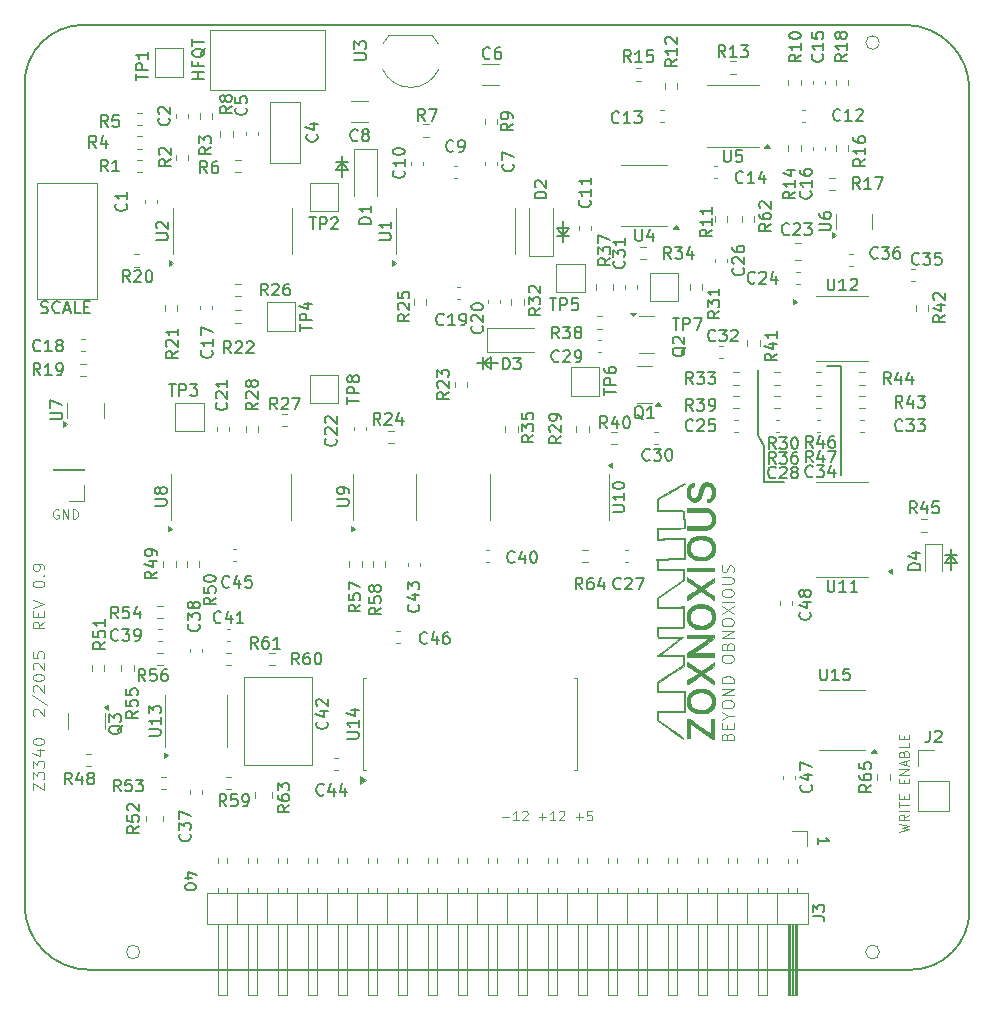
<source format=gbr>
G04 #@! TF.GenerationSoftware,KiCad,Pcbnew,7.0.11*
G04 #@! TF.CreationDate,2025-02-11T21:49:38-08:00*
G04 #@! TF.ProjectId,z3340,7a333334-302e-46b6-9963-61645f706362,0.9*
G04 #@! TF.SameCoordinates,PX5d9f491PY90fcb2f*
G04 #@! TF.FileFunction,Legend,Top*
G04 #@! TF.FilePolarity,Positive*
%FSLAX46Y46*%
G04 Gerber Fmt 4.6, Leading zero omitted, Abs format (unit mm)*
G04 Created by KiCad (PCBNEW 7.0.11) date 2025-02-11 21:49:38*
%MOMM*%
%LPD*%
G01*
G04 APERTURE LIST*
%ADD10C,0.150000*%
%ADD11C,0.090000*%
%ADD12C,0.100000*%
%ADD13C,0.120000*%
%ADD14C,0.010000*%
G04 #@! TA.AperFunction,Profile*
%ADD15C,0.150000*%
G04 #@! TD*
G04 #@! TA.AperFunction,Profile*
%ADD16C,0.050000*%
G04 #@! TD*
G04 APERTURE END LIST*
D10*
X78379999Y36079999D02*
X79379999Y36079999D01*
X78379999Y36779999D02*
X79379999Y36779999D01*
X79379999Y36079999D02*
X78879999Y36779999D01*
X78879999Y36779999D02*
X78379999Y36079999D01*
X78879999Y37279999D02*
X78879999Y35479999D01*
X69579999Y52729999D02*
X68429999Y52729999D01*
X27329999Y70029999D02*
X26829999Y69329999D01*
X27829999Y69329999D02*
X27329999Y70029999D01*
X46029999Y63229999D02*
X46029999Y65029999D01*
X39229999Y52529999D02*
X39229999Y53529999D01*
X26829999Y69329999D02*
X27829999Y69329999D01*
X64729999Y42929999D02*
X63029999Y42929999D01*
X38729999Y53029999D02*
X40529999Y53029999D01*
X27329999Y70529999D02*
X27329999Y68729999D01*
X62529999Y46929999D02*
X62529999Y52429999D01*
X39929999Y53529999D02*
X39229999Y53029999D01*
X63029999Y45929999D02*
X62529999Y46929999D01*
X39929999Y52529999D02*
X39929999Y53529999D01*
X46529999Y63729999D02*
X45529999Y63729999D01*
X46529999Y64429999D02*
X45529999Y64429999D01*
X46029999Y63729999D02*
X46529999Y64429999D01*
X69579999Y43529999D02*
X69579999Y52729999D01*
X26829999Y70029999D02*
X27829999Y70029999D01*
X63029999Y42929999D02*
X63029999Y45929999D01*
X39229999Y53029999D02*
X39929999Y52529999D01*
X45529999Y64429999D02*
X46029999Y63729999D01*
D11*
X40870475Y14569346D02*
X41479999Y14569346D01*
X42279998Y14264584D02*
X41822855Y14264584D01*
X42051427Y14264584D02*
X42051427Y15064584D01*
X42051427Y15064584D02*
X41975236Y14950299D01*
X41975236Y14950299D02*
X41899046Y14874108D01*
X41899046Y14874108D02*
X41822855Y14836013D01*
X42584760Y14988394D02*
X42622856Y15026489D01*
X42622856Y15026489D02*
X42699046Y15064584D01*
X42699046Y15064584D02*
X42889522Y15064584D01*
X42889522Y15064584D02*
X42965713Y15026489D01*
X42965713Y15026489D02*
X43003808Y14988394D01*
X43003808Y14988394D02*
X43041903Y14912203D01*
X43041903Y14912203D02*
X43041903Y14836013D01*
X43041903Y14836013D02*
X43003808Y14721727D01*
X43003808Y14721727D02*
X42546665Y14264584D01*
X42546665Y14264584D02*
X43041903Y14264584D01*
X43994285Y14569346D02*
X44603809Y14569346D01*
X44299047Y14264584D02*
X44299047Y14874108D01*
X45403808Y14264584D02*
X44946665Y14264584D01*
X45175237Y14264584D02*
X45175237Y15064584D01*
X45175237Y15064584D02*
X45099046Y14950299D01*
X45099046Y14950299D02*
X45022856Y14874108D01*
X45022856Y14874108D02*
X44946665Y14836013D01*
X45708570Y14988394D02*
X45746666Y15026489D01*
X45746666Y15026489D02*
X45822856Y15064584D01*
X45822856Y15064584D02*
X46013332Y15064584D01*
X46013332Y15064584D02*
X46089523Y15026489D01*
X46089523Y15026489D02*
X46127618Y14988394D01*
X46127618Y14988394D02*
X46165713Y14912203D01*
X46165713Y14912203D02*
X46165713Y14836013D01*
X46165713Y14836013D02*
X46127618Y14721727D01*
X46127618Y14721727D02*
X45670475Y14264584D01*
X45670475Y14264584D02*
X46165713Y14264584D01*
X47118095Y14569346D02*
X47727619Y14569346D01*
X47422857Y14264584D02*
X47422857Y14874108D01*
X48489523Y15064584D02*
X48108571Y15064584D01*
X48108571Y15064584D02*
X48070475Y14683632D01*
X48070475Y14683632D02*
X48108571Y14721727D01*
X48108571Y14721727D02*
X48184761Y14759822D01*
X48184761Y14759822D02*
X48375237Y14759822D01*
X48375237Y14759822D02*
X48451428Y14721727D01*
X48451428Y14721727D02*
X48489523Y14683632D01*
X48489523Y14683632D02*
X48527618Y14607441D01*
X48527618Y14607441D02*
X48527618Y14416965D01*
X48527618Y14416965D02*
X48489523Y14340775D01*
X48489523Y14340775D02*
X48451428Y14302679D01*
X48451428Y14302679D02*
X48375237Y14264584D01*
X48375237Y14264584D02*
X48184761Y14264584D01*
X48184761Y14264584D02*
X48108571Y14302679D01*
X48108571Y14302679D02*
X48070475Y14340775D01*
D10*
X1858570Y57272799D02*
X2001427Y57225180D01*
X2001427Y57225180D02*
X2239522Y57225180D01*
X2239522Y57225180D02*
X2334760Y57272799D01*
X2334760Y57272799D02*
X2382379Y57320419D01*
X2382379Y57320419D02*
X2429998Y57415657D01*
X2429998Y57415657D02*
X2429998Y57510895D01*
X2429998Y57510895D02*
X2382379Y57606133D01*
X2382379Y57606133D02*
X2334760Y57653752D01*
X2334760Y57653752D02*
X2239522Y57701371D01*
X2239522Y57701371D02*
X2049046Y57748990D01*
X2049046Y57748990D02*
X1953808Y57796609D01*
X1953808Y57796609D02*
X1906189Y57844228D01*
X1906189Y57844228D02*
X1858570Y57939466D01*
X1858570Y57939466D02*
X1858570Y58034704D01*
X1858570Y58034704D02*
X1906189Y58129942D01*
X1906189Y58129942D02*
X1953808Y58177561D01*
X1953808Y58177561D02*
X2049046Y58225180D01*
X2049046Y58225180D02*
X2287141Y58225180D01*
X2287141Y58225180D02*
X2429998Y58177561D01*
X3429998Y57320419D02*
X3382379Y57272799D01*
X3382379Y57272799D02*
X3239522Y57225180D01*
X3239522Y57225180D02*
X3144284Y57225180D01*
X3144284Y57225180D02*
X3001427Y57272799D01*
X3001427Y57272799D02*
X2906189Y57368038D01*
X2906189Y57368038D02*
X2858570Y57463276D01*
X2858570Y57463276D02*
X2810951Y57653752D01*
X2810951Y57653752D02*
X2810951Y57796609D01*
X2810951Y57796609D02*
X2858570Y57987085D01*
X2858570Y57987085D02*
X2906189Y58082323D01*
X2906189Y58082323D02*
X3001427Y58177561D01*
X3001427Y58177561D02*
X3144284Y58225180D01*
X3144284Y58225180D02*
X3239522Y58225180D01*
X3239522Y58225180D02*
X3382379Y58177561D01*
X3382379Y58177561D02*
X3429998Y58129942D01*
X3810951Y57510895D02*
X4287141Y57510895D01*
X3715713Y57225180D02*
X4049046Y58225180D01*
X4049046Y58225180D02*
X4382379Y57225180D01*
X5191903Y57225180D02*
X4715713Y57225180D01*
X4715713Y57225180D02*
X4715713Y58225180D01*
X5525237Y57748990D02*
X5858570Y57748990D01*
X6001427Y57225180D02*
X5525237Y57225180D01*
X5525237Y57225180D02*
X5525237Y58225180D01*
X5525237Y58225180D02*
X6001427Y58225180D01*
D12*
X1137418Y16810952D02*
X1137418Y17477618D01*
X1137418Y17477618D02*
X2137418Y16810952D01*
X2137418Y16810952D02*
X2137418Y17477618D01*
X1137418Y17763333D02*
X1137418Y18382380D01*
X1137418Y18382380D02*
X1518370Y18049047D01*
X1518370Y18049047D02*
X1518370Y18191904D01*
X1518370Y18191904D02*
X1565989Y18287142D01*
X1565989Y18287142D02*
X1613608Y18334761D01*
X1613608Y18334761D02*
X1708846Y18382380D01*
X1708846Y18382380D02*
X1946941Y18382380D01*
X1946941Y18382380D02*
X2042179Y18334761D01*
X2042179Y18334761D02*
X2089799Y18287142D01*
X2089799Y18287142D02*
X2137418Y18191904D01*
X2137418Y18191904D02*
X2137418Y17906190D01*
X2137418Y17906190D02*
X2089799Y17810952D01*
X2089799Y17810952D02*
X2042179Y17763333D01*
X1137418Y18715714D02*
X1137418Y19334761D01*
X1137418Y19334761D02*
X1518370Y19001428D01*
X1518370Y19001428D02*
X1518370Y19144285D01*
X1518370Y19144285D02*
X1565989Y19239523D01*
X1565989Y19239523D02*
X1613608Y19287142D01*
X1613608Y19287142D02*
X1708846Y19334761D01*
X1708846Y19334761D02*
X1946941Y19334761D01*
X1946941Y19334761D02*
X2042179Y19287142D01*
X2042179Y19287142D02*
X2089799Y19239523D01*
X2089799Y19239523D02*
X2137418Y19144285D01*
X2137418Y19144285D02*
X2137418Y18858571D01*
X2137418Y18858571D02*
X2089799Y18763333D01*
X2089799Y18763333D02*
X2042179Y18715714D01*
X1470751Y20191904D02*
X2137418Y20191904D01*
X1089799Y19953809D02*
X1804084Y19715714D01*
X1804084Y19715714D02*
X1804084Y20334761D01*
X1137418Y20906190D02*
X1137418Y21001428D01*
X1137418Y21001428D02*
X1185037Y21096666D01*
X1185037Y21096666D02*
X1232656Y21144285D01*
X1232656Y21144285D02*
X1327894Y21191904D01*
X1327894Y21191904D02*
X1518370Y21239523D01*
X1518370Y21239523D02*
X1756465Y21239523D01*
X1756465Y21239523D02*
X1946941Y21191904D01*
X1946941Y21191904D02*
X2042179Y21144285D01*
X2042179Y21144285D02*
X2089799Y21096666D01*
X2089799Y21096666D02*
X2137418Y21001428D01*
X2137418Y21001428D02*
X2137418Y20906190D01*
X2137418Y20906190D02*
X2089799Y20810952D01*
X2089799Y20810952D02*
X2042179Y20763333D01*
X2042179Y20763333D02*
X1946941Y20715714D01*
X1946941Y20715714D02*
X1756465Y20668095D01*
X1756465Y20668095D02*
X1518370Y20668095D01*
X1518370Y20668095D02*
X1327894Y20715714D01*
X1327894Y20715714D02*
X1232656Y20763333D01*
X1232656Y20763333D02*
X1185037Y20810952D01*
X1185037Y20810952D02*
X1137418Y20906190D01*
X1232656Y23144286D02*
X1185037Y23191905D01*
X1185037Y23191905D02*
X1137418Y23287143D01*
X1137418Y23287143D02*
X1137418Y23525238D01*
X1137418Y23525238D02*
X1185037Y23620476D01*
X1185037Y23620476D02*
X1232656Y23668095D01*
X1232656Y23668095D02*
X1327894Y23715714D01*
X1327894Y23715714D02*
X1423132Y23715714D01*
X1423132Y23715714D02*
X1565989Y23668095D01*
X1565989Y23668095D02*
X2137418Y23096667D01*
X2137418Y23096667D02*
X2137418Y23715714D01*
X1089799Y24858571D02*
X2375513Y24001429D01*
X1232656Y25144286D02*
X1185037Y25191905D01*
X1185037Y25191905D02*
X1137418Y25287143D01*
X1137418Y25287143D02*
X1137418Y25525238D01*
X1137418Y25525238D02*
X1185037Y25620476D01*
X1185037Y25620476D02*
X1232656Y25668095D01*
X1232656Y25668095D02*
X1327894Y25715714D01*
X1327894Y25715714D02*
X1423132Y25715714D01*
X1423132Y25715714D02*
X1565989Y25668095D01*
X1565989Y25668095D02*
X2137418Y25096667D01*
X2137418Y25096667D02*
X2137418Y25715714D01*
X1137418Y26334762D02*
X1137418Y26430000D01*
X1137418Y26430000D02*
X1185037Y26525238D01*
X1185037Y26525238D02*
X1232656Y26572857D01*
X1232656Y26572857D02*
X1327894Y26620476D01*
X1327894Y26620476D02*
X1518370Y26668095D01*
X1518370Y26668095D02*
X1756465Y26668095D01*
X1756465Y26668095D02*
X1946941Y26620476D01*
X1946941Y26620476D02*
X2042179Y26572857D01*
X2042179Y26572857D02*
X2089799Y26525238D01*
X2089799Y26525238D02*
X2137418Y26430000D01*
X2137418Y26430000D02*
X2137418Y26334762D01*
X2137418Y26334762D02*
X2089799Y26239524D01*
X2089799Y26239524D02*
X2042179Y26191905D01*
X2042179Y26191905D02*
X1946941Y26144286D01*
X1946941Y26144286D02*
X1756465Y26096667D01*
X1756465Y26096667D02*
X1518370Y26096667D01*
X1518370Y26096667D02*
X1327894Y26144286D01*
X1327894Y26144286D02*
X1232656Y26191905D01*
X1232656Y26191905D02*
X1185037Y26239524D01*
X1185037Y26239524D02*
X1137418Y26334762D01*
X1232656Y27049048D02*
X1185037Y27096667D01*
X1185037Y27096667D02*
X1137418Y27191905D01*
X1137418Y27191905D02*
X1137418Y27430000D01*
X1137418Y27430000D02*
X1185037Y27525238D01*
X1185037Y27525238D02*
X1232656Y27572857D01*
X1232656Y27572857D02*
X1327894Y27620476D01*
X1327894Y27620476D02*
X1423132Y27620476D01*
X1423132Y27620476D02*
X1565989Y27572857D01*
X1565989Y27572857D02*
X2137418Y27001429D01*
X2137418Y27001429D02*
X2137418Y27620476D01*
X1137418Y28525238D02*
X1137418Y28049048D01*
X1137418Y28049048D02*
X1613608Y28001429D01*
X1613608Y28001429D02*
X1565989Y28049048D01*
X1565989Y28049048D02*
X1518370Y28144286D01*
X1518370Y28144286D02*
X1518370Y28382381D01*
X1518370Y28382381D02*
X1565989Y28477619D01*
X1565989Y28477619D02*
X1613608Y28525238D01*
X1613608Y28525238D02*
X1708846Y28572857D01*
X1708846Y28572857D02*
X1946941Y28572857D01*
X1946941Y28572857D02*
X2042179Y28525238D01*
X2042179Y28525238D02*
X2089799Y28477619D01*
X2089799Y28477619D02*
X2137418Y28382381D01*
X2137418Y28382381D02*
X2137418Y28144286D01*
X2137418Y28144286D02*
X2089799Y28049048D01*
X2089799Y28049048D02*
X2042179Y28001429D01*
X2137418Y31096667D02*
X1661227Y30763334D01*
X2137418Y30525239D02*
X1137418Y30525239D01*
X1137418Y30525239D02*
X1137418Y30906191D01*
X1137418Y30906191D02*
X1185037Y31001429D01*
X1185037Y31001429D02*
X1232656Y31049048D01*
X1232656Y31049048D02*
X1327894Y31096667D01*
X1327894Y31096667D02*
X1470751Y31096667D01*
X1470751Y31096667D02*
X1565989Y31049048D01*
X1565989Y31049048D02*
X1613608Y31001429D01*
X1613608Y31001429D02*
X1661227Y30906191D01*
X1661227Y30906191D02*
X1661227Y30525239D01*
X1613608Y31525239D02*
X1613608Y31858572D01*
X2137418Y32001429D02*
X2137418Y31525239D01*
X2137418Y31525239D02*
X1137418Y31525239D01*
X1137418Y31525239D02*
X1137418Y32001429D01*
X1137418Y32287144D02*
X2137418Y32620477D01*
X2137418Y32620477D02*
X1137418Y32953810D01*
X1137418Y34239525D02*
X1137418Y34334763D01*
X1137418Y34334763D02*
X1185037Y34430001D01*
X1185037Y34430001D02*
X1232656Y34477620D01*
X1232656Y34477620D02*
X1327894Y34525239D01*
X1327894Y34525239D02*
X1518370Y34572858D01*
X1518370Y34572858D02*
X1756465Y34572858D01*
X1756465Y34572858D02*
X1946941Y34525239D01*
X1946941Y34525239D02*
X2042179Y34477620D01*
X2042179Y34477620D02*
X2089799Y34430001D01*
X2089799Y34430001D02*
X2137418Y34334763D01*
X2137418Y34334763D02*
X2137418Y34239525D01*
X2137418Y34239525D02*
X2089799Y34144287D01*
X2089799Y34144287D02*
X2042179Y34096668D01*
X2042179Y34096668D02*
X1946941Y34049049D01*
X1946941Y34049049D02*
X1756465Y34001430D01*
X1756465Y34001430D02*
X1518370Y34001430D01*
X1518370Y34001430D02*
X1327894Y34049049D01*
X1327894Y34049049D02*
X1232656Y34096668D01*
X1232656Y34096668D02*
X1185037Y34144287D01*
X1185037Y34144287D02*
X1137418Y34239525D01*
X2042179Y35001430D02*
X2089799Y35049049D01*
X2089799Y35049049D02*
X2137418Y35001430D01*
X2137418Y35001430D02*
X2089799Y34953811D01*
X2089799Y34953811D02*
X2042179Y35001430D01*
X2042179Y35001430D02*
X2137418Y35001430D01*
X2137418Y35525239D02*
X2137418Y35715715D01*
X2137418Y35715715D02*
X2089799Y35810953D01*
X2089799Y35810953D02*
X2042179Y35858572D01*
X2042179Y35858572D02*
X1899322Y35953810D01*
X1899322Y35953810D02*
X1708846Y36001429D01*
X1708846Y36001429D02*
X1327894Y36001429D01*
X1327894Y36001429D02*
X1232656Y35953810D01*
X1232656Y35953810D02*
X1185037Y35906191D01*
X1185037Y35906191D02*
X1137418Y35810953D01*
X1137418Y35810953D02*
X1137418Y35620477D01*
X1137418Y35620477D02*
X1185037Y35525239D01*
X1185037Y35525239D02*
X1232656Y35477620D01*
X1232656Y35477620D02*
X1327894Y35430001D01*
X1327894Y35430001D02*
X1565989Y35430001D01*
X1565989Y35430001D02*
X1661227Y35477620D01*
X1661227Y35477620D02*
X1708846Y35525239D01*
X1708846Y35525239D02*
X1756465Y35620477D01*
X1756465Y35620477D02*
X1756465Y35810953D01*
X1756465Y35810953D02*
X1708846Y35906191D01*
X1708846Y35906191D02*
X1661227Y35953810D01*
X1661227Y35953810D02*
X1565989Y36001429D01*
D10*
X14666846Y9415714D02*
X14000179Y9415714D01*
X15047799Y9653809D02*
X14333513Y9891904D01*
X14333513Y9891904D02*
X14333513Y9272857D01*
X15000179Y8701428D02*
X15000179Y8606190D01*
X15000179Y8606190D02*
X14952560Y8510952D01*
X14952560Y8510952D02*
X14904941Y8463333D01*
X14904941Y8463333D02*
X14809703Y8415714D01*
X14809703Y8415714D02*
X14619227Y8368095D01*
X14619227Y8368095D02*
X14381132Y8368095D01*
X14381132Y8368095D02*
X14190656Y8415714D01*
X14190656Y8415714D02*
X14095418Y8463333D01*
X14095418Y8463333D02*
X14047799Y8510952D01*
X14047799Y8510952D02*
X14000179Y8606190D01*
X14000179Y8606190D02*
X14000179Y8701428D01*
X14000179Y8701428D02*
X14047799Y8796666D01*
X14047799Y8796666D02*
X14095418Y8844285D01*
X14095418Y8844285D02*
X14190656Y8891904D01*
X14190656Y8891904D02*
X14381132Y8939523D01*
X14381132Y8939523D02*
X14619227Y8939523D01*
X14619227Y8939523D02*
X14809703Y8891904D01*
X14809703Y8891904D02*
X14904941Y8844285D01*
X14904941Y8844285D02*
X14952560Y8796666D01*
X14952560Y8796666D02*
X15000179Y8701428D01*
D12*
X59963608Y21382381D02*
X60011227Y21525238D01*
X60011227Y21525238D02*
X60058846Y21572857D01*
X60058846Y21572857D02*
X60154084Y21620476D01*
X60154084Y21620476D02*
X60296941Y21620476D01*
X60296941Y21620476D02*
X60392179Y21572857D01*
X60392179Y21572857D02*
X60439799Y21525238D01*
X60439799Y21525238D02*
X60487418Y21430000D01*
X60487418Y21430000D02*
X60487418Y21049048D01*
X60487418Y21049048D02*
X59487418Y21049048D01*
X59487418Y21049048D02*
X59487418Y21382381D01*
X59487418Y21382381D02*
X59535037Y21477619D01*
X59535037Y21477619D02*
X59582656Y21525238D01*
X59582656Y21525238D02*
X59677894Y21572857D01*
X59677894Y21572857D02*
X59773132Y21572857D01*
X59773132Y21572857D02*
X59868370Y21525238D01*
X59868370Y21525238D02*
X59915989Y21477619D01*
X59915989Y21477619D02*
X59963608Y21382381D01*
X59963608Y21382381D02*
X59963608Y21049048D01*
X59963608Y22049048D02*
X59963608Y22382381D01*
X60487418Y22525238D02*
X60487418Y22049048D01*
X60487418Y22049048D02*
X59487418Y22049048D01*
X59487418Y22049048D02*
X59487418Y22525238D01*
X60011227Y23144286D02*
X60487418Y23144286D01*
X59487418Y22810953D02*
X60011227Y23144286D01*
X60011227Y23144286D02*
X59487418Y23477619D01*
X59487418Y24001429D02*
X59487418Y24191905D01*
X59487418Y24191905D02*
X59535037Y24287143D01*
X59535037Y24287143D02*
X59630275Y24382381D01*
X59630275Y24382381D02*
X59820751Y24430000D01*
X59820751Y24430000D02*
X60154084Y24430000D01*
X60154084Y24430000D02*
X60344560Y24382381D01*
X60344560Y24382381D02*
X60439799Y24287143D01*
X60439799Y24287143D02*
X60487418Y24191905D01*
X60487418Y24191905D02*
X60487418Y24001429D01*
X60487418Y24001429D02*
X60439799Y23906191D01*
X60439799Y23906191D02*
X60344560Y23810953D01*
X60344560Y23810953D02*
X60154084Y23763334D01*
X60154084Y23763334D02*
X59820751Y23763334D01*
X59820751Y23763334D02*
X59630275Y23810953D01*
X59630275Y23810953D02*
X59535037Y23906191D01*
X59535037Y23906191D02*
X59487418Y24001429D01*
X60487418Y24858572D02*
X59487418Y24858572D01*
X59487418Y24858572D02*
X60487418Y25430000D01*
X60487418Y25430000D02*
X59487418Y25430000D01*
X60487418Y25906191D02*
X59487418Y25906191D01*
X59487418Y25906191D02*
X59487418Y26144286D01*
X59487418Y26144286D02*
X59535037Y26287143D01*
X59535037Y26287143D02*
X59630275Y26382381D01*
X59630275Y26382381D02*
X59725513Y26430000D01*
X59725513Y26430000D02*
X59915989Y26477619D01*
X59915989Y26477619D02*
X60058846Y26477619D01*
X60058846Y26477619D02*
X60249322Y26430000D01*
X60249322Y26430000D02*
X60344560Y26382381D01*
X60344560Y26382381D02*
X60439799Y26287143D01*
X60439799Y26287143D02*
X60487418Y26144286D01*
X60487418Y26144286D02*
X60487418Y25906191D01*
X59487418Y27858572D02*
X59487418Y28049048D01*
X59487418Y28049048D02*
X59535037Y28144286D01*
X59535037Y28144286D02*
X59630275Y28239524D01*
X59630275Y28239524D02*
X59820751Y28287143D01*
X59820751Y28287143D02*
X60154084Y28287143D01*
X60154084Y28287143D02*
X60344560Y28239524D01*
X60344560Y28239524D02*
X60439799Y28144286D01*
X60439799Y28144286D02*
X60487418Y28049048D01*
X60487418Y28049048D02*
X60487418Y27858572D01*
X60487418Y27858572D02*
X60439799Y27763334D01*
X60439799Y27763334D02*
X60344560Y27668096D01*
X60344560Y27668096D02*
X60154084Y27620477D01*
X60154084Y27620477D02*
X59820751Y27620477D01*
X59820751Y27620477D02*
X59630275Y27668096D01*
X59630275Y27668096D02*
X59535037Y27763334D01*
X59535037Y27763334D02*
X59487418Y27858572D01*
X59963608Y29049048D02*
X60011227Y29191905D01*
X60011227Y29191905D02*
X60058846Y29239524D01*
X60058846Y29239524D02*
X60154084Y29287143D01*
X60154084Y29287143D02*
X60296941Y29287143D01*
X60296941Y29287143D02*
X60392179Y29239524D01*
X60392179Y29239524D02*
X60439799Y29191905D01*
X60439799Y29191905D02*
X60487418Y29096667D01*
X60487418Y29096667D02*
X60487418Y28715715D01*
X60487418Y28715715D02*
X59487418Y28715715D01*
X59487418Y28715715D02*
X59487418Y29049048D01*
X59487418Y29049048D02*
X59535037Y29144286D01*
X59535037Y29144286D02*
X59582656Y29191905D01*
X59582656Y29191905D02*
X59677894Y29239524D01*
X59677894Y29239524D02*
X59773132Y29239524D01*
X59773132Y29239524D02*
X59868370Y29191905D01*
X59868370Y29191905D02*
X59915989Y29144286D01*
X59915989Y29144286D02*
X59963608Y29049048D01*
X59963608Y29049048D02*
X59963608Y28715715D01*
X60487418Y29715715D02*
X59487418Y29715715D01*
X59487418Y29715715D02*
X60487418Y30287143D01*
X60487418Y30287143D02*
X59487418Y30287143D01*
X59487418Y30953810D02*
X59487418Y31144286D01*
X59487418Y31144286D02*
X59535037Y31239524D01*
X59535037Y31239524D02*
X59630275Y31334762D01*
X59630275Y31334762D02*
X59820751Y31382381D01*
X59820751Y31382381D02*
X60154084Y31382381D01*
X60154084Y31382381D02*
X60344560Y31334762D01*
X60344560Y31334762D02*
X60439799Y31239524D01*
X60439799Y31239524D02*
X60487418Y31144286D01*
X60487418Y31144286D02*
X60487418Y30953810D01*
X60487418Y30953810D02*
X60439799Y30858572D01*
X60439799Y30858572D02*
X60344560Y30763334D01*
X60344560Y30763334D02*
X60154084Y30715715D01*
X60154084Y30715715D02*
X59820751Y30715715D01*
X59820751Y30715715D02*
X59630275Y30763334D01*
X59630275Y30763334D02*
X59535037Y30858572D01*
X59535037Y30858572D02*
X59487418Y30953810D01*
X59487418Y31715715D02*
X60487418Y32382381D01*
X59487418Y32382381D02*
X60487418Y31715715D01*
X60487418Y32763334D02*
X59487418Y32763334D01*
X59487418Y33430000D02*
X59487418Y33620476D01*
X59487418Y33620476D02*
X59535037Y33715714D01*
X59535037Y33715714D02*
X59630275Y33810952D01*
X59630275Y33810952D02*
X59820751Y33858571D01*
X59820751Y33858571D02*
X60154084Y33858571D01*
X60154084Y33858571D02*
X60344560Y33810952D01*
X60344560Y33810952D02*
X60439799Y33715714D01*
X60439799Y33715714D02*
X60487418Y33620476D01*
X60487418Y33620476D02*
X60487418Y33430000D01*
X60487418Y33430000D02*
X60439799Y33334762D01*
X60439799Y33334762D02*
X60344560Y33239524D01*
X60344560Y33239524D02*
X60154084Y33191905D01*
X60154084Y33191905D02*
X59820751Y33191905D01*
X59820751Y33191905D02*
X59630275Y33239524D01*
X59630275Y33239524D02*
X59535037Y33334762D01*
X59535037Y33334762D02*
X59487418Y33430000D01*
X59487418Y34287143D02*
X60296941Y34287143D01*
X60296941Y34287143D02*
X60392179Y34334762D01*
X60392179Y34334762D02*
X60439799Y34382381D01*
X60439799Y34382381D02*
X60487418Y34477619D01*
X60487418Y34477619D02*
X60487418Y34668095D01*
X60487418Y34668095D02*
X60439799Y34763333D01*
X60439799Y34763333D02*
X60392179Y34810952D01*
X60392179Y34810952D02*
X60296941Y34858571D01*
X60296941Y34858571D02*
X59487418Y34858571D01*
X60439799Y35287143D02*
X60487418Y35430000D01*
X60487418Y35430000D02*
X60487418Y35668095D01*
X60487418Y35668095D02*
X60439799Y35763333D01*
X60439799Y35763333D02*
X60392179Y35810952D01*
X60392179Y35810952D02*
X60296941Y35858571D01*
X60296941Y35858571D02*
X60201703Y35858571D01*
X60201703Y35858571D02*
X60106465Y35810952D01*
X60106465Y35810952D02*
X60058846Y35763333D01*
X60058846Y35763333D02*
X60011227Y35668095D01*
X60011227Y35668095D02*
X59963608Y35477619D01*
X59963608Y35477619D02*
X59915989Y35382381D01*
X59915989Y35382381D02*
X59868370Y35334762D01*
X59868370Y35334762D02*
X59773132Y35287143D01*
X59773132Y35287143D02*
X59677894Y35287143D01*
X59677894Y35287143D02*
X59582656Y35334762D01*
X59582656Y35334762D02*
X59535037Y35382381D01*
X59535037Y35382381D02*
X59487418Y35477619D01*
X59487418Y35477619D02*
X59487418Y35715714D01*
X59487418Y35715714D02*
X59535037Y35858571D01*
D11*
X74495414Y13315713D02*
X75295414Y13506189D01*
X75295414Y13506189D02*
X74723985Y13658570D01*
X74723985Y13658570D02*
X75295414Y13810951D01*
X75295414Y13810951D02*
X74495414Y14001427D01*
X75295414Y14763333D02*
X74914461Y14496666D01*
X75295414Y14306190D02*
X74495414Y14306190D01*
X74495414Y14306190D02*
X74495414Y14610952D01*
X74495414Y14610952D02*
X74533509Y14687142D01*
X74533509Y14687142D02*
X74571604Y14725237D01*
X74571604Y14725237D02*
X74647795Y14763333D01*
X74647795Y14763333D02*
X74762080Y14763333D01*
X74762080Y14763333D02*
X74838271Y14725237D01*
X74838271Y14725237D02*
X74876366Y14687142D01*
X74876366Y14687142D02*
X74914461Y14610952D01*
X74914461Y14610952D02*
X74914461Y14306190D01*
X75295414Y15106190D02*
X74495414Y15106190D01*
X74495414Y15372856D02*
X74495414Y15829999D01*
X75295414Y15601427D02*
X74495414Y15601427D01*
X74876366Y16096666D02*
X74876366Y16363332D01*
X75295414Y16477618D02*
X75295414Y16096666D01*
X75295414Y16096666D02*
X74495414Y16096666D01*
X74495414Y16096666D02*
X74495414Y16477618D01*
X74876366Y17430000D02*
X74876366Y17696666D01*
X75295414Y17810952D02*
X75295414Y17430000D01*
X75295414Y17430000D02*
X74495414Y17430000D01*
X74495414Y17430000D02*
X74495414Y17810952D01*
X75295414Y18153810D02*
X74495414Y18153810D01*
X74495414Y18153810D02*
X75295414Y18610953D01*
X75295414Y18610953D02*
X74495414Y18610953D01*
X75066842Y18953809D02*
X75066842Y19334762D01*
X75295414Y18877619D02*
X74495414Y19144286D01*
X74495414Y19144286D02*
X75295414Y19410952D01*
X74876366Y19944285D02*
X74914461Y20058571D01*
X74914461Y20058571D02*
X74952557Y20096666D01*
X74952557Y20096666D02*
X75028747Y20134762D01*
X75028747Y20134762D02*
X75143033Y20134762D01*
X75143033Y20134762D02*
X75219223Y20096666D01*
X75219223Y20096666D02*
X75257319Y20058571D01*
X75257319Y20058571D02*
X75295414Y19982381D01*
X75295414Y19982381D02*
X75295414Y19677619D01*
X75295414Y19677619D02*
X74495414Y19677619D01*
X74495414Y19677619D02*
X74495414Y19944285D01*
X74495414Y19944285D02*
X74533509Y20020476D01*
X74533509Y20020476D02*
X74571604Y20058571D01*
X74571604Y20058571D02*
X74647795Y20096666D01*
X74647795Y20096666D02*
X74723985Y20096666D01*
X74723985Y20096666D02*
X74800176Y20058571D01*
X74800176Y20058571D02*
X74838271Y20020476D01*
X74838271Y20020476D02*
X74876366Y19944285D01*
X74876366Y19944285D02*
X74876366Y19677619D01*
X75295414Y20858571D02*
X75295414Y20477619D01*
X75295414Y20477619D02*
X74495414Y20477619D01*
X74876366Y21125238D02*
X74876366Y21391904D01*
X75295414Y21506190D02*
X75295414Y21125238D01*
X75295414Y21125238D02*
X74495414Y21125238D01*
X74495414Y21125238D02*
X74495414Y21506190D01*
D10*
X15634818Y77060952D02*
X14634818Y77060952D01*
X15111008Y77060952D02*
X15111008Y77632380D01*
X15634818Y77632380D02*
X14634818Y77632380D01*
X15111008Y78441904D02*
X15111008Y78108571D01*
X15634818Y78108571D02*
X14634818Y78108571D01*
X14634818Y78108571D02*
X14634818Y78584761D01*
X15730056Y79632380D02*
X15682437Y79537142D01*
X15682437Y79537142D02*
X15587199Y79441904D01*
X15587199Y79441904D02*
X15444341Y79299047D01*
X15444341Y79299047D02*
X15396722Y79203809D01*
X15396722Y79203809D02*
X15396722Y79108571D01*
X15634818Y79156190D02*
X15587199Y79060952D01*
X15587199Y79060952D02*
X15491960Y78965714D01*
X15491960Y78965714D02*
X15301484Y78918095D01*
X15301484Y78918095D02*
X14968151Y78918095D01*
X14968151Y78918095D02*
X14777675Y78965714D01*
X14777675Y78965714D02*
X14682437Y79060952D01*
X14682437Y79060952D02*
X14634818Y79156190D01*
X14634818Y79156190D02*
X14634818Y79346666D01*
X14634818Y79346666D02*
X14682437Y79441904D01*
X14682437Y79441904D02*
X14777675Y79537142D01*
X14777675Y79537142D02*
X14968151Y79584761D01*
X14968151Y79584761D02*
X15301484Y79584761D01*
X15301484Y79584761D02*
X15491960Y79537142D01*
X15491960Y79537142D02*
X15587199Y79441904D01*
X15587199Y79441904D02*
X15634818Y79346666D01*
X15634818Y79346666D02*
X15634818Y79156190D01*
X14634818Y79870476D02*
X14634818Y80441904D01*
X15634818Y80156190D02*
X14634818Y80156190D01*
X67600179Y12244285D02*
X67600179Y12815713D01*
X67600179Y12529999D02*
X68600179Y12529999D01*
X68600179Y12529999D02*
X68457322Y12625237D01*
X68457322Y12625237D02*
X68362084Y12720475D01*
X68362084Y12720475D02*
X68314465Y12815713D01*
D11*
X3320475Y40576489D02*
X3244285Y40614584D01*
X3244285Y40614584D02*
X3129999Y40614584D01*
X3129999Y40614584D02*
X3015713Y40576489D01*
X3015713Y40576489D02*
X2939523Y40500299D01*
X2939523Y40500299D02*
X2901428Y40424108D01*
X2901428Y40424108D02*
X2863332Y40271727D01*
X2863332Y40271727D02*
X2863332Y40157441D01*
X2863332Y40157441D02*
X2901428Y40005060D01*
X2901428Y40005060D02*
X2939523Y39928870D01*
X2939523Y39928870D02*
X3015713Y39852679D01*
X3015713Y39852679D02*
X3129999Y39814584D01*
X3129999Y39814584D02*
X3206190Y39814584D01*
X3206190Y39814584D02*
X3320475Y39852679D01*
X3320475Y39852679D02*
X3358571Y39890775D01*
X3358571Y39890775D02*
X3358571Y40157441D01*
X3358571Y40157441D02*
X3206190Y40157441D01*
X3701428Y39814584D02*
X3701428Y40614584D01*
X3701428Y40614584D02*
X4158571Y39814584D01*
X4158571Y39814584D02*
X4158571Y40614584D01*
X4539523Y39814584D02*
X4539523Y40614584D01*
X4539523Y40614584D02*
X4729999Y40614584D01*
X4729999Y40614584D02*
X4844285Y40576489D01*
X4844285Y40576489D02*
X4920475Y40500299D01*
X4920475Y40500299D02*
X4958570Y40424108D01*
X4958570Y40424108D02*
X4996666Y40271727D01*
X4996666Y40271727D02*
X4996666Y40157441D01*
X4996666Y40157441D02*
X4958570Y40005060D01*
X4958570Y40005060D02*
X4920475Y39928870D01*
X4920475Y39928870D02*
X4844285Y39852679D01*
X4844285Y39852679D02*
X4729999Y39814584D01*
X4729999Y39814584D02*
X4539523Y39814584D01*
D10*
X48289579Y66787142D02*
X48337199Y66739523D01*
X48337199Y66739523D02*
X48384818Y66596666D01*
X48384818Y66596666D02*
X48384818Y66501428D01*
X48384818Y66501428D02*
X48337199Y66358571D01*
X48337199Y66358571D02*
X48241960Y66263333D01*
X48241960Y66263333D02*
X48146722Y66215714D01*
X48146722Y66215714D02*
X47956246Y66168095D01*
X47956246Y66168095D02*
X47813389Y66168095D01*
X47813389Y66168095D02*
X47622913Y66215714D01*
X47622913Y66215714D02*
X47527675Y66263333D01*
X47527675Y66263333D02*
X47432437Y66358571D01*
X47432437Y66358571D02*
X47384818Y66501428D01*
X47384818Y66501428D02*
X47384818Y66596666D01*
X47384818Y66596666D02*
X47432437Y66739523D01*
X47432437Y66739523D02*
X47480056Y66787142D01*
X48384818Y67739523D02*
X48384818Y67168095D01*
X48384818Y67453809D02*
X47384818Y67453809D01*
X47384818Y67453809D02*
X47527675Y67358571D01*
X47527675Y67358571D02*
X47622913Y67263333D01*
X47622913Y67263333D02*
X47670532Y67168095D01*
X48384818Y68691904D02*
X48384818Y68120476D01*
X48384818Y68406190D02*
X47384818Y68406190D01*
X47384818Y68406190D02*
X47527675Y68310952D01*
X47527675Y68310952D02*
X47622913Y68215714D01*
X47622913Y68215714D02*
X47670532Y68120476D01*
X17539579Y49637142D02*
X17587199Y49589523D01*
X17587199Y49589523D02*
X17634818Y49446666D01*
X17634818Y49446666D02*
X17634818Y49351428D01*
X17634818Y49351428D02*
X17587199Y49208571D01*
X17587199Y49208571D02*
X17491960Y49113333D01*
X17491960Y49113333D02*
X17396722Y49065714D01*
X17396722Y49065714D02*
X17206246Y49018095D01*
X17206246Y49018095D02*
X17063389Y49018095D01*
X17063389Y49018095D02*
X16872913Y49065714D01*
X16872913Y49065714D02*
X16777675Y49113333D01*
X16777675Y49113333D02*
X16682437Y49208571D01*
X16682437Y49208571D02*
X16634818Y49351428D01*
X16634818Y49351428D02*
X16634818Y49446666D01*
X16634818Y49446666D02*
X16682437Y49589523D01*
X16682437Y49589523D02*
X16730056Y49637142D01*
X16730056Y50018095D02*
X16682437Y50065714D01*
X16682437Y50065714D02*
X16634818Y50160952D01*
X16634818Y50160952D02*
X16634818Y50399047D01*
X16634818Y50399047D02*
X16682437Y50494285D01*
X16682437Y50494285D02*
X16730056Y50541904D01*
X16730056Y50541904D02*
X16825294Y50589523D01*
X16825294Y50589523D02*
X16920532Y50589523D01*
X16920532Y50589523D02*
X17063389Y50541904D01*
X17063389Y50541904D02*
X17634818Y49970476D01*
X17634818Y49970476D02*
X17634818Y50589523D01*
X17634818Y51541904D02*
X17634818Y50970476D01*
X17634818Y51256190D02*
X16634818Y51256190D01*
X16634818Y51256190D02*
X16777675Y51160952D01*
X16777675Y51160952D02*
X16872913Y51065714D01*
X16872913Y51065714D02*
X16920532Y50970476D01*
X14439579Y13137142D02*
X14487199Y13089523D01*
X14487199Y13089523D02*
X14534818Y12946666D01*
X14534818Y12946666D02*
X14534818Y12851428D01*
X14534818Y12851428D02*
X14487199Y12708571D01*
X14487199Y12708571D02*
X14391960Y12613333D01*
X14391960Y12613333D02*
X14296722Y12565714D01*
X14296722Y12565714D02*
X14106246Y12518095D01*
X14106246Y12518095D02*
X13963389Y12518095D01*
X13963389Y12518095D02*
X13772913Y12565714D01*
X13772913Y12565714D02*
X13677675Y12613333D01*
X13677675Y12613333D02*
X13582437Y12708571D01*
X13582437Y12708571D02*
X13534818Y12851428D01*
X13534818Y12851428D02*
X13534818Y12946666D01*
X13534818Y12946666D02*
X13582437Y13089523D01*
X13582437Y13089523D02*
X13630056Y13137142D01*
X13534818Y13470476D02*
X13534818Y14089523D01*
X13534818Y14089523D02*
X13915770Y13756190D01*
X13915770Y13756190D02*
X13915770Y13899047D01*
X13915770Y13899047D02*
X13963389Y13994285D01*
X13963389Y13994285D02*
X14011008Y14041904D01*
X14011008Y14041904D02*
X14106246Y14089523D01*
X14106246Y14089523D02*
X14344341Y14089523D01*
X14344341Y14089523D02*
X14439579Y14041904D01*
X14439579Y14041904D02*
X14487199Y13994285D01*
X14487199Y13994285D02*
X14534818Y13899047D01*
X14534818Y13899047D02*
X14534818Y13613333D01*
X14534818Y13613333D02*
X14487199Y13518095D01*
X14487199Y13518095D02*
X14439579Y13470476D01*
X13534818Y14422857D02*
X13534818Y15089523D01*
X13534818Y15089523D02*
X14534818Y14660952D01*
X11599818Y63393095D02*
X12409341Y63393095D01*
X12409341Y63393095D02*
X12504579Y63440714D01*
X12504579Y63440714D02*
X12552199Y63488333D01*
X12552199Y63488333D02*
X12599818Y63583571D01*
X12599818Y63583571D02*
X12599818Y63774047D01*
X12599818Y63774047D02*
X12552199Y63869285D01*
X12552199Y63869285D02*
X12504579Y63916904D01*
X12504579Y63916904D02*
X12409341Y63964523D01*
X12409341Y63964523D02*
X11599818Y63964523D01*
X11695056Y64393095D02*
X11647437Y64440714D01*
X11647437Y64440714D02*
X11599818Y64535952D01*
X11599818Y64535952D02*
X11599818Y64774047D01*
X11599818Y64774047D02*
X11647437Y64869285D01*
X11647437Y64869285D02*
X11695056Y64916904D01*
X11695056Y64916904D02*
X11790294Y64964523D01*
X11790294Y64964523D02*
X11885532Y64964523D01*
X11885532Y64964523D02*
X12028389Y64916904D01*
X12028389Y64916904D02*
X12599818Y64345476D01*
X12599818Y64345476D02*
X12599818Y64964523D01*
X19189579Y74613333D02*
X19237199Y74565714D01*
X19237199Y74565714D02*
X19284818Y74422857D01*
X19284818Y74422857D02*
X19284818Y74327619D01*
X19284818Y74327619D02*
X19237199Y74184762D01*
X19237199Y74184762D02*
X19141960Y74089524D01*
X19141960Y74089524D02*
X19046722Y74041905D01*
X19046722Y74041905D02*
X18856246Y73994286D01*
X18856246Y73994286D02*
X18713389Y73994286D01*
X18713389Y73994286D02*
X18522913Y74041905D01*
X18522913Y74041905D02*
X18427675Y74089524D01*
X18427675Y74089524D02*
X18332437Y74184762D01*
X18332437Y74184762D02*
X18284818Y74327619D01*
X18284818Y74327619D02*
X18284818Y74422857D01*
X18284818Y74422857D02*
X18332437Y74565714D01*
X18332437Y74565714D02*
X18380056Y74613333D01*
X18284818Y75518095D02*
X18284818Y75041905D01*
X18284818Y75041905D02*
X18761008Y74994286D01*
X18761008Y74994286D02*
X18713389Y75041905D01*
X18713389Y75041905D02*
X18665770Y75137143D01*
X18665770Y75137143D02*
X18665770Y75375238D01*
X18665770Y75375238D02*
X18713389Y75470476D01*
X18713389Y75470476D02*
X18761008Y75518095D01*
X18761008Y75518095D02*
X18856246Y75565714D01*
X18856246Y75565714D02*
X19094341Y75565714D01*
X19094341Y75565714D02*
X19189579Y75518095D01*
X19189579Y75518095D02*
X19237199Y75470476D01*
X19237199Y75470476D02*
X19284818Y75375238D01*
X19284818Y75375238D02*
X19284818Y75137143D01*
X19284818Y75137143D02*
X19237199Y75041905D01*
X19237199Y75041905D02*
X19189579Y74994286D01*
X9039579Y66488333D02*
X9087199Y66440714D01*
X9087199Y66440714D02*
X9134818Y66297857D01*
X9134818Y66297857D02*
X9134818Y66202619D01*
X9134818Y66202619D02*
X9087199Y66059762D01*
X9087199Y66059762D02*
X8991960Y65964524D01*
X8991960Y65964524D02*
X8896722Y65916905D01*
X8896722Y65916905D02*
X8706246Y65869286D01*
X8706246Y65869286D02*
X8563389Y65869286D01*
X8563389Y65869286D02*
X8372913Y65916905D01*
X8372913Y65916905D02*
X8277675Y65964524D01*
X8277675Y65964524D02*
X8182437Y66059762D01*
X8182437Y66059762D02*
X8134818Y66202619D01*
X8134818Y66202619D02*
X8134818Y66297857D01*
X8134818Y66297857D02*
X8182437Y66440714D01*
X8182437Y66440714D02*
X8230056Y66488333D01*
X9134818Y67440714D02*
X9134818Y66869286D01*
X9134818Y67155000D02*
X8134818Y67155000D01*
X8134818Y67155000D02*
X8277675Y67059762D01*
X8277675Y67059762D02*
X8372913Y66964524D01*
X8372913Y66964524D02*
X8420532Y66869286D01*
X12654579Y73738333D02*
X12702199Y73690714D01*
X12702199Y73690714D02*
X12749818Y73547857D01*
X12749818Y73547857D02*
X12749818Y73452619D01*
X12749818Y73452619D02*
X12702199Y73309762D01*
X12702199Y73309762D02*
X12606960Y73214524D01*
X12606960Y73214524D02*
X12511722Y73166905D01*
X12511722Y73166905D02*
X12321246Y73119286D01*
X12321246Y73119286D02*
X12178389Y73119286D01*
X12178389Y73119286D02*
X11987913Y73166905D01*
X11987913Y73166905D02*
X11892675Y73214524D01*
X11892675Y73214524D02*
X11797437Y73309762D01*
X11797437Y73309762D02*
X11749818Y73452619D01*
X11749818Y73452619D02*
X11749818Y73547857D01*
X11749818Y73547857D02*
X11797437Y73690714D01*
X11797437Y73690714D02*
X11845056Y73738333D01*
X11845056Y74119286D02*
X11797437Y74166905D01*
X11797437Y74166905D02*
X11749818Y74262143D01*
X11749818Y74262143D02*
X11749818Y74500238D01*
X11749818Y74500238D02*
X11797437Y74595476D01*
X11797437Y74595476D02*
X11845056Y74643095D01*
X11845056Y74643095D02*
X11940294Y74690714D01*
X11940294Y74690714D02*
X12035532Y74690714D01*
X12035532Y74690714D02*
X12178389Y74643095D01*
X12178389Y74643095D02*
X12749818Y74071667D01*
X12749818Y74071667D02*
X12749818Y74690714D01*
X21037141Y58725180D02*
X20703808Y59201371D01*
X20465713Y58725180D02*
X20465713Y59725180D01*
X20465713Y59725180D02*
X20846665Y59725180D01*
X20846665Y59725180D02*
X20941903Y59677561D01*
X20941903Y59677561D02*
X20989522Y59629942D01*
X20989522Y59629942D02*
X21037141Y59534704D01*
X21037141Y59534704D02*
X21037141Y59391847D01*
X21037141Y59391847D02*
X20989522Y59296609D01*
X20989522Y59296609D02*
X20941903Y59248990D01*
X20941903Y59248990D02*
X20846665Y59201371D01*
X20846665Y59201371D02*
X20465713Y59201371D01*
X21418094Y59629942D02*
X21465713Y59677561D01*
X21465713Y59677561D02*
X21560951Y59725180D01*
X21560951Y59725180D02*
X21799046Y59725180D01*
X21799046Y59725180D02*
X21894284Y59677561D01*
X21894284Y59677561D02*
X21941903Y59629942D01*
X21941903Y59629942D02*
X21989522Y59534704D01*
X21989522Y59534704D02*
X21989522Y59439466D01*
X21989522Y59439466D02*
X21941903Y59296609D01*
X21941903Y59296609D02*
X21370475Y58725180D01*
X21370475Y58725180D02*
X21989522Y58725180D01*
X22846665Y59725180D02*
X22656189Y59725180D01*
X22656189Y59725180D02*
X22560951Y59677561D01*
X22560951Y59677561D02*
X22513332Y59629942D01*
X22513332Y59629942D02*
X22418094Y59487085D01*
X22418094Y59487085D02*
X22370475Y59296609D01*
X22370475Y59296609D02*
X22370475Y58915657D01*
X22370475Y58915657D02*
X22418094Y58820419D01*
X22418094Y58820419D02*
X22465713Y58772799D01*
X22465713Y58772799D02*
X22560951Y58725180D01*
X22560951Y58725180D02*
X22751427Y58725180D01*
X22751427Y58725180D02*
X22846665Y58772799D01*
X22846665Y58772799D02*
X22894284Y58820419D01*
X22894284Y58820419D02*
X22941903Y58915657D01*
X22941903Y58915657D02*
X22941903Y59153752D01*
X22941903Y59153752D02*
X22894284Y59248990D01*
X22894284Y59248990D02*
X22846665Y59296609D01*
X22846665Y59296609D02*
X22751427Y59344228D01*
X22751427Y59344228D02*
X22560951Y59344228D01*
X22560951Y59344228D02*
X22465713Y59296609D01*
X22465713Y59296609D02*
X22418094Y59248990D01*
X22418094Y59248990D02*
X22370475Y59153752D01*
X30634818Y32287142D02*
X30158627Y31953809D01*
X30634818Y31715714D02*
X29634818Y31715714D01*
X29634818Y31715714D02*
X29634818Y32096666D01*
X29634818Y32096666D02*
X29682437Y32191904D01*
X29682437Y32191904D02*
X29730056Y32239523D01*
X29730056Y32239523D02*
X29825294Y32287142D01*
X29825294Y32287142D02*
X29968151Y32287142D01*
X29968151Y32287142D02*
X30063389Y32239523D01*
X30063389Y32239523D02*
X30111008Y32191904D01*
X30111008Y32191904D02*
X30158627Y32096666D01*
X30158627Y32096666D02*
X30158627Y31715714D01*
X29634818Y33191904D02*
X29634818Y32715714D01*
X29634818Y32715714D02*
X30111008Y32668095D01*
X30111008Y32668095D02*
X30063389Y32715714D01*
X30063389Y32715714D02*
X30015770Y32810952D01*
X30015770Y32810952D02*
X30015770Y33049047D01*
X30015770Y33049047D02*
X30063389Y33144285D01*
X30063389Y33144285D02*
X30111008Y33191904D01*
X30111008Y33191904D02*
X30206246Y33239523D01*
X30206246Y33239523D02*
X30444341Y33239523D01*
X30444341Y33239523D02*
X30539579Y33191904D01*
X30539579Y33191904D02*
X30587199Y33144285D01*
X30587199Y33144285D02*
X30634818Y33049047D01*
X30634818Y33049047D02*
X30634818Y32810952D01*
X30634818Y32810952D02*
X30587199Y32715714D01*
X30587199Y32715714D02*
X30539579Y32668095D01*
X30063389Y33810952D02*
X30015770Y33715714D01*
X30015770Y33715714D02*
X29968151Y33668095D01*
X29968151Y33668095D02*
X29872913Y33620476D01*
X29872913Y33620476D02*
X29825294Y33620476D01*
X29825294Y33620476D02*
X29730056Y33668095D01*
X29730056Y33668095D02*
X29682437Y33715714D01*
X29682437Y33715714D02*
X29634818Y33810952D01*
X29634818Y33810952D02*
X29634818Y34001428D01*
X29634818Y34001428D02*
X29682437Y34096666D01*
X29682437Y34096666D02*
X29730056Y34144285D01*
X29730056Y34144285D02*
X29825294Y34191904D01*
X29825294Y34191904D02*
X29872913Y34191904D01*
X29872913Y34191904D02*
X29968151Y34144285D01*
X29968151Y34144285D02*
X30015770Y34096666D01*
X30015770Y34096666D02*
X30063389Y34001428D01*
X30063389Y34001428D02*
X30063389Y33810952D01*
X30063389Y33810952D02*
X30111008Y33715714D01*
X30111008Y33715714D02*
X30158627Y33668095D01*
X30158627Y33668095D02*
X30253865Y33620476D01*
X30253865Y33620476D02*
X30444341Y33620476D01*
X30444341Y33620476D02*
X30539579Y33668095D01*
X30539579Y33668095D02*
X30587199Y33715714D01*
X30587199Y33715714D02*
X30634818Y33810952D01*
X30634818Y33810952D02*
X30634818Y34001428D01*
X30634818Y34001428D02*
X30587199Y34096666D01*
X30587199Y34096666D02*
X30539579Y34144285D01*
X30539579Y34144285D02*
X30444341Y34191904D01*
X30444341Y34191904D02*
X30253865Y34191904D01*
X30253865Y34191904D02*
X30158627Y34144285D01*
X30158627Y34144285D02*
X30111008Y34096666D01*
X30111008Y34096666D02*
X30063389Y34001428D01*
X15913332Y69075180D02*
X15579999Y69551371D01*
X15341904Y69075180D02*
X15341904Y70075180D01*
X15341904Y70075180D02*
X15722856Y70075180D01*
X15722856Y70075180D02*
X15818094Y70027561D01*
X15818094Y70027561D02*
X15865713Y69979942D01*
X15865713Y69979942D02*
X15913332Y69884704D01*
X15913332Y69884704D02*
X15913332Y69741847D01*
X15913332Y69741847D02*
X15865713Y69646609D01*
X15865713Y69646609D02*
X15818094Y69598990D01*
X15818094Y69598990D02*
X15722856Y69551371D01*
X15722856Y69551371D02*
X15341904Y69551371D01*
X16770475Y70075180D02*
X16579999Y70075180D01*
X16579999Y70075180D02*
X16484761Y70027561D01*
X16484761Y70027561D02*
X16437142Y69979942D01*
X16437142Y69979942D02*
X16341904Y69837085D01*
X16341904Y69837085D02*
X16294285Y69646609D01*
X16294285Y69646609D02*
X16294285Y69265657D01*
X16294285Y69265657D02*
X16341904Y69170419D01*
X16341904Y69170419D02*
X16389523Y69122799D01*
X16389523Y69122799D02*
X16484761Y69075180D01*
X16484761Y69075180D02*
X16675237Y69075180D01*
X16675237Y69075180D02*
X16770475Y69122799D01*
X16770475Y69122799D02*
X16818094Y69170419D01*
X16818094Y69170419D02*
X16865713Y69265657D01*
X16865713Y69265657D02*
X16865713Y69503752D01*
X16865713Y69503752D02*
X16818094Y69598990D01*
X16818094Y69598990D02*
X16770475Y69646609D01*
X16770475Y69646609D02*
X16675237Y69694228D01*
X16675237Y69694228D02*
X16484761Y69694228D01*
X16484761Y69694228D02*
X16389523Y69646609D01*
X16389523Y69646609D02*
X16341904Y69598990D01*
X16341904Y69598990D02*
X16294285Y69503752D01*
X9362141Y59850180D02*
X9028808Y60326371D01*
X8790713Y59850180D02*
X8790713Y60850180D01*
X8790713Y60850180D02*
X9171665Y60850180D01*
X9171665Y60850180D02*
X9266903Y60802561D01*
X9266903Y60802561D02*
X9314522Y60754942D01*
X9314522Y60754942D02*
X9362141Y60659704D01*
X9362141Y60659704D02*
X9362141Y60516847D01*
X9362141Y60516847D02*
X9314522Y60421609D01*
X9314522Y60421609D02*
X9266903Y60373990D01*
X9266903Y60373990D02*
X9171665Y60326371D01*
X9171665Y60326371D02*
X8790713Y60326371D01*
X9743094Y60754942D02*
X9790713Y60802561D01*
X9790713Y60802561D02*
X9885951Y60850180D01*
X9885951Y60850180D02*
X10124046Y60850180D01*
X10124046Y60850180D02*
X10219284Y60802561D01*
X10219284Y60802561D02*
X10266903Y60754942D01*
X10266903Y60754942D02*
X10314522Y60659704D01*
X10314522Y60659704D02*
X10314522Y60564466D01*
X10314522Y60564466D02*
X10266903Y60421609D01*
X10266903Y60421609D02*
X9695475Y59850180D01*
X9695475Y59850180D02*
X10314522Y59850180D01*
X10933570Y60850180D02*
X11028808Y60850180D01*
X11028808Y60850180D02*
X11124046Y60802561D01*
X11124046Y60802561D02*
X11171665Y60754942D01*
X11171665Y60754942D02*
X11219284Y60659704D01*
X11219284Y60659704D02*
X11266903Y60469228D01*
X11266903Y60469228D02*
X11266903Y60231133D01*
X11266903Y60231133D02*
X11219284Y60040657D01*
X11219284Y60040657D02*
X11171665Y59945419D01*
X11171665Y59945419D02*
X11124046Y59897799D01*
X11124046Y59897799D02*
X11028808Y59850180D01*
X11028808Y59850180D02*
X10933570Y59850180D01*
X10933570Y59850180D02*
X10838332Y59897799D01*
X10838332Y59897799D02*
X10790713Y59945419D01*
X10790713Y59945419D02*
X10743094Y60040657D01*
X10743094Y60040657D02*
X10695475Y60231133D01*
X10695475Y60231133D02*
X10695475Y60469228D01*
X10695475Y60469228D02*
X10743094Y60659704D01*
X10743094Y60659704D02*
X10790713Y60754942D01*
X10790713Y60754942D02*
X10838332Y60802561D01*
X10838332Y60802561D02*
X10933570Y60850180D01*
X13419818Y54012142D02*
X12943627Y53678809D01*
X13419818Y53440714D02*
X12419818Y53440714D01*
X12419818Y53440714D02*
X12419818Y53821666D01*
X12419818Y53821666D02*
X12467437Y53916904D01*
X12467437Y53916904D02*
X12515056Y53964523D01*
X12515056Y53964523D02*
X12610294Y54012142D01*
X12610294Y54012142D02*
X12753151Y54012142D01*
X12753151Y54012142D02*
X12848389Y53964523D01*
X12848389Y53964523D02*
X12896008Y53916904D01*
X12896008Y53916904D02*
X12943627Y53821666D01*
X12943627Y53821666D02*
X12943627Y53440714D01*
X12515056Y54393095D02*
X12467437Y54440714D01*
X12467437Y54440714D02*
X12419818Y54535952D01*
X12419818Y54535952D02*
X12419818Y54774047D01*
X12419818Y54774047D02*
X12467437Y54869285D01*
X12467437Y54869285D02*
X12515056Y54916904D01*
X12515056Y54916904D02*
X12610294Y54964523D01*
X12610294Y54964523D02*
X12705532Y54964523D01*
X12705532Y54964523D02*
X12848389Y54916904D01*
X12848389Y54916904D02*
X13419818Y54345476D01*
X13419818Y54345476D02*
X13419818Y54964523D01*
X13419818Y55916904D02*
X13419818Y55345476D01*
X13419818Y55631190D02*
X12419818Y55631190D01*
X12419818Y55631190D02*
X12562675Y55535952D01*
X12562675Y55535952D02*
X12657913Y55440714D01*
X12657913Y55440714D02*
X12705532Y55345476D01*
X16249818Y71263333D02*
X15773627Y70930000D01*
X16249818Y70691905D02*
X15249818Y70691905D01*
X15249818Y70691905D02*
X15249818Y71072857D01*
X15249818Y71072857D02*
X15297437Y71168095D01*
X15297437Y71168095D02*
X15345056Y71215714D01*
X15345056Y71215714D02*
X15440294Y71263333D01*
X15440294Y71263333D02*
X15583151Y71263333D01*
X15583151Y71263333D02*
X15678389Y71215714D01*
X15678389Y71215714D02*
X15726008Y71168095D01*
X15726008Y71168095D02*
X15773627Y71072857D01*
X15773627Y71072857D02*
X15773627Y70691905D01*
X15249818Y71596667D02*
X15249818Y72215714D01*
X15249818Y72215714D02*
X15630770Y71882381D01*
X15630770Y71882381D02*
X15630770Y72025238D01*
X15630770Y72025238D02*
X15678389Y72120476D01*
X15678389Y72120476D02*
X15726008Y72168095D01*
X15726008Y72168095D02*
X15821246Y72215714D01*
X15821246Y72215714D02*
X16059341Y72215714D01*
X16059341Y72215714D02*
X16154579Y72168095D01*
X16154579Y72168095D02*
X16202199Y72120476D01*
X16202199Y72120476D02*
X16249818Y72025238D01*
X16249818Y72025238D02*
X16249818Y71739524D01*
X16249818Y71739524D02*
X16202199Y71644286D01*
X16202199Y71644286D02*
X16154579Y71596667D01*
X7284818Y29387142D02*
X6808627Y29053809D01*
X7284818Y28815714D02*
X6284818Y28815714D01*
X6284818Y28815714D02*
X6284818Y29196666D01*
X6284818Y29196666D02*
X6332437Y29291904D01*
X6332437Y29291904D02*
X6380056Y29339523D01*
X6380056Y29339523D02*
X6475294Y29387142D01*
X6475294Y29387142D02*
X6618151Y29387142D01*
X6618151Y29387142D02*
X6713389Y29339523D01*
X6713389Y29339523D02*
X6761008Y29291904D01*
X6761008Y29291904D02*
X6808627Y29196666D01*
X6808627Y29196666D02*
X6808627Y28815714D01*
X6284818Y30291904D02*
X6284818Y29815714D01*
X6284818Y29815714D02*
X6761008Y29768095D01*
X6761008Y29768095D02*
X6713389Y29815714D01*
X6713389Y29815714D02*
X6665770Y29910952D01*
X6665770Y29910952D02*
X6665770Y30149047D01*
X6665770Y30149047D02*
X6713389Y30244285D01*
X6713389Y30244285D02*
X6761008Y30291904D01*
X6761008Y30291904D02*
X6856246Y30339523D01*
X6856246Y30339523D02*
X7094341Y30339523D01*
X7094341Y30339523D02*
X7189579Y30291904D01*
X7189579Y30291904D02*
X7237199Y30244285D01*
X7237199Y30244285D02*
X7284818Y30149047D01*
X7284818Y30149047D02*
X7284818Y29910952D01*
X7284818Y29910952D02*
X7237199Y29815714D01*
X7237199Y29815714D02*
X7189579Y29768095D01*
X7284818Y31291904D02*
X7284818Y30720476D01*
X7284818Y31006190D02*
X6284818Y31006190D01*
X6284818Y31006190D02*
X6427675Y30910952D01*
X6427675Y30910952D02*
X6522913Y30815714D01*
X6522913Y30815714D02*
X6570532Y30720476D01*
X12819818Y70263333D02*
X12343627Y69930000D01*
X12819818Y69691905D02*
X11819818Y69691905D01*
X11819818Y69691905D02*
X11819818Y70072857D01*
X11819818Y70072857D02*
X11867437Y70168095D01*
X11867437Y70168095D02*
X11915056Y70215714D01*
X11915056Y70215714D02*
X12010294Y70263333D01*
X12010294Y70263333D02*
X12153151Y70263333D01*
X12153151Y70263333D02*
X12248389Y70215714D01*
X12248389Y70215714D02*
X12296008Y70168095D01*
X12296008Y70168095D02*
X12343627Y70072857D01*
X12343627Y70072857D02*
X12343627Y69691905D01*
X11915056Y70644286D02*
X11867437Y70691905D01*
X11867437Y70691905D02*
X11819818Y70787143D01*
X11819818Y70787143D02*
X11819818Y71025238D01*
X11819818Y71025238D02*
X11867437Y71120476D01*
X11867437Y71120476D02*
X11915056Y71168095D01*
X11915056Y71168095D02*
X12010294Y71215714D01*
X12010294Y71215714D02*
X12105532Y71215714D01*
X12105532Y71215714D02*
X12248389Y71168095D01*
X12248389Y71168095D02*
X12819818Y70596667D01*
X12819818Y70596667D02*
X12819818Y71215714D01*
X34363332Y73525180D02*
X34029999Y74001371D01*
X33791904Y73525180D02*
X33791904Y74525180D01*
X33791904Y74525180D02*
X34172856Y74525180D01*
X34172856Y74525180D02*
X34268094Y74477561D01*
X34268094Y74477561D02*
X34315713Y74429942D01*
X34315713Y74429942D02*
X34363332Y74334704D01*
X34363332Y74334704D02*
X34363332Y74191847D01*
X34363332Y74191847D02*
X34315713Y74096609D01*
X34315713Y74096609D02*
X34268094Y74048990D01*
X34268094Y74048990D02*
X34172856Y74001371D01*
X34172856Y74001371D02*
X33791904Y74001371D01*
X34696666Y74525180D02*
X35363332Y74525180D01*
X35363332Y74525180D02*
X34934761Y73525180D01*
X59284818Y57387142D02*
X58808627Y57053809D01*
X59284818Y56815714D02*
X58284818Y56815714D01*
X58284818Y56815714D02*
X58284818Y57196666D01*
X58284818Y57196666D02*
X58332437Y57291904D01*
X58332437Y57291904D02*
X58380056Y57339523D01*
X58380056Y57339523D02*
X58475294Y57387142D01*
X58475294Y57387142D02*
X58618151Y57387142D01*
X58618151Y57387142D02*
X58713389Y57339523D01*
X58713389Y57339523D02*
X58761008Y57291904D01*
X58761008Y57291904D02*
X58808627Y57196666D01*
X58808627Y57196666D02*
X58808627Y56815714D01*
X58284818Y57720476D02*
X58284818Y58339523D01*
X58284818Y58339523D02*
X58665770Y58006190D01*
X58665770Y58006190D02*
X58665770Y58149047D01*
X58665770Y58149047D02*
X58713389Y58244285D01*
X58713389Y58244285D02*
X58761008Y58291904D01*
X58761008Y58291904D02*
X58856246Y58339523D01*
X58856246Y58339523D02*
X59094341Y58339523D01*
X59094341Y58339523D02*
X59189579Y58291904D01*
X59189579Y58291904D02*
X59237199Y58244285D01*
X59237199Y58244285D02*
X59284818Y58149047D01*
X59284818Y58149047D02*
X59284818Y57863333D01*
X59284818Y57863333D02*
X59237199Y57768095D01*
X59237199Y57768095D02*
X59189579Y57720476D01*
X59284818Y59291904D02*
X59284818Y58720476D01*
X59284818Y59006190D02*
X58284818Y59006190D01*
X58284818Y59006190D02*
X58427675Y58910952D01*
X58427675Y58910952D02*
X58522913Y58815714D01*
X58522913Y58815714D02*
X58570532Y58720476D01*
X45687141Y55075180D02*
X45353808Y55551371D01*
X45115713Y55075180D02*
X45115713Y56075180D01*
X45115713Y56075180D02*
X45496665Y56075180D01*
X45496665Y56075180D02*
X45591903Y56027561D01*
X45591903Y56027561D02*
X45639522Y55979942D01*
X45639522Y55979942D02*
X45687141Y55884704D01*
X45687141Y55884704D02*
X45687141Y55741847D01*
X45687141Y55741847D02*
X45639522Y55646609D01*
X45639522Y55646609D02*
X45591903Y55598990D01*
X45591903Y55598990D02*
X45496665Y55551371D01*
X45496665Y55551371D02*
X45115713Y55551371D01*
X46020475Y56075180D02*
X46639522Y56075180D01*
X46639522Y56075180D02*
X46306189Y55694228D01*
X46306189Y55694228D02*
X46449046Y55694228D01*
X46449046Y55694228D02*
X46544284Y55646609D01*
X46544284Y55646609D02*
X46591903Y55598990D01*
X46591903Y55598990D02*
X46639522Y55503752D01*
X46639522Y55503752D02*
X46639522Y55265657D01*
X46639522Y55265657D02*
X46591903Y55170419D01*
X46591903Y55170419D02*
X46544284Y55122799D01*
X46544284Y55122799D02*
X46449046Y55075180D01*
X46449046Y55075180D02*
X46163332Y55075180D01*
X46163332Y55075180D02*
X46068094Y55122799D01*
X46068094Y55122799D02*
X46020475Y55170419D01*
X47210951Y55646609D02*
X47115713Y55694228D01*
X47115713Y55694228D02*
X47068094Y55741847D01*
X47068094Y55741847D02*
X47020475Y55837085D01*
X47020475Y55837085D02*
X47020475Y55884704D01*
X47020475Y55884704D02*
X47068094Y55979942D01*
X47068094Y55979942D02*
X47115713Y56027561D01*
X47115713Y56027561D02*
X47210951Y56075180D01*
X47210951Y56075180D02*
X47401427Y56075180D01*
X47401427Y56075180D02*
X47496665Y56027561D01*
X47496665Y56027561D02*
X47544284Y55979942D01*
X47544284Y55979942D02*
X47591903Y55884704D01*
X47591903Y55884704D02*
X47591903Y55837085D01*
X47591903Y55837085D02*
X47544284Y55741847D01*
X47544284Y55741847D02*
X47496665Y55694228D01*
X47496665Y55694228D02*
X47401427Y55646609D01*
X47401427Y55646609D02*
X47210951Y55646609D01*
X47210951Y55646609D02*
X47115713Y55598990D01*
X47115713Y55598990D02*
X47068094Y55551371D01*
X47068094Y55551371D02*
X47020475Y55456133D01*
X47020475Y55456133D02*
X47020475Y55265657D01*
X47020475Y55265657D02*
X47068094Y55170419D01*
X47068094Y55170419D02*
X47115713Y55122799D01*
X47115713Y55122799D02*
X47210951Y55075180D01*
X47210951Y55075180D02*
X47401427Y55075180D01*
X47401427Y55075180D02*
X47496665Y55122799D01*
X47496665Y55122799D02*
X47544284Y55170419D01*
X47544284Y55170419D02*
X47591903Y55265657D01*
X47591903Y55265657D02*
X47591903Y55456133D01*
X47591903Y55456133D02*
X47544284Y55551371D01*
X47544284Y55551371D02*
X47496665Y55598990D01*
X47496665Y55598990D02*
X47401427Y55646609D01*
X41789579Y69838333D02*
X41837199Y69790714D01*
X41837199Y69790714D02*
X41884818Y69647857D01*
X41884818Y69647857D02*
X41884818Y69552619D01*
X41884818Y69552619D02*
X41837199Y69409762D01*
X41837199Y69409762D02*
X41741960Y69314524D01*
X41741960Y69314524D02*
X41646722Y69266905D01*
X41646722Y69266905D02*
X41456246Y69219286D01*
X41456246Y69219286D02*
X41313389Y69219286D01*
X41313389Y69219286D02*
X41122913Y69266905D01*
X41122913Y69266905D02*
X41027675Y69314524D01*
X41027675Y69314524D02*
X40932437Y69409762D01*
X40932437Y69409762D02*
X40884818Y69552619D01*
X40884818Y69552619D02*
X40884818Y69647857D01*
X40884818Y69647857D02*
X40932437Y69790714D01*
X40932437Y69790714D02*
X40980056Y69838333D01*
X40884818Y70171667D02*
X40884818Y70838333D01*
X40884818Y70838333D02*
X41884818Y70409762D01*
X50937141Y33920419D02*
X50889522Y33872799D01*
X50889522Y33872799D02*
X50746665Y33825180D01*
X50746665Y33825180D02*
X50651427Y33825180D01*
X50651427Y33825180D02*
X50508570Y33872799D01*
X50508570Y33872799D02*
X50413332Y33968038D01*
X50413332Y33968038D02*
X50365713Y34063276D01*
X50365713Y34063276D02*
X50318094Y34253752D01*
X50318094Y34253752D02*
X50318094Y34396609D01*
X50318094Y34396609D02*
X50365713Y34587085D01*
X50365713Y34587085D02*
X50413332Y34682323D01*
X50413332Y34682323D02*
X50508570Y34777561D01*
X50508570Y34777561D02*
X50651427Y34825180D01*
X50651427Y34825180D02*
X50746665Y34825180D01*
X50746665Y34825180D02*
X50889522Y34777561D01*
X50889522Y34777561D02*
X50937141Y34729942D01*
X51318094Y34729942D02*
X51365713Y34777561D01*
X51365713Y34777561D02*
X51460951Y34825180D01*
X51460951Y34825180D02*
X51699046Y34825180D01*
X51699046Y34825180D02*
X51794284Y34777561D01*
X51794284Y34777561D02*
X51841903Y34729942D01*
X51841903Y34729942D02*
X51889522Y34634704D01*
X51889522Y34634704D02*
X51889522Y34539466D01*
X51889522Y34539466D02*
X51841903Y34396609D01*
X51841903Y34396609D02*
X51270475Y33825180D01*
X51270475Y33825180D02*
X51889522Y33825180D01*
X52222856Y34825180D02*
X52889522Y34825180D01*
X52889522Y34825180D02*
X52460951Y33825180D01*
X33034818Y57137142D02*
X32558627Y56803809D01*
X33034818Y56565714D02*
X32034818Y56565714D01*
X32034818Y56565714D02*
X32034818Y56946666D01*
X32034818Y56946666D02*
X32082437Y57041904D01*
X32082437Y57041904D02*
X32130056Y57089523D01*
X32130056Y57089523D02*
X32225294Y57137142D01*
X32225294Y57137142D02*
X32368151Y57137142D01*
X32368151Y57137142D02*
X32463389Y57089523D01*
X32463389Y57089523D02*
X32511008Y57041904D01*
X32511008Y57041904D02*
X32558627Y56946666D01*
X32558627Y56946666D02*
X32558627Y56565714D01*
X32130056Y57518095D02*
X32082437Y57565714D01*
X32082437Y57565714D02*
X32034818Y57660952D01*
X32034818Y57660952D02*
X32034818Y57899047D01*
X32034818Y57899047D02*
X32082437Y57994285D01*
X32082437Y57994285D02*
X32130056Y58041904D01*
X32130056Y58041904D02*
X32225294Y58089523D01*
X32225294Y58089523D02*
X32320532Y58089523D01*
X32320532Y58089523D02*
X32463389Y58041904D01*
X32463389Y58041904D02*
X33034818Y57470476D01*
X33034818Y57470476D02*
X33034818Y58089523D01*
X32034818Y58994285D02*
X32034818Y58518095D01*
X32034818Y58518095D02*
X32511008Y58470476D01*
X32511008Y58470476D02*
X32463389Y58518095D01*
X32463389Y58518095D02*
X32415770Y58613333D01*
X32415770Y58613333D02*
X32415770Y58851428D01*
X32415770Y58851428D02*
X32463389Y58946666D01*
X32463389Y58946666D02*
X32511008Y58994285D01*
X32511008Y58994285D02*
X32606246Y59041904D01*
X32606246Y59041904D02*
X32844341Y59041904D01*
X32844341Y59041904D02*
X32939579Y58994285D01*
X32939579Y58994285D02*
X32987199Y58946666D01*
X32987199Y58946666D02*
X33034818Y58851428D01*
X33034818Y58851428D02*
X33034818Y58613333D01*
X33034818Y58613333D02*
X32987199Y58518095D01*
X32987199Y58518095D02*
X32939579Y58470476D01*
X36763332Y70970419D02*
X36715713Y70922799D01*
X36715713Y70922799D02*
X36572856Y70875180D01*
X36572856Y70875180D02*
X36477618Y70875180D01*
X36477618Y70875180D02*
X36334761Y70922799D01*
X36334761Y70922799D02*
X36239523Y71018038D01*
X36239523Y71018038D02*
X36191904Y71113276D01*
X36191904Y71113276D02*
X36144285Y71303752D01*
X36144285Y71303752D02*
X36144285Y71446609D01*
X36144285Y71446609D02*
X36191904Y71637085D01*
X36191904Y71637085D02*
X36239523Y71732323D01*
X36239523Y71732323D02*
X36334761Y71827561D01*
X36334761Y71827561D02*
X36477618Y71875180D01*
X36477618Y71875180D02*
X36572856Y71875180D01*
X36572856Y71875180D02*
X36715713Y71827561D01*
X36715713Y71827561D02*
X36763332Y71779942D01*
X37239523Y70875180D02*
X37429999Y70875180D01*
X37429999Y70875180D02*
X37525237Y70922799D01*
X37525237Y70922799D02*
X37572856Y70970419D01*
X37572856Y70970419D02*
X37668094Y71113276D01*
X37668094Y71113276D02*
X37715713Y71303752D01*
X37715713Y71303752D02*
X37715713Y71684704D01*
X37715713Y71684704D02*
X37668094Y71779942D01*
X37668094Y71779942D02*
X37620475Y71827561D01*
X37620475Y71827561D02*
X37525237Y71875180D01*
X37525237Y71875180D02*
X37334761Y71875180D01*
X37334761Y71875180D02*
X37239523Y71827561D01*
X37239523Y71827561D02*
X37191904Y71779942D01*
X37191904Y71779942D02*
X37144285Y71684704D01*
X37144285Y71684704D02*
X37144285Y71446609D01*
X37144285Y71446609D02*
X37191904Y71351371D01*
X37191904Y71351371D02*
X37239523Y71303752D01*
X37239523Y71303752D02*
X37334761Y71256133D01*
X37334761Y71256133D02*
X37525237Y71256133D01*
X37525237Y71256133D02*
X37620475Y71303752D01*
X37620475Y71303752D02*
X37668094Y71351371D01*
X37668094Y71351371D02*
X37715713Y71446609D01*
X35937141Y56270419D02*
X35889522Y56222799D01*
X35889522Y56222799D02*
X35746665Y56175180D01*
X35746665Y56175180D02*
X35651427Y56175180D01*
X35651427Y56175180D02*
X35508570Y56222799D01*
X35508570Y56222799D02*
X35413332Y56318038D01*
X35413332Y56318038D02*
X35365713Y56413276D01*
X35365713Y56413276D02*
X35318094Y56603752D01*
X35318094Y56603752D02*
X35318094Y56746609D01*
X35318094Y56746609D02*
X35365713Y56937085D01*
X35365713Y56937085D02*
X35413332Y57032323D01*
X35413332Y57032323D02*
X35508570Y57127561D01*
X35508570Y57127561D02*
X35651427Y57175180D01*
X35651427Y57175180D02*
X35746665Y57175180D01*
X35746665Y57175180D02*
X35889522Y57127561D01*
X35889522Y57127561D02*
X35937141Y57079942D01*
X36889522Y56175180D02*
X36318094Y56175180D01*
X36603808Y56175180D02*
X36603808Y57175180D01*
X36603808Y57175180D02*
X36508570Y57032323D01*
X36508570Y57032323D02*
X36413332Y56937085D01*
X36413332Y56937085D02*
X36318094Y56889466D01*
X37365713Y56175180D02*
X37556189Y56175180D01*
X37556189Y56175180D02*
X37651427Y56222799D01*
X37651427Y56222799D02*
X37699046Y56270419D01*
X37699046Y56270419D02*
X37794284Y56413276D01*
X37794284Y56413276D02*
X37841903Y56603752D01*
X37841903Y56603752D02*
X37841903Y56984704D01*
X37841903Y56984704D02*
X37794284Y57079942D01*
X37794284Y57079942D02*
X37746665Y57127561D01*
X37746665Y57127561D02*
X37651427Y57175180D01*
X37651427Y57175180D02*
X37460951Y57175180D01*
X37460951Y57175180D02*
X37365713Y57127561D01*
X37365713Y57127561D02*
X37318094Y57079942D01*
X37318094Y57079942D02*
X37270475Y56984704D01*
X37270475Y56984704D02*
X37270475Y56746609D01*
X37270475Y56746609D02*
X37318094Y56651371D01*
X37318094Y56651371D02*
X37365713Y56603752D01*
X37365713Y56603752D02*
X37460951Y56556133D01*
X37460951Y56556133D02*
X37651427Y56556133D01*
X37651427Y56556133D02*
X37746665Y56603752D01*
X37746665Y56603752D02*
X37794284Y56651371D01*
X37794284Y56651371D02*
X37841903Y56746609D01*
X49787141Y47475180D02*
X49453808Y47951371D01*
X49215713Y47475180D02*
X49215713Y48475180D01*
X49215713Y48475180D02*
X49596665Y48475180D01*
X49596665Y48475180D02*
X49691903Y48427561D01*
X49691903Y48427561D02*
X49739522Y48379942D01*
X49739522Y48379942D02*
X49787141Y48284704D01*
X49787141Y48284704D02*
X49787141Y48141847D01*
X49787141Y48141847D02*
X49739522Y48046609D01*
X49739522Y48046609D02*
X49691903Y47998990D01*
X49691903Y47998990D02*
X49596665Y47951371D01*
X49596665Y47951371D02*
X49215713Y47951371D01*
X50644284Y48141847D02*
X50644284Y47475180D01*
X50406189Y48522799D02*
X50168094Y47808514D01*
X50168094Y47808514D02*
X50787141Y47808514D01*
X51358570Y48475180D02*
X51453808Y48475180D01*
X51453808Y48475180D02*
X51549046Y48427561D01*
X51549046Y48427561D02*
X51596665Y48379942D01*
X51596665Y48379942D02*
X51644284Y48284704D01*
X51644284Y48284704D02*
X51691903Y48094228D01*
X51691903Y48094228D02*
X51691903Y47856133D01*
X51691903Y47856133D02*
X51644284Y47665657D01*
X51644284Y47665657D02*
X51596665Y47570419D01*
X51596665Y47570419D02*
X51549046Y47522799D01*
X51549046Y47522799D02*
X51453808Y47475180D01*
X51453808Y47475180D02*
X51358570Y47475180D01*
X51358570Y47475180D02*
X51263332Y47522799D01*
X51263332Y47522799D02*
X51215713Y47570419D01*
X51215713Y47570419D02*
X51168094Y47665657D01*
X51168094Y47665657D02*
X51120475Y47856133D01*
X51120475Y47856133D02*
X51120475Y48094228D01*
X51120475Y48094228D02*
X51168094Y48284704D01*
X51168094Y48284704D02*
X51215713Y48379942D01*
X51215713Y48379942D02*
X51263332Y48427561D01*
X51263332Y48427561D02*
X51358570Y48475180D01*
X64134818Y53787142D02*
X63658627Y53453809D01*
X64134818Y53215714D02*
X63134818Y53215714D01*
X63134818Y53215714D02*
X63134818Y53596666D01*
X63134818Y53596666D02*
X63182437Y53691904D01*
X63182437Y53691904D02*
X63230056Y53739523D01*
X63230056Y53739523D02*
X63325294Y53787142D01*
X63325294Y53787142D02*
X63468151Y53787142D01*
X63468151Y53787142D02*
X63563389Y53739523D01*
X63563389Y53739523D02*
X63611008Y53691904D01*
X63611008Y53691904D02*
X63658627Y53596666D01*
X63658627Y53596666D02*
X63658627Y53215714D01*
X63468151Y54644285D02*
X64134818Y54644285D01*
X63087199Y54406190D02*
X63801484Y54168095D01*
X63801484Y54168095D02*
X63801484Y54787142D01*
X64134818Y55691904D02*
X64134818Y55120476D01*
X64134818Y55406190D02*
X63134818Y55406190D01*
X63134818Y55406190D02*
X63277675Y55310952D01*
X63277675Y55310952D02*
X63372913Y55215714D01*
X63372913Y55215714D02*
X63420532Y55120476D01*
X78384818Y57037142D02*
X77908627Y56703809D01*
X78384818Y56465714D02*
X77384818Y56465714D01*
X77384818Y56465714D02*
X77384818Y56846666D01*
X77384818Y56846666D02*
X77432437Y56941904D01*
X77432437Y56941904D02*
X77480056Y56989523D01*
X77480056Y56989523D02*
X77575294Y57037142D01*
X77575294Y57037142D02*
X77718151Y57037142D01*
X77718151Y57037142D02*
X77813389Y56989523D01*
X77813389Y56989523D02*
X77861008Y56941904D01*
X77861008Y56941904D02*
X77908627Y56846666D01*
X77908627Y56846666D02*
X77908627Y56465714D01*
X77718151Y57894285D02*
X78384818Y57894285D01*
X77337199Y57656190D02*
X78051484Y57418095D01*
X78051484Y57418095D02*
X78051484Y58037142D01*
X77480056Y58370476D02*
X77432437Y58418095D01*
X77432437Y58418095D02*
X77384818Y58513333D01*
X77384818Y58513333D02*
X77384818Y58751428D01*
X77384818Y58751428D02*
X77432437Y58846666D01*
X77432437Y58846666D02*
X77480056Y58894285D01*
X77480056Y58894285D02*
X77575294Y58941904D01*
X77575294Y58941904D02*
X77670532Y58941904D01*
X77670532Y58941904D02*
X77813389Y58894285D01*
X77813389Y58894285D02*
X78384818Y58322857D01*
X78384818Y58322857D02*
X78384818Y58941904D01*
X71634818Y70287142D02*
X71158627Y69953809D01*
X71634818Y69715714D02*
X70634818Y69715714D01*
X70634818Y69715714D02*
X70634818Y70096666D01*
X70634818Y70096666D02*
X70682437Y70191904D01*
X70682437Y70191904D02*
X70730056Y70239523D01*
X70730056Y70239523D02*
X70825294Y70287142D01*
X70825294Y70287142D02*
X70968151Y70287142D01*
X70968151Y70287142D02*
X71063389Y70239523D01*
X71063389Y70239523D02*
X71111008Y70191904D01*
X71111008Y70191904D02*
X71158627Y70096666D01*
X71158627Y70096666D02*
X71158627Y69715714D01*
X71634818Y71239523D02*
X71634818Y70668095D01*
X71634818Y70953809D02*
X70634818Y70953809D01*
X70634818Y70953809D02*
X70777675Y70858571D01*
X70777675Y70858571D02*
X70872913Y70763333D01*
X70872913Y70763333D02*
X70920532Y70668095D01*
X70634818Y72096666D02*
X70634818Y71906190D01*
X70634818Y71906190D02*
X70682437Y71810952D01*
X70682437Y71810952D02*
X70730056Y71763333D01*
X70730056Y71763333D02*
X70872913Y71668095D01*
X70872913Y71668095D02*
X71063389Y71620476D01*
X71063389Y71620476D02*
X71444341Y71620476D01*
X71444341Y71620476D02*
X71539579Y71668095D01*
X71539579Y71668095D02*
X71587199Y71715714D01*
X71587199Y71715714D02*
X71634818Y71810952D01*
X71634818Y71810952D02*
X71634818Y72001428D01*
X71634818Y72001428D02*
X71587199Y72096666D01*
X71587199Y72096666D02*
X71539579Y72144285D01*
X71539579Y72144285D02*
X71444341Y72191904D01*
X71444341Y72191904D02*
X71206246Y72191904D01*
X71206246Y72191904D02*
X71111008Y72144285D01*
X71111008Y72144285D02*
X71063389Y72096666D01*
X71063389Y72096666D02*
X71015770Y72001428D01*
X71015770Y72001428D02*
X71015770Y71810952D01*
X71015770Y71810952D02*
X71063389Y71715714D01*
X71063389Y71715714D02*
X71111008Y71668095D01*
X71111008Y71668095D02*
X71206246Y71620476D01*
X66989579Y67537142D02*
X67037199Y67489523D01*
X67037199Y67489523D02*
X67084818Y67346666D01*
X67084818Y67346666D02*
X67084818Y67251428D01*
X67084818Y67251428D02*
X67037199Y67108571D01*
X67037199Y67108571D02*
X66941960Y67013333D01*
X66941960Y67013333D02*
X66846722Y66965714D01*
X66846722Y66965714D02*
X66656246Y66918095D01*
X66656246Y66918095D02*
X66513389Y66918095D01*
X66513389Y66918095D02*
X66322913Y66965714D01*
X66322913Y66965714D02*
X66227675Y67013333D01*
X66227675Y67013333D02*
X66132437Y67108571D01*
X66132437Y67108571D02*
X66084818Y67251428D01*
X66084818Y67251428D02*
X66084818Y67346666D01*
X66084818Y67346666D02*
X66132437Y67489523D01*
X66132437Y67489523D02*
X66180056Y67537142D01*
X67084818Y68489523D02*
X67084818Y67918095D01*
X67084818Y68203809D02*
X66084818Y68203809D01*
X66084818Y68203809D02*
X66227675Y68108571D01*
X66227675Y68108571D02*
X66322913Y68013333D01*
X66322913Y68013333D02*
X66370532Y67918095D01*
X66084818Y69346666D02*
X66084818Y69156190D01*
X66084818Y69156190D02*
X66132437Y69060952D01*
X66132437Y69060952D02*
X66180056Y69013333D01*
X66180056Y69013333D02*
X66322913Y68918095D01*
X66322913Y68918095D02*
X66513389Y68870476D01*
X66513389Y68870476D02*
X66894341Y68870476D01*
X66894341Y68870476D02*
X66989579Y68918095D01*
X66989579Y68918095D02*
X67037199Y68965714D01*
X67037199Y68965714D02*
X67084818Y69060952D01*
X67084818Y69060952D02*
X67084818Y69251428D01*
X67084818Y69251428D02*
X67037199Y69346666D01*
X67037199Y69346666D02*
X66989579Y69394285D01*
X66989579Y69394285D02*
X66894341Y69441904D01*
X66894341Y69441904D02*
X66656246Y69441904D01*
X66656246Y69441904D02*
X66561008Y69394285D01*
X66561008Y69394285D02*
X66513389Y69346666D01*
X66513389Y69346666D02*
X66465770Y69251428D01*
X66465770Y69251428D02*
X66465770Y69060952D01*
X66465770Y69060952D02*
X66513389Y68965714D01*
X66513389Y68965714D02*
X66561008Y68918095D01*
X66561008Y68918095D02*
X66656246Y68870476D01*
X51189579Y61637142D02*
X51237199Y61589523D01*
X51237199Y61589523D02*
X51284818Y61446666D01*
X51284818Y61446666D02*
X51284818Y61351428D01*
X51284818Y61351428D02*
X51237199Y61208571D01*
X51237199Y61208571D02*
X51141960Y61113333D01*
X51141960Y61113333D02*
X51046722Y61065714D01*
X51046722Y61065714D02*
X50856246Y61018095D01*
X50856246Y61018095D02*
X50713389Y61018095D01*
X50713389Y61018095D02*
X50522913Y61065714D01*
X50522913Y61065714D02*
X50427675Y61113333D01*
X50427675Y61113333D02*
X50332437Y61208571D01*
X50332437Y61208571D02*
X50284818Y61351428D01*
X50284818Y61351428D02*
X50284818Y61446666D01*
X50284818Y61446666D02*
X50332437Y61589523D01*
X50332437Y61589523D02*
X50380056Y61637142D01*
X50284818Y61970476D02*
X50284818Y62589523D01*
X50284818Y62589523D02*
X50665770Y62256190D01*
X50665770Y62256190D02*
X50665770Y62399047D01*
X50665770Y62399047D02*
X50713389Y62494285D01*
X50713389Y62494285D02*
X50761008Y62541904D01*
X50761008Y62541904D02*
X50856246Y62589523D01*
X50856246Y62589523D02*
X51094341Y62589523D01*
X51094341Y62589523D02*
X51189579Y62541904D01*
X51189579Y62541904D02*
X51237199Y62494285D01*
X51237199Y62494285D02*
X51284818Y62399047D01*
X51284818Y62399047D02*
X51284818Y62113333D01*
X51284818Y62113333D02*
X51237199Y62018095D01*
X51237199Y62018095D02*
X51189579Y61970476D01*
X51284818Y63541904D02*
X51284818Y62970476D01*
X51284818Y63256190D02*
X50284818Y63256190D01*
X50284818Y63256190D02*
X50427675Y63160952D01*
X50427675Y63160952D02*
X50522913Y63065714D01*
X50522913Y63065714D02*
X50570532Y62970476D01*
X1787141Y51975180D02*
X1453808Y52451371D01*
X1215713Y51975180D02*
X1215713Y52975180D01*
X1215713Y52975180D02*
X1596665Y52975180D01*
X1596665Y52975180D02*
X1691903Y52927561D01*
X1691903Y52927561D02*
X1739522Y52879942D01*
X1739522Y52879942D02*
X1787141Y52784704D01*
X1787141Y52784704D02*
X1787141Y52641847D01*
X1787141Y52641847D02*
X1739522Y52546609D01*
X1739522Y52546609D02*
X1691903Y52498990D01*
X1691903Y52498990D02*
X1596665Y52451371D01*
X1596665Y52451371D02*
X1215713Y52451371D01*
X2739522Y51975180D02*
X2168094Y51975180D01*
X2453808Y51975180D02*
X2453808Y52975180D01*
X2453808Y52975180D02*
X2358570Y52832323D01*
X2358570Y52832323D02*
X2263332Y52737085D01*
X2263332Y52737085D02*
X2168094Y52689466D01*
X3215713Y51975180D02*
X3406189Y51975180D01*
X3406189Y51975180D02*
X3501427Y52022799D01*
X3501427Y52022799D02*
X3549046Y52070419D01*
X3549046Y52070419D02*
X3644284Y52213276D01*
X3644284Y52213276D02*
X3691903Y52403752D01*
X3691903Y52403752D02*
X3691903Y52784704D01*
X3691903Y52784704D02*
X3644284Y52879942D01*
X3644284Y52879942D02*
X3596665Y52927561D01*
X3596665Y52927561D02*
X3501427Y52975180D01*
X3501427Y52975180D02*
X3310951Y52975180D01*
X3310951Y52975180D02*
X3215713Y52927561D01*
X3215713Y52927561D02*
X3168094Y52879942D01*
X3168094Y52879942D02*
X3120475Y52784704D01*
X3120475Y52784704D02*
X3120475Y52546609D01*
X3120475Y52546609D02*
X3168094Y52451371D01*
X3168094Y52451371D02*
X3215713Y52403752D01*
X3215713Y52403752D02*
X3310951Y52356133D01*
X3310951Y52356133D02*
X3501427Y52356133D01*
X3501427Y52356133D02*
X3596665Y52403752D01*
X3596665Y52403752D02*
X3644284Y52451371D01*
X3644284Y52451371D02*
X3691903Y52546609D01*
X50034818Y61887142D02*
X49558627Y61553809D01*
X50034818Y61315714D02*
X49034818Y61315714D01*
X49034818Y61315714D02*
X49034818Y61696666D01*
X49034818Y61696666D02*
X49082437Y61791904D01*
X49082437Y61791904D02*
X49130056Y61839523D01*
X49130056Y61839523D02*
X49225294Y61887142D01*
X49225294Y61887142D02*
X49368151Y61887142D01*
X49368151Y61887142D02*
X49463389Y61839523D01*
X49463389Y61839523D02*
X49511008Y61791904D01*
X49511008Y61791904D02*
X49558627Y61696666D01*
X49558627Y61696666D02*
X49558627Y61315714D01*
X49034818Y62220476D02*
X49034818Y62839523D01*
X49034818Y62839523D02*
X49415770Y62506190D01*
X49415770Y62506190D02*
X49415770Y62649047D01*
X49415770Y62649047D02*
X49463389Y62744285D01*
X49463389Y62744285D02*
X49511008Y62791904D01*
X49511008Y62791904D02*
X49606246Y62839523D01*
X49606246Y62839523D02*
X49844341Y62839523D01*
X49844341Y62839523D02*
X49939579Y62791904D01*
X49939579Y62791904D02*
X49987199Y62744285D01*
X49987199Y62744285D02*
X50034818Y62649047D01*
X50034818Y62649047D02*
X50034818Y62363333D01*
X50034818Y62363333D02*
X49987199Y62268095D01*
X49987199Y62268095D02*
X49939579Y62220476D01*
X49034818Y63172857D02*
X49034818Y63839523D01*
X49034818Y63839523D02*
X50034818Y63410952D01*
X63634818Y64787142D02*
X63158627Y64453809D01*
X63634818Y64215714D02*
X62634818Y64215714D01*
X62634818Y64215714D02*
X62634818Y64596666D01*
X62634818Y64596666D02*
X62682437Y64691904D01*
X62682437Y64691904D02*
X62730056Y64739523D01*
X62730056Y64739523D02*
X62825294Y64787142D01*
X62825294Y64787142D02*
X62968151Y64787142D01*
X62968151Y64787142D02*
X63063389Y64739523D01*
X63063389Y64739523D02*
X63111008Y64691904D01*
X63111008Y64691904D02*
X63158627Y64596666D01*
X63158627Y64596666D02*
X63158627Y64215714D01*
X62634818Y65644285D02*
X62634818Y65453809D01*
X62634818Y65453809D02*
X62682437Y65358571D01*
X62682437Y65358571D02*
X62730056Y65310952D01*
X62730056Y65310952D02*
X62872913Y65215714D01*
X62872913Y65215714D02*
X63063389Y65168095D01*
X63063389Y65168095D02*
X63444341Y65168095D01*
X63444341Y65168095D02*
X63539579Y65215714D01*
X63539579Y65215714D02*
X63587199Y65263333D01*
X63587199Y65263333D02*
X63634818Y65358571D01*
X63634818Y65358571D02*
X63634818Y65549047D01*
X63634818Y65549047D02*
X63587199Y65644285D01*
X63587199Y65644285D02*
X63539579Y65691904D01*
X63539579Y65691904D02*
X63444341Y65739523D01*
X63444341Y65739523D02*
X63206246Y65739523D01*
X63206246Y65739523D02*
X63111008Y65691904D01*
X63111008Y65691904D02*
X63063389Y65644285D01*
X63063389Y65644285D02*
X63015770Y65549047D01*
X63015770Y65549047D02*
X63015770Y65358571D01*
X63015770Y65358571D02*
X63063389Y65263333D01*
X63063389Y65263333D02*
X63111008Y65215714D01*
X63111008Y65215714D02*
X63206246Y65168095D01*
X62730056Y66120476D02*
X62682437Y66168095D01*
X62682437Y66168095D02*
X62634818Y66263333D01*
X62634818Y66263333D02*
X62634818Y66501428D01*
X62634818Y66501428D02*
X62682437Y66596666D01*
X62682437Y66596666D02*
X62730056Y66644285D01*
X62730056Y66644285D02*
X62825294Y66691904D01*
X62825294Y66691904D02*
X62920532Y66691904D01*
X62920532Y66691904D02*
X63063389Y66644285D01*
X63063389Y66644285D02*
X63634818Y66072857D01*
X63634818Y66072857D02*
X63634818Y66691904D01*
X26789579Y46587142D02*
X26837199Y46539523D01*
X26837199Y46539523D02*
X26884818Y46396666D01*
X26884818Y46396666D02*
X26884818Y46301428D01*
X26884818Y46301428D02*
X26837199Y46158571D01*
X26837199Y46158571D02*
X26741960Y46063333D01*
X26741960Y46063333D02*
X26646722Y46015714D01*
X26646722Y46015714D02*
X26456246Y45968095D01*
X26456246Y45968095D02*
X26313389Y45968095D01*
X26313389Y45968095D02*
X26122913Y46015714D01*
X26122913Y46015714D02*
X26027675Y46063333D01*
X26027675Y46063333D02*
X25932437Y46158571D01*
X25932437Y46158571D02*
X25884818Y46301428D01*
X25884818Y46301428D02*
X25884818Y46396666D01*
X25884818Y46396666D02*
X25932437Y46539523D01*
X25932437Y46539523D02*
X25980056Y46587142D01*
X25980056Y46968095D02*
X25932437Y47015714D01*
X25932437Y47015714D02*
X25884818Y47110952D01*
X25884818Y47110952D02*
X25884818Y47349047D01*
X25884818Y47349047D02*
X25932437Y47444285D01*
X25932437Y47444285D02*
X25980056Y47491904D01*
X25980056Y47491904D02*
X26075294Y47539523D01*
X26075294Y47539523D02*
X26170532Y47539523D01*
X26170532Y47539523D02*
X26313389Y47491904D01*
X26313389Y47491904D02*
X26884818Y46920476D01*
X26884818Y46920476D02*
X26884818Y47539523D01*
X25980056Y47920476D02*
X25932437Y47968095D01*
X25932437Y47968095D02*
X25884818Y48063333D01*
X25884818Y48063333D02*
X25884818Y48301428D01*
X25884818Y48301428D02*
X25932437Y48396666D01*
X25932437Y48396666D02*
X25980056Y48444285D01*
X25980056Y48444285D02*
X26075294Y48491904D01*
X26075294Y48491904D02*
X26170532Y48491904D01*
X26170532Y48491904D02*
X26313389Y48444285D01*
X26313389Y48444285D02*
X26884818Y47872857D01*
X26884818Y47872857D02*
X26884818Y48491904D01*
X59787141Y78900180D02*
X59453808Y79376371D01*
X59215713Y78900180D02*
X59215713Y79900180D01*
X59215713Y79900180D02*
X59596665Y79900180D01*
X59596665Y79900180D02*
X59691903Y79852561D01*
X59691903Y79852561D02*
X59739522Y79804942D01*
X59739522Y79804942D02*
X59787141Y79709704D01*
X59787141Y79709704D02*
X59787141Y79566847D01*
X59787141Y79566847D02*
X59739522Y79471609D01*
X59739522Y79471609D02*
X59691903Y79423990D01*
X59691903Y79423990D02*
X59596665Y79376371D01*
X59596665Y79376371D02*
X59215713Y79376371D01*
X60739522Y78900180D02*
X60168094Y78900180D01*
X60453808Y78900180D02*
X60453808Y79900180D01*
X60453808Y79900180D02*
X60358570Y79757323D01*
X60358570Y79757323D02*
X60263332Y79662085D01*
X60263332Y79662085D02*
X60168094Y79614466D01*
X61072856Y79900180D02*
X61691903Y79900180D01*
X61691903Y79900180D02*
X61358570Y79519228D01*
X61358570Y79519228D02*
X61501427Y79519228D01*
X61501427Y79519228D02*
X61596665Y79471609D01*
X61596665Y79471609D02*
X61644284Y79423990D01*
X61644284Y79423990D02*
X61691903Y79328752D01*
X61691903Y79328752D02*
X61691903Y79090657D01*
X61691903Y79090657D02*
X61644284Y78995419D01*
X61644284Y78995419D02*
X61596665Y78947799D01*
X61596665Y78947799D02*
X61501427Y78900180D01*
X61501427Y78900180D02*
X61215713Y78900180D01*
X61215713Y78900180D02*
X61120475Y78947799D01*
X61120475Y78947799D02*
X61072856Y78995419D01*
X64037141Y45725180D02*
X63703808Y46201371D01*
X63465713Y45725180D02*
X63465713Y46725180D01*
X63465713Y46725180D02*
X63846665Y46725180D01*
X63846665Y46725180D02*
X63941903Y46677561D01*
X63941903Y46677561D02*
X63989522Y46629942D01*
X63989522Y46629942D02*
X64037141Y46534704D01*
X64037141Y46534704D02*
X64037141Y46391847D01*
X64037141Y46391847D02*
X63989522Y46296609D01*
X63989522Y46296609D02*
X63941903Y46248990D01*
X63941903Y46248990D02*
X63846665Y46201371D01*
X63846665Y46201371D02*
X63465713Y46201371D01*
X64370475Y46725180D02*
X64989522Y46725180D01*
X64989522Y46725180D02*
X64656189Y46344228D01*
X64656189Y46344228D02*
X64799046Y46344228D01*
X64799046Y46344228D02*
X64894284Y46296609D01*
X64894284Y46296609D02*
X64941903Y46248990D01*
X64941903Y46248990D02*
X64989522Y46153752D01*
X64989522Y46153752D02*
X64989522Y45915657D01*
X64989522Y45915657D02*
X64941903Y45820419D01*
X64941903Y45820419D02*
X64894284Y45772799D01*
X64894284Y45772799D02*
X64799046Y45725180D01*
X64799046Y45725180D02*
X64513332Y45725180D01*
X64513332Y45725180D02*
X64418094Y45772799D01*
X64418094Y45772799D02*
X64370475Y45820419D01*
X65608570Y46725180D02*
X65703808Y46725180D01*
X65703808Y46725180D02*
X65799046Y46677561D01*
X65799046Y46677561D02*
X65846665Y46629942D01*
X65846665Y46629942D02*
X65894284Y46534704D01*
X65894284Y46534704D02*
X65941903Y46344228D01*
X65941903Y46344228D02*
X65941903Y46106133D01*
X65941903Y46106133D02*
X65894284Y45915657D01*
X65894284Y45915657D02*
X65846665Y45820419D01*
X65846665Y45820419D02*
X65799046Y45772799D01*
X65799046Y45772799D02*
X65703808Y45725180D01*
X65703808Y45725180D02*
X65608570Y45725180D01*
X65608570Y45725180D02*
X65513332Y45772799D01*
X65513332Y45772799D02*
X65465713Y45820419D01*
X65465713Y45820419D02*
X65418094Y45915657D01*
X65418094Y45915657D02*
X65370475Y46106133D01*
X65370475Y46106133D02*
X65370475Y46344228D01*
X65370475Y46344228D02*
X65418094Y46534704D01*
X65418094Y46534704D02*
X65465713Y46629942D01*
X65465713Y46629942D02*
X65513332Y46677561D01*
X65513332Y46677561D02*
X65608570Y46725180D01*
X67187141Y45825180D02*
X66853808Y46301371D01*
X66615713Y45825180D02*
X66615713Y46825180D01*
X66615713Y46825180D02*
X66996665Y46825180D01*
X66996665Y46825180D02*
X67091903Y46777561D01*
X67091903Y46777561D02*
X67139522Y46729942D01*
X67139522Y46729942D02*
X67187141Y46634704D01*
X67187141Y46634704D02*
X67187141Y46491847D01*
X67187141Y46491847D02*
X67139522Y46396609D01*
X67139522Y46396609D02*
X67091903Y46348990D01*
X67091903Y46348990D02*
X66996665Y46301371D01*
X66996665Y46301371D02*
X66615713Y46301371D01*
X68044284Y46491847D02*
X68044284Y45825180D01*
X67806189Y46872799D02*
X67568094Y46158514D01*
X67568094Y46158514D02*
X68187141Y46158514D01*
X68996665Y46825180D02*
X68806189Y46825180D01*
X68806189Y46825180D02*
X68710951Y46777561D01*
X68710951Y46777561D02*
X68663332Y46729942D01*
X68663332Y46729942D02*
X68568094Y46587085D01*
X68568094Y46587085D02*
X68520475Y46396609D01*
X68520475Y46396609D02*
X68520475Y46015657D01*
X68520475Y46015657D02*
X68568094Y45920419D01*
X68568094Y45920419D02*
X68615713Y45872799D01*
X68615713Y45872799D02*
X68710951Y45825180D01*
X68710951Y45825180D02*
X68901427Y45825180D01*
X68901427Y45825180D02*
X68996665Y45872799D01*
X68996665Y45872799D02*
X69044284Y45920419D01*
X69044284Y45920419D02*
X69091903Y46015657D01*
X69091903Y46015657D02*
X69091903Y46253752D01*
X69091903Y46253752D02*
X69044284Y46348990D01*
X69044284Y46348990D02*
X68996665Y46396609D01*
X68996665Y46396609D02*
X68901427Y46444228D01*
X68901427Y46444228D02*
X68710951Y46444228D01*
X68710951Y46444228D02*
X68615713Y46396609D01*
X68615713Y46396609D02*
X68568094Y46348990D01*
X68568094Y46348990D02*
X68520475Y46253752D01*
X65187141Y63920419D02*
X65139522Y63872799D01*
X65139522Y63872799D02*
X64996665Y63825180D01*
X64996665Y63825180D02*
X64901427Y63825180D01*
X64901427Y63825180D02*
X64758570Y63872799D01*
X64758570Y63872799D02*
X64663332Y63968038D01*
X64663332Y63968038D02*
X64615713Y64063276D01*
X64615713Y64063276D02*
X64568094Y64253752D01*
X64568094Y64253752D02*
X64568094Y64396609D01*
X64568094Y64396609D02*
X64615713Y64587085D01*
X64615713Y64587085D02*
X64663332Y64682323D01*
X64663332Y64682323D02*
X64758570Y64777561D01*
X64758570Y64777561D02*
X64901427Y64825180D01*
X64901427Y64825180D02*
X64996665Y64825180D01*
X64996665Y64825180D02*
X65139522Y64777561D01*
X65139522Y64777561D02*
X65187141Y64729942D01*
X65568094Y64729942D02*
X65615713Y64777561D01*
X65615713Y64777561D02*
X65710951Y64825180D01*
X65710951Y64825180D02*
X65949046Y64825180D01*
X65949046Y64825180D02*
X66044284Y64777561D01*
X66044284Y64777561D02*
X66091903Y64729942D01*
X66091903Y64729942D02*
X66139522Y64634704D01*
X66139522Y64634704D02*
X66139522Y64539466D01*
X66139522Y64539466D02*
X66091903Y64396609D01*
X66091903Y64396609D02*
X65520475Y63825180D01*
X65520475Y63825180D02*
X66139522Y63825180D01*
X66472856Y64825180D02*
X67091903Y64825180D01*
X67091903Y64825180D02*
X66758570Y64444228D01*
X66758570Y64444228D02*
X66901427Y64444228D01*
X66901427Y64444228D02*
X66996665Y64396609D01*
X66996665Y64396609D02*
X67044284Y64348990D01*
X67044284Y64348990D02*
X67091903Y64253752D01*
X67091903Y64253752D02*
X67091903Y64015657D01*
X67091903Y64015657D02*
X67044284Y63920419D01*
X67044284Y63920419D02*
X66996665Y63872799D01*
X66996665Y63872799D02*
X66901427Y63825180D01*
X66901427Y63825180D02*
X66615713Y63825180D01*
X66615713Y63825180D02*
X66520475Y63872799D01*
X66520475Y63872799D02*
X66472856Y63920419D01*
X62287141Y59820419D02*
X62239522Y59772799D01*
X62239522Y59772799D02*
X62096665Y59725180D01*
X62096665Y59725180D02*
X62001427Y59725180D01*
X62001427Y59725180D02*
X61858570Y59772799D01*
X61858570Y59772799D02*
X61763332Y59868038D01*
X61763332Y59868038D02*
X61715713Y59963276D01*
X61715713Y59963276D02*
X61668094Y60153752D01*
X61668094Y60153752D02*
X61668094Y60296609D01*
X61668094Y60296609D02*
X61715713Y60487085D01*
X61715713Y60487085D02*
X61763332Y60582323D01*
X61763332Y60582323D02*
X61858570Y60677561D01*
X61858570Y60677561D02*
X62001427Y60725180D01*
X62001427Y60725180D02*
X62096665Y60725180D01*
X62096665Y60725180D02*
X62239522Y60677561D01*
X62239522Y60677561D02*
X62287141Y60629942D01*
X62668094Y60629942D02*
X62715713Y60677561D01*
X62715713Y60677561D02*
X62810951Y60725180D01*
X62810951Y60725180D02*
X63049046Y60725180D01*
X63049046Y60725180D02*
X63144284Y60677561D01*
X63144284Y60677561D02*
X63191903Y60629942D01*
X63191903Y60629942D02*
X63239522Y60534704D01*
X63239522Y60534704D02*
X63239522Y60439466D01*
X63239522Y60439466D02*
X63191903Y60296609D01*
X63191903Y60296609D02*
X62620475Y59725180D01*
X62620475Y59725180D02*
X63239522Y59725180D01*
X64096665Y60391847D02*
X64096665Y59725180D01*
X63858570Y60772799D02*
X63620475Y60058514D01*
X63620475Y60058514D02*
X64239522Y60058514D01*
X66939579Y31887142D02*
X66987199Y31839523D01*
X66987199Y31839523D02*
X67034818Y31696666D01*
X67034818Y31696666D02*
X67034818Y31601428D01*
X67034818Y31601428D02*
X66987199Y31458571D01*
X66987199Y31458571D02*
X66891960Y31363333D01*
X66891960Y31363333D02*
X66796722Y31315714D01*
X66796722Y31315714D02*
X66606246Y31268095D01*
X66606246Y31268095D02*
X66463389Y31268095D01*
X66463389Y31268095D02*
X66272913Y31315714D01*
X66272913Y31315714D02*
X66177675Y31363333D01*
X66177675Y31363333D02*
X66082437Y31458571D01*
X66082437Y31458571D02*
X66034818Y31601428D01*
X66034818Y31601428D02*
X66034818Y31696666D01*
X66034818Y31696666D02*
X66082437Y31839523D01*
X66082437Y31839523D02*
X66130056Y31887142D01*
X66368151Y32744285D02*
X67034818Y32744285D01*
X65987199Y32506190D02*
X66701484Y32268095D01*
X66701484Y32268095D02*
X66701484Y32887142D01*
X66463389Y33410952D02*
X66415770Y33315714D01*
X66415770Y33315714D02*
X66368151Y33268095D01*
X66368151Y33268095D02*
X66272913Y33220476D01*
X66272913Y33220476D02*
X66225294Y33220476D01*
X66225294Y33220476D02*
X66130056Y33268095D01*
X66130056Y33268095D02*
X66082437Y33315714D01*
X66082437Y33315714D02*
X66034818Y33410952D01*
X66034818Y33410952D02*
X66034818Y33601428D01*
X66034818Y33601428D02*
X66082437Y33696666D01*
X66082437Y33696666D02*
X66130056Y33744285D01*
X66130056Y33744285D02*
X66225294Y33791904D01*
X66225294Y33791904D02*
X66272913Y33791904D01*
X66272913Y33791904D02*
X66368151Y33744285D01*
X66368151Y33744285D02*
X66415770Y33696666D01*
X66415770Y33696666D02*
X66463389Y33601428D01*
X66463389Y33601428D02*
X66463389Y33410952D01*
X66463389Y33410952D02*
X66511008Y33315714D01*
X66511008Y33315714D02*
X66558627Y33268095D01*
X66558627Y33268095D02*
X66653865Y33220476D01*
X66653865Y33220476D02*
X66844341Y33220476D01*
X66844341Y33220476D02*
X66939579Y33268095D01*
X66939579Y33268095D02*
X66987199Y33315714D01*
X66987199Y33315714D02*
X67034818Y33410952D01*
X67034818Y33410952D02*
X67034818Y33601428D01*
X67034818Y33601428D02*
X66987199Y33696666D01*
X66987199Y33696666D02*
X66939579Y33744285D01*
X66939579Y33744285D02*
X66844341Y33791904D01*
X66844341Y33791904D02*
X66653865Y33791904D01*
X66653865Y33791904D02*
X66558627Y33744285D01*
X66558627Y33744285D02*
X66511008Y33696666D01*
X66511008Y33696666D02*
X66463389Y33601428D01*
X41784818Y73263333D02*
X41308627Y72930000D01*
X41784818Y72691905D02*
X40784818Y72691905D01*
X40784818Y72691905D02*
X40784818Y73072857D01*
X40784818Y73072857D02*
X40832437Y73168095D01*
X40832437Y73168095D02*
X40880056Y73215714D01*
X40880056Y73215714D02*
X40975294Y73263333D01*
X40975294Y73263333D02*
X41118151Y73263333D01*
X41118151Y73263333D02*
X41213389Y73215714D01*
X41213389Y73215714D02*
X41261008Y73168095D01*
X41261008Y73168095D02*
X41308627Y73072857D01*
X41308627Y73072857D02*
X41308627Y72691905D01*
X41784818Y73739524D02*
X41784818Y73930000D01*
X41784818Y73930000D02*
X41737199Y74025238D01*
X41737199Y74025238D02*
X41689579Y74072857D01*
X41689579Y74072857D02*
X41546722Y74168095D01*
X41546722Y74168095D02*
X41356246Y74215714D01*
X41356246Y74215714D02*
X40975294Y74215714D01*
X40975294Y74215714D02*
X40880056Y74168095D01*
X40880056Y74168095D02*
X40832437Y74120476D01*
X40832437Y74120476D02*
X40784818Y74025238D01*
X40784818Y74025238D02*
X40784818Y73834762D01*
X40784818Y73834762D02*
X40832437Y73739524D01*
X40832437Y73739524D02*
X40880056Y73691905D01*
X40880056Y73691905D02*
X40975294Y73644286D01*
X40975294Y73644286D02*
X41213389Y73644286D01*
X41213389Y73644286D02*
X41308627Y73691905D01*
X41308627Y73691905D02*
X41356246Y73739524D01*
X41356246Y73739524D02*
X41403865Y73834762D01*
X41403865Y73834762D02*
X41403865Y74025238D01*
X41403865Y74025238D02*
X41356246Y74120476D01*
X41356246Y74120476D02*
X41308627Y74168095D01*
X41308627Y74168095D02*
X41213389Y74215714D01*
X61287141Y68320419D02*
X61239522Y68272799D01*
X61239522Y68272799D02*
X61096665Y68225180D01*
X61096665Y68225180D02*
X61001427Y68225180D01*
X61001427Y68225180D02*
X60858570Y68272799D01*
X60858570Y68272799D02*
X60763332Y68368038D01*
X60763332Y68368038D02*
X60715713Y68463276D01*
X60715713Y68463276D02*
X60668094Y68653752D01*
X60668094Y68653752D02*
X60668094Y68796609D01*
X60668094Y68796609D02*
X60715713Y68987085D01*
X60715713Y68987085D02*
X60763332Y69082323D01*
X60763332Y69082323D02*
X60858570Y69177561D01*
X60858570Y69177561D02*
X61001427Y69225180D01*
X61001427Y69225180D02*
X61096665Y69225180D01*
X61096665Y69225180D02*
X61239522Y69177561D01*
X61239522Y69177561D02*
X61287141Y69129942D01*
X62239522Y68225180D02*
X61668094Y68225180D01*
X61953808Y68225180D02*
X61953808Y69225180D01*
X61953808Y69225180D02*
X61858570Y69082323D01*
X61858570Y69082323D02*
X61763332Y68987085D01*
X61763332Y68987085D02*
X61668094Y68939466D01*
X63096665Y68891847D02*
X63096665Y68225180D01*
X62858570Y69272799D02*
X62620475Y68558514D01*
X62620475Y68558514D02*
X63239522Y68558514D01*
X55684818Y78712142D02*
X55208627Y78378809D01*
X55684818Y78140714D02*
X54684818Y78140714D01*
X54684818Y78140714D02*
X54684818Y78521666D01*
X54684818Y78521666D02*
X54732437Y78616904D01*
X54732437Y78616904D02*
X54780056Y78664523D01*
X54780056Y78664523D02*
X54875294Y78712142D01*
X54875294Y78712142D02*
X55018151Y78712142D01*
X55018151Y78712142D02*
X55113389Y78664523D01*
X55113389Y78664523D02*
X55161008Y78616904D01*
X55161008Y78616904D02*
X55208627Y78521666D01*
X55208627Y78521666D02*
X55208627Y78140714D01*
X55684818Y79664523D02*
X55684818Y79093095D01*
X55684818Y79378809D02*
X54684818Y79378809D01*
X54684818Y79378809D02*
X54827675Y79283571D01*
X54827675Y79283571D02*
X54922913Y79188333D01*
X54922913Y79188333D02*
X54970532Y79093095D01*
X54780056Y80045476D02*
X54732437Y80093095D01*
X54732437Y80093095D02*
X54684818Y80188333D01*
X54684818Y80188333D02*
X54684818Y80426428D01*
X54684818Y80426428D02*
X54732437Y80521666D01*
X54732437Y80521666D02*
X54780056Y80569285D01*
X54780056Y80569285D02*
X54875294Y80616904D01*
X54875294Y80616904D02*
X54970532Y80616904D01*
X54970532Y80616904D02*
X55113389Y80569285D01*
X55113389Y80569285D02*
X55684818Y79997857D01*
X55684818Y79997857D02*
X55684818Y80616904D01*
X10984818Y21441905D02*
X11794341Y21441905D01*
X11794341Y21441905D02*
X11889579Y21489524D01*
X11889579Y21489524D02*
X11937199Y21537143D01*
X11937199Y21537143D02*
X11984818Y21632381D01*
X11984818Y21632381D02*
X11984818Y21822857D01*
X11984818Y21822857D02*
X11937199Y21918095D01*
X11937199Y21918095D02*
X11889579Y21965714D01*
X11889579Y21965714D02*
X11794341Y22013333D01*
X11794341Y22013333D02*
X10984818Y22013333D01*
X11984818Y23013333D02*
X11984818Y22441905D01*
X11984818Y22727619D02*
X10984818Y22727619D01*
X10984818Y22727619D02*
X11127675Y22632381D01*
X11127675Y22632381D02*
X11222913Y22537143D01*
X11222913Y22537143D02*
X11270532Y22441905D01*
X10984818Y23346667D02*
X10984818Y23965714D01*
X10984818Y23965714D02*
X11365770Y23632381D01*
X11365770Y23632381D02*
X11365770Y23775238D01*
X11365770Y23775238D02*
X11413389Y23870476D01*
X11413389Y23870476D02*
X11461008Y23918095D01*
X11461008Y23918095D02*
X11556246Y23965714D01*
X11556246Y23965714D02*
X11794341Y23965714D01*
X11794341Y23965714D02*
X11889579Y23918095D01*
X11889579Y23918095D02*
X11937199Y23870476D01*
X11937199Y23870476D02*
X11984818Y23775238D01*
X11984818Y23775238D02*
X11984818Y23489524D01*
X11984818Y23489524D02*
X11937199Y23394286D01*
X11937199Y23394286D02*
X11889579Y23346667D01*
X70084818Y79137142D02*
X69608627Y78803809D01*
X70084818Y78565714D02*
X69084818Y78565714D01*
X69084818Y78565714D02*
X69084818Y78946666D01*
X69084818Y78946666D02*
X69132437Y79041904D01*
X69132437Y79041904D02*
X69180056Y79089523D01*
X69180056Y79089523D02*
X69275294Y79137142D01*
X69275294Y79137142D02*
X69418151Y79137142D01*
X69418151Y79137142D02*
X69513389Y79089523D01*
X69513389Y79089523D02*
X69561008Y79041904D01*
X69561008Y79041904D02*
X69608627Y78946666D01*
X69608627Y78946666D02*
X69608627Y78565714D01*
X70084818Y80089523D02*
X70084818Y79518095D01*
X70084818Y79803809D02*
X69084818Y79803809D01*
X69084818Y79803809D02*
X69227675Y79708571D01*
X69227675Y79708571D02*
X69322913Y79613333D01*
X69322913Y79613333D02*
X69370532Y79518095D01*
X69513389Y80660952D02*
X69465770Y80565714D01*
X69465770Y80565714D02*
X69418151Y80518095D01*
X69418151Y80518095D02*
X69322913Y80470476D01*
X69322913Y80470476D02*
X69275294Y80470476D01*
X69275294Y80470476D02*
X69180056Y80518095D01*
X69180056Y80518095D02*
X69132437Y80565714D01*
X69132437Y80565714D02*
X69084818Y80660952D01*
X69084818Y80660952D02*
X69084818Y80851428D01*
X69084818Y80851428D02*
X69132437Y80946666D01*
X69132437Y80946666D02*
X69180056Y80994285D01*
X69180056Y80994285D02*
X69275294Y81041904D01*
X69275294Y81041904D02*
X69322913Y81041904D01*
X69322913Y81041904D02*
X69418151Y80994285D01*
X69418151Y80994285D02*
X69465770Y80946666D01*
X69465770Y80946666D02*
X69513389Y80851428D01*
X69513389Y80851428D02*
X69513389Y80660952D01*
X69513389Y80660952D02*
X69561008Y80565714D01*
X69561008Y80565714D02*
X69608627Y80518095D01*
X69608627Y80518095D02*
X69703865Y80470476D01*
X69703865Y80470476D02*
X69894341Y80470476D01*
X69894341Y80470476D02*
X69989579Y80518095D01*
X69989579Y80518095D02*
X70037199Y80565714D01*
X70037199Y80565714D02*
X70084818Y80660952D01*
X70084818Y80660952D02*
X70084818Y80851428D01*
X70084818Y80851428D02*
X70037199Y80946666D01*
X70037199Y80946666D02*
X69989579Y80994285D01*
X69989579Y80994285D02*
X69894341Y81041904D01*
X69894341Y81041904D02*
X69703865Y81041904D01*
X69703865Y81041904D02*
X69608627Y80994285D01*
X69608627Y80994285D02*
X69561008Y80946666D01*
X69561008Y80946666D02*
X69513389Y80851428D01*
X66184818Y79112142D02*
X65708627Y78778809D01*
X66184818Y78540714D02*
X65184818Y78540714D01*
X65184818Y78540714D02*
X65184818Y78921666D01*
X65184818Y78921666D02*
X65232437Y79016904D01*
X65232437Y79016904D02*
X65280056Y79064523D01*
X65280056Y79064523D02*
X65375294Y79112142D01*
X65375294Y79112142D02*
X65518151Y79112142D01*
X65518151Y79112142D02*
X65613389Y79064523D01*
X65613389Y79064523D02*
X65661008Y79016904D01*
X65661008Y79016904D02*
X65708627Y78921666D01*
X65708627Y78921666D02*
X65708627Y78540714D01*
X66184818Y80064523D02*
X66184818Y79493095D01*
X66184818Y79778809D02*
X65184818Y79778809D01*
X65184818Y79778809D02*
X65327675Y79683571D01*
X65327675Y79683571D02*
X65422913Y79588333D01*
X65422913Y79588333D02*
X65470532Y79493095D01*
X65184818Y80683571D02*
X65184818Y80778809D01*
X65184818Y80778809D02*
X65232437Y80874047D01*
X65232437Y80874047D02*
X65280056Y80921666D01*
X65280056Y80921666D02*
X65375294Y80969285D01*
X65375294Y80969285D02*
X65565770Y81016904D01*
X65565770Y81016904D02*
X65803865Y81016904D01*
X65803865Y81016904D02*
X65994341Y80969285D01*
X65994341Y80969285D02*
X66089579Y80921666D01*
X66089579Y80921666D02*
X66137199Y80874047D01*
X66137199Y80874047D02*
X66184818Y80778809D01*
X66184818Y80778809D02*
X66184818Y80683571D01*
X66184818Y80683571D02*
X66137199Y80588333D01*
X66137199Y80588333D02*
X66089579Y80540714D01*
X66089579Y80540714D02*
X65994341Y80493095D01*
X65994341Y80493095D02*
X65803865Y80445476D01*
X65803865Y80445476D02*
X65565770Y80445476D01*
X65565770Y80445476D02*
X65375294Y80493095D01*
X65375294Y80493095D02*
X65280056Y80540714D01*
X65280056Y80540714D02*
X65232437Y80588333D01*
X65232437Y80588333D02*
X65184818Y80683571D01*
X67187141Y44575180D02*
X66853808Y45051371D01*
X66615713Y44575180D02*
X66615713Y45575180D01*
X66615713Y45575180D02*
X66996665Y45575180D01*
X66996665Y45575180D02*
X67091903Y45527561D01*
X67091903Y45527561D02*
X67139522Y45479942D01*
X67139522Y45479942D02*
X67187141Y45384704D01*
X67187141Y45384704D02*
X67187141Y45241847D01*
X67187141Y45241847D02*
X67139522Y45146609D01*
X67139522Y45146609D02*
X67091903Y45098990D01*
X67091903Y45098990D02*
X66996665Y45051371D01*
X66996665Y45051371D02*
X66615713Y45051371D01*
X68044284Y45241847D02*
X68044284Y44575180D01*
X67806189Y45622799D02*
X67568094Y44908514D01*
X67568094Y44908514D02*
X68187141Y44908514D01*
X68472856Y45575180D02*
X69139522Y45575180D01*
X69139522Y45575180D02*
X68710951Y44575180D01*
X17937141Y53825180D02*
X17603808Y54301371D01*
X17365713Y53825180D02*
X17365713Y54825180D01*
X17365713Y54825180D02*
X17746665Y54825180D01*
X17746665Y54825180D02*
X17841903Y54777561D01*
X17841903Y54777561D02*
X17889522Y54729942D01*
X17889522Y54729942D02*
X17937141Y54634704D01*
X17937141Y54634704D02*
X17937141Y54491847D01*
X17937141Y54491847D02*
X17889522Y54396609D01*
X17889522Y54396609D02*
X17841903Y54348990D01*
X17841903Y54348990D02*
X17746665Y54301371D01*
X17746665Y54301371D02*
X17365713Y54301371D01*
X18318094Y54729942D02*
X18365713Y54777561D01*
X18365713Y54777561D02*
X18460951Y54825180D01*
X18460951Y54825180D02*
X18699046Y54825180D01*
X18699046Y54825180D02*
X18794284Y54777561D01*
X18794284Y54777561D02*
X18841903Y54729942D01*
X18841903Y54729942D02*
X18889522Y54634704D01*
X18889522Y54634704D02*
X18889522Y54539466D01*
X18889522Y54539466D02*
X18841903Y54396609D01*
X18841903Y54396609D02*
X18270475Y53825180D01*
X18270475Y53825180D02*
X18889522Y53825180D01*
X19270475Y54729942D02*
X19318094Y54777561D01*
X19318094Y54777561D02*
X19413332Y54825180D01*
X19413332Y54825180D02*
X19651427Y54825180D01*
X19651427Y54825180D02*
X19746665Y54777561D01*
X19746665Y54777561D02*
X19794284Y54729942D01*
X19794284Y54729942D02*
X19841903Y54634704D01*
X19841903Y54634704D02*
X19841903Y54539466D01*
X19841903Y54539466D02*
X19794284Y54396609D01*
X19794284Y54396609D02*
X19222856Y53825180D01*
X19222856Y53825180D02*
X19841903Y53825180D01*
X39863332Y78820419D02*
X39815713Y78772799D01*
X39815713Y78772799D02*
X39672856Y78725180D01*
X39672856Y78725180D02*
X39577618Y78725180D01*
X39577618Y78725180D02*
X39434761Y78772799D01*
X39434761Y78772799D02*
X39339523Y78868038D01*
X39339523Y78868038D02*
X39291904Y78963276D01*
X39291904Y78963276D02*
X39244285Y79153752D01*
X39244285Y79153752D02*
X39244285Y79296609D01*
X39244285Y79296609D02*
X39291904Y79487085D01*
X39291904Y79487085D02*
X39339523Y79582323D01*
X39339523Y79582323D02*
X39434761Y79677561D01*
X39434761Y79677561D02*
X39577618Y79725180D01*
X39577618Y79725180D02*
X39672856Y79725180D01*
X39672856Y79725180D02*
X39815713Y79677561D01*
X39815713Y79677561D02*
X39863332Y79629942D01*
X40720475Y79725180D02*
X40529999Y79725180D01*
X40529999Y79725180D02*
X40434761Y79677561D01*
X40434761Y79677561D02*
X40387142Y79629942D01*
X40387142Y79629942D02*
X40291904Y79487085D01*
X40291904Y79487085D02*
X40244285Y79296609D01*
X40244285Y79296609D02*
X40244285Y78915657D01*
X40244285Y78915657D02*
X40291904Y78820419D01*
X40291904Y78820419D02*
X40339523Y78772799D01*
X40339523Y78772799D02*
X40434761Y78725180D01*
X40434761Y78725180D02*
X40625237Y78725180D01*
X40625237Y78725180D02*
X40720475Y78772799D01*
X40720475Y78772799D02*
X40768094Y78820419D01*
X40768094Y78820419D02*
X40815713Y78915657D01*
X40815713Y78915657D02*
X40815713Y79153752D01*
X40815713Y79153752D02*
X40768094Y79248990D01*
X40768094Y79248990D02*
X40720475Y79296609D01*
X40720475Y79296609D02*
X40625237Y79344228D01*
X40625237Y79344228D02*
X40434761Y79344228D01*
X40434761Y79344228D02*
X40339523Y79296609D01*
X40339523Y79296609D02*
X40291904Y79248990D01*
X40291904Y79248990D02*
X40244285Y79153752D01*
X68441904Y34625180D02*
X68441904Y33815657D01*
X68441904Y33815657D02*
X68489523Y33720419D01*
X68489523Y33720419D02*
X68537142Y33672799D01*
X68537142Y33672799D02*
X68632380Y33625180D01*
X68632380Y33625180D02*
X68822856Y33625180D01*
X68822856Y33625180D02*
X68918094Y33672799D01*
X68918094Y33672799D02*
X68965713Y33720419D01*
X68965713Y33720419D02*
X69013332Y33815657D01*
X69013332Y33815657D02*
X69013332Y34625180D01*
X70013332Y33625180D02*
X69441904Y33625180D01*
X69727618Y33625180D02*
X69727618Y34625180D01*
X69727618Y34625180D02*
X69632380Y34482323D01*
X69632380Y34482323D02*
X69537142Y34387085D01*
X69537142Y34387085D02*
X69441904Y34339466D01*
X70965713Y33625180D02*
X70394285Y33625180D01*
X70679999Y33625180D02*
X70679999Y34625180D01*
X70679999Y34625180D02*
X70584761Y34482323D01*
X70584761Y34482323D02*
X70489523Y34387085D01*
X70489523Y34387085D02*
X70394285Y34339466D01*
X68441904Y60150180D02*
X68441904Y59340657D01*
X68441904Y59340657D02*
X68489523Y59245419D01*
X68489523Y59245419D02*
X68537142Y59197799D01*
X68537142Y59197799D02*
X68632380Y59150180D01*
X68632380Y59150180D02*
X68822856Y59150180D01*
X68822856Y59150180D02*
X68918094Y59197799D01*
X68918094Y59197799D02*
X68965713Y59245419D01*
X68965713Y59245419D02*
X69013332Y59340657D01*
X69013332Y59340657D02*
X69013332Y60150180D01*
X70013332Y59150180D02*
X69441904Y59150180D01*
X69727618Y59150180D02*
X69727618Y60150180D01*
X69727618Y60150180D02*
X69632380Y60007323D01*
X69632380Y60007323D02*
X69537142Y59912085D01*
X69537142Y59912085D02*
X69441904Y59864466D01*
X70394285Y60054942D02*
X70441904Y60102561D01*
X70441904Y60102561D02*
X70537142Y60150180D01*
X70537142Y60150180D02*
X70775237Y60150180D01*
X70775237Y60150180D02*
X70870475Y60102561D01*
X70870475Y60102561D02*
X70918094Y60054942D01*
X70918094Y60054942D02*
X70965713Y59959704D01*
X70965713Y59959704D02*
X70965713Y59864466D01*
X70965713Y59864466D02*
X70918094Y59721609D01*
X70918094Y59721609D02*
X70346666Y59150180D01*
X70346666Y59150180D02*
X70965713Y59150180D01*
X64037141Y44475180D02*
X63703808Y44951371D01*
X63465713Y44475180D02*
X63465713Y45475180D01*
X63465713Y45475180D02*
X63846665Y45475180D01*
X63846665Y45475180D02*
X63941903Y45427561D01*
X63941903Y45427561D02*
X63989522Y45379942D01*
X63989522Y45379942D02*
X64037141Y45284704D01*
X64037141Y45284704D02*
X64037141Y45141847D01*
X64037141Y45141847D02*
X63989522Y45046609D01*
X63989522Y45046609D02*
X63941903Y44998990D01*
X63941903Y44998990D02*
X63846665Y44951371D01*
X63846665Y44951371D02*
X63465713Y44951371D01*
X64370475Y45475180D02*
X64989522Y45475180D01*
X64989522Y45475180D02*
X64656189Y45094228D01*
X64656189Y45094228D02*
X64799046Y45094228D01*
X64799046Y45094228D02*
X64894284Y45046609D01*
X64894284Y45046609D02*
X64941903Y44998990D01*
X64941903Y44998990D02*
X64989522Y44903752D01*
X64989522Y44903752D02*
X64989522Y44665657D01*
X64989522Y44665657D02*
X64941903Y44570419D01*
X64941903Y44570419D02*
X64894284Y44522799D01*
X64894284Y44522799D02*
X64799046Y44475180D01*
X64799046Y44475180D02*
X64513332Y44475180D01*
X64513332Y44475180D02*
X64418094Y44522799D01*
X64418094Y44522799D02*
X64370475Y44570419D01*
X65846665Y45475180D02*
X65656189Y45475180D01*
X65656189Y45475180D02*
X65560951Y45427561D01*
X65560951Y45427561D02*
X65513332Y45379942D01*
X65513332Y45379942D02*
X65418094Y45237085D01*
X65418094Y45237085D02*
X65370475Y45046609D01*
X65370475Y45046609D02*
X65370475Y44665657D01*
X65370475Y44665657D02*
X65418094Y44570419D01*
X65418094Y44570419D02*
X65465713Y44522799D01*
X65465713Y44522799D02*
X65560951Y44475180D01*
X65560951Y44475180D02*
X65751427Y44475180D01*
X65751427Y44475180D02*
X65846665Y44522799D01*
X65846665Y44522799D02*
X65894284Y44570419D01*
X65894284Y44570419D02*
X65941903Y44665657D01*
X65941903Y44665657D02*
X65941903Y44903752D01*
X65941903Y44903752D02*
X65894284Y44998990D01*
X65894284Y44998990D02*
X65846665Y45046609D01*
X65846665Y45046609D02*
X65751427Y45094228D01*
X65751427Y45094228D02*
X65560951Y45094228D01*
X65560951Y45094228D02*
X65465713Y45046609D01*
X65465713Y45046609D02*
X65418094Y44998990D01*
X65418094Y44998990D02*
X65370475Y44903752D01*
X7513332Y72975180D02*
X7179999Y73451371D01*
X6941904Y72975180D02*
X6941904Y73975180D01*
X6941904Y73975180D02*
X7322856Y73975180D01*
X7322856Y73975180D02*
X7418094Y73927561D01*
X7418094Y73927561D02*
X7465713Y73879942D01*
X7465713Y73879942D02*
X7513332Y73784704D01*
X7513332Y73784704D02*
X7513332Y73641847D01*
X7513332Y73641847D02*
X7465713Y73546609D01*
X7465713Y73546609D02*
X7418094Y73498990D01*
X7418094Y73498990D02*
X7322856Y73451371D01*
X7322856Y73451371D02*
X6941904Y73451371D01*
X8418094Y73975180D02*
X7941904Y73975180D01*
X7941904Y73975180D02*
X7894285Y73498990D01*
X7894285Y73498990D02*
X7941904Y73546609D01*
X7941904Y73546609D02*
X8037142Y73594228D01*
X8037142Y73594228D02*
X8275237Y73594228D01*
X8275237Y73594228D02*
X8370475Y73546609D01*
X8370475Y73546609D02*
X8418094Y73498990D01*
X8418094Y73498990D02*
X8465713Y73403752D01*
X8465713Y73403752D02*
X8465713Y73165657D01*
X8465713Y73165657D02*
X8418094Y73070419D01*
X8418094Y73070419D02*
X8370475Y73022799D01*
X8370475Y73022799D02*
X8275237Y72975180D01*
X8275237Y72975180D02*
X8037142Y72975180D01*
X8037142Y72975180D02*
X7941904Y73022799D01*
X7941904Y73022799D02*
X7894285Y73070419D01*
X36384818Y50537142D02*
X35908627Y50203809D01*
X36384818Y49965714D02*
X35384818Y49965714D01*
X35384818Y49965714D02*
X35384818Y50346666D01*
X35384818Y50346666D02*
X35432437Y50441904D01*
X35432437Y50441904D02*
X35480056Y50489523D01*
X35480056Y50489523D02*
X35575294Y50537142D01*
X35575294Y50537142D02*
X35718151Y50537142D01*
X35718151Y50537142D02*
X35813389Y50489523D01*
X35813389Y50489523D02*
X35861008Y50441904D01*
X35861008Y50441904D02*
X35908627Y50346666D01*
X35908627Y50346666D02*
X35908627Y49965714D01*
X35480056Y50918095D02*
X35432437Y50965714D01*
X35432437Y50965714D02*
X35384818Y51060952D01*
X35384818Y51060952D02*
X35384818Y51299047D01*
X35384818Y51299047D02*
X35432437Y51394285D01*
X35432437Y51394285D02*
X35480056Y51441904D01*
X35480056Y51441904D02*
X35575294Y51489523D01*
X35575294Y51489523D02*
X35670532Y51489523D01*
X35670532Y51489523D02*
X35813389Y51441904D01*
X35813389Y51441904D02*
X36384818Y50870476D01*
X36384818Y50870476D02*
X36384818Y51489523D01*
X35384818Y51822857D02*
X35384818Y52441904D01*
X35384818Y52441904D02*
X35765770Y52108571D01*
X35765770Y52108571D02*
X35765770Y52251428D01*
X35765770Y52251428D02*
X35813389Y52346666D01*
X35813389Y52346666D02*
X35861008Y52394285D01*
X35861008Y52394285D02*
X35956246Y52441904D01*
X35956246Y52441904D02*
X36194341Y52441904D01*
X36194341Y52441904D02*
X36289579Y52394285D01*
X36289579Y52394285D02*
X36337199Y52346666D01*
X36337199Y52346666D02*
X36384818Y52251428D01*
X36384818Y52251428D02*
X36384818Y51965714D01*
X36384818Y51965714D02*
X36337199Y51870476D01*
X36337199Y51870476D02*
X36289579Y51822857D01*
X47687141Y33825180D02*
X47353808Y34301371D01*
X47115713Y33825180D02*
X47115713Y34825180D01*
X47115713Y34825180D02*
X47496665Y34825180D01*
X47496665Y34825180D02*
X47591903Y34777561D01*
X47591903Y34777561D02*
X47639522Y34729942D01*
X47639522Y34729942D02*
X47687141Y34634704D01*
X47687141Y34634704D02*
X47687141Y34491847D01*
X47687141Y34491847D02*
X47639522Y34396609D01*
X47639522Y34396609D02*
X47591903Y34348990D01*
X47591903Y34348990D02*
X47496665Y34301371D01*
X47496665Y34301371D02*
X47115713Y34301371D01*
X48544284Y34825180D02*
X48353808Y34825180D01*
X48353808Y34825180D02*
X48258570Y34777561D01*
X48258570Y34777561D02*
X48210951Y34729942D01*
X48210951Y34729942D02*
X48115713Y34587085D01*
X48115713Y34587085D02*
X48068094Y34396609D01*
X48068094Y34396609D02*
X48068094Y34015657D01*
X48068094Y34015657D02*
X48115713Y33920419D01*
X48115713Y33920419D02*
X48163332Y33872799D01*
X48163332Y33872799D02*
X48258570Y33825180D01*
X48258570Y33825180D02*
X48449046Y33825180D01*
X48449046Y33825180D02*
X48544284Y33872799D01*
X48544284Y33872799D02*
X48591903Y33920419D01*
X48591903Y33920419D02*
X48639522Y34015657D01*
X48639522Y34015657D02*
X48639522Y34253752D01*
X48639522Y34253752D02*
X48591903Y34348990D01*
X48591903Y34348990D02*
X48544284Y34396609D01*
X48544284Y34396609D02*
X48449046Y34444228D01*
X48449046Y34444228D02*
X48258570Y34444228D01*
X48258570Y34444228D02*
X48163332Y34396609D01*
X48163332Y34396609D02*
X48115713Y34348990D01*
X48115713Y34348990D02*
X48068094Y34253752D01*
X49496665Y34491847D02*
X49496665Y33825180D01*
X49258570Y34872799D02*
X49020475Y34158514D01*
X49020475Y34158514D02*
X49639522Y34158514D01*
X30587141Y47775180D02*
X30253808Y48251371D01*
X30015713Y47775180D02*
X30015713Y48775180D01*
X30015713Y48775180D02*
X30396665Y48775180D01*
X30396665Y48775180D02*
X30491903Y48727561D01*
X30491903Y48727561D02*
X30539522Y48679942D01*
X30539522Y48679942D02*
X30587141Y48584704D01*
X30587141Y48584704D02*
X30587141Y48441847D01*
X30587141Y48441847D02*
X30539522Y48346609D01*
X30539522Y48346609D02*
X30491903Y48298990D01*
X30491903Y48298990D02*
X30396665Y48251371D01*
X30396665Y48251371D02*
X30015713Y48251371D01*
X30968094Y48679942D02*
X31015713Y48727561D01*
X31015713Y48727561D02*
X31110951Y48775180D01*
X31110951Y48775180D02*
X31349046Y48775180D01*
X31349046Y48775180D02*
X31444284Y48727561D01*
X31444284Y48727561D02*
X31491903Y48679942D01*
X31491903Y48679942D02*
X31539522Y48584704D01*
X31539522Y48584704D02*
X31539522Y48489466D01*
X31539522Y48489466D02*
X31491903Y48346609D01*
X31491903Y48346609D02*
X30920475Y47775180D01*
X30920475Y47775180D02*
X31539522Y47775180D01*
X32396665Y48441847D02*
X32396665Y47775180D01*
X32158570Y48822799D02*
X31920475Y48108514D01*
X31920475Y48108514D02*
X32539522Y48108514D01*
X43534818Y46887142D02*
X43058627Y46553809D01*
X43534818Y46315714D02*
X42534818Y46315714D01*
X42534818Y46315714D02*
X42534818Y46696666D01*
X42534818Y46696666D02*
X42582437Y46791904D01*
X42582437Y46791904D02*
X42630056Y46839523D01*
X42630056Y46839523D02*
X42725294Y46887142D01*
X42725294Y46887142D02*
X42868151Y46887142D01*
X42868151Y46887142D02*
X42963389Y46839523D01*
X42963389Y46839523D02*
X43011008Y46791904D01*
X43011008Y46791904D02*
X43058627Y46696666D01*
X43058627Y46696666D02*
X43058627Y46315714D01*
X42534818Y47220476D02*
X42534818Y47839523D01*
X42534818Y47839523D02*
X42915770Y47506190D01*
X42915770Y47506190D02*
X42915770Y47649047D01*
X42915770Y47649047D02*
X42963389Y47744285D01*
X42963389Y47744285D02*
X43011008Y47791904D01*
X43011008Y47791904D02*
X43106246Y47839523D01*
X43106246Y47839523D02*
X43344341Y47839523D01*
X43344341Y47839523D02*
X43439579Y47791904D01*
X43439579Y47791904D02*
X43487199Y47744285D01*
X43487199Y47744285D02*
X43534818Y47649047D01*
X43534818Y47649047D02*
X43534818Y47363333D01*
X43534818Y47363333D02*
X43487199Y47268095D01*
X43487199Y47268095D02*
X43439579Y47220476D01*
X42534818Y48744285D02*
X42534818Y48268095D01*
X42534818Y48268095D02*
X43011008Y48220476D01*
X43011008Y48220476D02*
X42963389Y48268095D01*
X42963389Y48268095D02*
X42915770Y48363333D01*
X42915770Y48363333D02*
X42915770Y48601428D01*
X42915770Y48601428D02*
X42963389Y48696666D01*
X42963389Y48696666D02*
X43011008Y48744285D01*
X43011008Y48744285D02*
X43106246Y48791904D01*
X43106246Y48791904D02*
X43344341Y48791904D01*
X43344341Y48791904D02*
X43439579Y48744285D01*
X43439579Y48744285D02*
X43487199Y48696666D01*
X43487199Y48696666D02*
X43534818Y48601428D01*
X43534818Y48601428D02*
X43534818Y48363333D01*
X43534818Y48363333D02*
X43487199Y48268095D01*
X43487199Y48268095D02*
X43439579Y48220476D01*
X57037141Y51225180D02*
X56703808Y51701371D01*
X56465713Y51225180D02*
X56465713Y52225180D01*
X56465713Y52225180D02*
X56846665Y52225180D01*
X56846665Y52225180D02*
X56941903Y52177561D01*
X56941903Y52177561D02*
X56989522Y52129942D01*
X56989522Y52129942D02*
X57037141Y52034704D01*
X57037141Y52034704D02*
X57037141Y51891847D01*
X57037141Y51891847D02*
X56989522Y51796609D01*
X56989522Y51796609D02*
X56941903Y51748990D01*
X56941903Y51748990D02*
X56846665Y51701371D01*
X56846665Y51701371D02*
X56465713Y51701371D01*
X57370475Y52225180D02*
X57989522Y52225180D01*
X57989522Y52225180D02*
X57656189Y51844228D01*
X57656189Y51844228D02*
X57799046Y51844228D01*
X57799046Y51844228D02*
X57894284Y51796609D01*
X57894284Y51796609D02*
X57941903Y51748990D01*
X57941903Y51748990D02*
X57989522Y51653752D01*
X57989522Y51653752D02*
X57989522Y51415657D01*
X57989522Y51415657D02*
X57941903Y51320419D01*
X57941903Y51320419D02*
X57894284Y51272799D01*
X57894284Y51272799D02*
X57799046Y51225180D01*
X57799046Y51225180D02*
X57513332Y51225180D01*
X57513332Y51225180D02*
X57418094Y51272799D01*
X57418094Y51272799D02*
X57370475Y51320419D01*
X58322856Y52225180D02*
X58941903Y52225180D01*
X58941903Y52225180D02*
X58608570Y51844228D01*
X58608570Y51844228D02*
X58751427Y51844228D01*
X58751427Y51844228D02*
X58846665Y51796609D01*
X58846665Y51796609D02*
X58894284Y51748990D01*
X58894284Y51748990D02*
X58941903Y51653752D01*
X58941903Y51653752D02*
X58941903Y51415657D01*
X58941903Y51415657D02*
X58894284Y51320419D01*
X58894284Y51320419D02*
X58846665Y51272799D01*
X58846665Y51272799D02*
X58751427Y51225180D01*
X58751427Y51225180D02*
X58465713Y51225180D01*
X58465713Y51225180D02*
X58370475Y51272799D01*
X58370475Y51272799D02*
X58322856Y51320419D01*
X16634818Y33137142D02*
X16158627Y32803809D01*
X16634818Y32565714D02*
X15634818Y32565714D01*
X15634818Y32565714D02*
X15634818Y32946666D01*
X15634818Y32946666D02*
X15682437Y33041904D01*
X15682437Y33041904D02*
X15730056Y33089523D01*
X15730056Y33089523D02*
X15825294Y33137142D01*
X15825294Y33137142D02*
X15968151Y33137142D01*
X15968151Y33137142D02*
X16063389Y33089523D01*
X16063389Y33089523D02*
X16111008Y33041904D01*
X16111008Y33041904D02*
X16158627Y32946666D01*
X16158627Y32946666D02*
X16158627Y32565714D01*
X15634818Y34041904D02*
X15634818Y33565714D01*
X15634818Y33565714D02*
X16111008Y33518095D01*
X16111008Y33518095D02*
X16063389Y33565714D01*
X16063389Y33565714D02*
X16015770Y33660952D01*
X16015770Y33660952D02*
X16015770Y33899047D01*
X16015770Y33899047D02*
X16063389Y33994285D01*
X16063389Y33994285D02*
X16111008Y34041904D01*
X16111008Y34041904D02*
X16206246Y34089523D01*
X16206246Y34089523D02*
X16444341Y34089523D01*
X16444341Y34089523D02*
X16539579Y34041904D01*
X16539579Y34041904D02*
X16587199Y33994285D01*
X16587199Y33994285D02*
X16634818Y33899047D01*
X16634818Y33899047D02*
X16634818Y33660952D01*
X16634818Y33660952D02*
X16587199Y33565714D01*
X16587199Y33565714D02*
X16539579Y33518095D01*
X15634818Y34708571D02*
X15634818Y34803809D01*
X15634818Y34803809D02*
X15682437Y34899047D01*
X15682437Y34899047D02*
X15730056Y34946666D01*
X15730056Y34946666D02*
X15825294Y34994285D01*
X15825294Y34994285D02*
X16015770Y35041904D01*
X16015770Y35041904D02*
X16253865Y35041904D01*
X16253865Y35041904D02*
X16444341Y34994285D01*
X16444341Y34994285D02*
X16539579Y34946666D01*
X16539579Y34946666D02*
X16587199Y34899047D01*
X16587199Y34899047D02*
X16634818Y34803809D01*
X16634818Y34803809D02*
X16634818Y34708571D01*
X16634818Y34708571D02*
X16587199Y34613333D01*
X16587199Y34613333D02*
X16539579Y34565714D01*
X16539579Y34565714D02*
X16444341Y34518095D01*
X16444341Y34518095D02*
X16253865Y34470476D01*
X16253865Y34470476D02*
X16015770Y34470476D01*
X16015770Y34470476D02*
X15825294Y34518095D01*
X15825294Y34518095D02*
X15730056Y34565714D01*
X15730056Y34565714D02*
X15682437Y34613333D01*
X15682437Y34613333D02*
X15634818Y34708571D01*
X30484818Y63393095D02*
X31294341Y63393095D01*
X31294341Y63393095D02*
X31389579Y63440714D01*
X31389579Y63440714D02*
X31437199Y63488333D01*
X31437199Y63488333D02*
X31484818Y63583571D01*
X31484818Y63583571D02*
X31484818Y63774047D01*
X31484818Y63774047D02*
X31437199Y63869285D01*
X31437199Y63869285D02*
X31389579Y63916904D01*
X31389579Y63916904D02*
X31294341Y63964523D01*
X31294341Y63964523D02*
X30484818Y63964523D01*
X31484818Y64964523D02*
X31484818Y64393095D01*
X31484818Y64678809D02*
X30484818Y64678809D01*
X30484818Y64678809D02*
X30627675Y64583571D01*
X30627675Y64583571D02*
X30722913Y64488333D01*
X30722913Y64488333D02*
X30770532Y64393095D01*
X11634818Y35337142D02*
X11158627Y35003809D01*
X11634818Y34765714D02*
X10634818Y34765714D01*
X10634818Y34765714D02*
X10634818Y35146666D01*
X10634818Y35146666D02*
X10682437Y35241904D01*
X10682437Y35241904D02*
X10730056Y35289523D01*
X10730056Y35289523D02*
X10825294Y35337142D01*
X10825294Y35337142D02*
X10968151Y35337142D01*
X10968151Y35337142D02*
X11063389Y35289523D01*
X11063389Y35289523D02*
X11111008Y35241904D01*
X11111008Y35241904D02*
X11158627Y35146666D01*
X11158627Y35146666D02*
X11158627Y34765714D01*
X10968151Y36194285D02*
X11634818Y36194285D01*
X10587199Y35956190D02*
X11301484Y35718095D01*
X11301484Y35718095D02*
X11301484Y36337142D01*
X11634818Y36765714D02*
X11634818Y36956190D01*
X11634818Y36956190D02*
X11587199Y37051428D01*
X11587199Y37051428D02*
X11539579Y37099047D01*
X11539579Y37099047D02*
X11396722Y37194285D01*
X11396722Y37194285D02*
X11206246Y37241904D01*
X11206246Y37241904D02*
X10825294Y37241904D01*
X10825294Y37241904D02*
X10730056Y37194285D01*
X10730056Y37194285D02*
X10682437Y37146666D01*
X10682437Y37146666D02*
X10634818Y37051428D01*
X10634818Y37051428D02*
X10634818Y36860952D01*
X10634818Y36860952D02*
X10682437Y36765714D01*
X10682437Y36765714D02*
X10730056Y36718095D01*
X10730056Y36718095D02*
X10825294Y36670476D01*
X10825294Y36670476D02*
X11063389Y36670476D01*
X11063389Y36670476D02*
X11158627Y36718095D01*
X11158627Y36718095D02*
X11206246Y36765714D01*
X11206246Y36765714D02*
X11253865Y36860952D01*
X11253865Y36860952D02*
X11253865Y37051428D01*
X11253865Y37051428D02*
X11206246Y37146666D01*
X11206246Y37146666D02*
X11158627Y37194285D01*
X11158627Y37194285D02*
X11063389Y37241904D01*
X67734818Y64230595D02*
X68544341Y64230595D01*
X68544341Y64230595D02*
X68639579Y64278214D01*
X68639579Y64278214D02*
X68687199Y64325833D01*
X68687199Y64325833D02*
X68734818Y64421071D01*
X68734818Y64421071D02*
X68734818Y64611547D01*
X68734818Y64611547D02*
X68687199Y64706785D01*
X68687199Y64706785D02*
X68639579Y64754404D01*
X68639579Y64754404D02*
X68544341Y64802023D01*
X68544341Y64802023D02*
X67734818Y64802023D01*
X67734818Y65706785D02*
X67734818Y65516309D01*
X67734818Y65516309D02*
X67782437Y65421071D01*
X67782437Y65421071D02*
X67830056Y65373452D01*
X67830056Y65373452D02*
X67972913Y65278214D01*
X67972913Y65278214D02*
X68163389Y65230595D01*
X68163389Y65230595D02*
X68544341Y65230595D01*
X68544341Y65230595D02*
X68639579Y65278214D01*
X68639579Y65278214D02*
X68687199Y65325833D01*
X68687199Y65325833D02*
X68734818Y65421071D01*
X68734818Y65421071D02*
X68734818Y65611547D01*
X68734818Y65611547D02*
X68687199Y65706785D01*
X68687199Y65706785D02*
X68639579Y65754404D01*
X68639579Y65754404D02*
X68544341Y65802023D01*
X68544341Y65802023D02*
X68306246Y65802023D01*
X68306246Y65802023D02*
X68211008Y65754404D01*
X68211008Y65754404D02*
X68163389Y65706785D01*
X68163389Y65706785D02*
X68115770Y65611547D01*
X68115770Y65611547D02*
X68115770Y65421071D01*
X68115770Y65421071D02*
X68163389Y65325833D01*
X68163389Y65325833D02*
X68211008Y65278214D01*
X68211008Y65278214D02*
X68306246Y65230595D01*
X45884818Y46787142D02*
X45408627Y46453809D01*
X45884818Y46215714D02*
X44884818Y46215714D01*
X44884818Y46215714D02*
X44884818Y46596666D01*
X44884818Y46596666D02*
X44932437Y46691904D01*
X44932437Y46691904D02*
X44980056Y46739523D01*
X44980056Y46739523D02*
X45075294Y46787142D01*
X45075294Y46787142D02*
X45218151Y46787142D01*
X45218151Y46787142D02*
X45313389Y46739523D01*
X45313389Y46739523D02*
X45361008Y46691904D01*
X45361008Y46691904D02*
X45408627Y46596666D01*
X45408627Y46596666D02*
X45408627Y46215714D01*
X44980056Y47168095D02*
X44932437Y47215714D01*
X44932437Y47215714D02*
X44884818Y47310952D01*
X44884818Y47310952D02*
X44884818Y47549047D01*
X44884818Y47549047D02*
X44932437Y47644285D01*
X44932437Y47644285D02*
X44980056Y47691904D01*
X44980056Y47691904D02*
X45075294Y47739523D01*
X45075294Y47739523D02*
X45170532Y47739523D01*
X45170532Y47739523D02*
X45313389Y47691904D01*
X45313389Y47691904D02*
X45884818Y47120476D01*
X45884818Y47120476D02*
X45884818Y47739523D01*
X45884818Y48215714D02*
X45884818Y48406190D01*
X45884818Y48406190D02*
X45837199Y48501428D01*
X45837199Y48501428D02*
X45789579Y48549047D01*
X45789579Y48549047D02*
X45646722Y48644285D01*
X45646722Y48644285D02*
X45456246Y48691904D01*
X45456246Y48691904D02*
X45075294Y48691904D01*
X45075294Y48691904D02*
X44980056Y48644285D01*
X44980056Y48644285D02*
X44932437Y48596666D01*
X44932437Y48596666D02*
X44884818Y48501428D01*
X44884818Y48501428D02*
X44884818Y48310952D01*
X44884818Y48310952D02*
X44932437Y48215714D01*
X44932437Y48215714D02*
X44980056Y48168095D01*
X44980056Y48168095D02*
X45075294Y48120476D01*
X45075294Y48120476D02*
X45313389Y48120476D01*
X45313389Y48120476D02*
X45408627Y48168095D01*
X45408627Y48168095D02*
X45456246Y48215714D01*
X45456246Y48215714D02*
X45503865Y48310952D01*
X45503865Y48310952D02*
X45503865Y48501428D01*
X45503865Y48501428D02*
X45456246Y48596666D01*
X45456246Y48596666D02*
X45408627Y48644285D01*
X45408627Y48644285D02*
X45313389Y48691904D01*
X25189579Y72363333D02*
X25237199Y72315714D01*
X25237199Y72315714D02*
X25284818Y72172857D01*
X25284818Y72172857D02*
X25284818Y72077619D01*
X25284818Y72077619D02*
X25237199Y71934762D01*
X25237199Y71934762D02*
X25141960Y71839524D01*
X25141960Y71839524D02*
X25046722Y71791905D01*
X25046722Y71791905D02*
X24856246Y71744286D01*
X24856246Y71744286D02*
X24713389Y71744286D01*
X24713389Y71744286D02*
X24522913Y71791905D01*
X24522913Y71791905D02*
X24427675Y71839524D01*
X24427675Y71839524D02*
X24332437Y71934762D01*
X24332437Y71934762D02*
X24284818Y72077619D01*
X24284818Y72077619D02*
X24284818Y72172857D01*
X24284818Y72172857D02*
X24332437Y72315714D01*
X24332437Y72315714D02*
X24380056Y72363333D01*
X24618151Y73220476D02*
X25284818Y73220476D01*
X24237199Y72982381D02*
X24951484Y72744286D01*
X24951484Y72744286D02*
X24951484Y73363333D01*
X28663332Y71870419D02*
X28615713Y71822799D01*
X28615713Y71822799D02*
X28472856Y71775180D01*
X28472856Y71775180D02*
X28377618Y71775180D01*
X28377618Y71775180D02*
X28234761Y71822799D01*
X28234761Y71822799D02*
X28139523Y71918038D01*
X28139523Y71918038D02*
X28091904Y72013276D01*
X28091904Y72013276D02*
X28044285Y72203752D01*
X28044285Y72203752D02*
X28044285Y72346609D01*
X28044285Y72346609D02*
X28091904Y72537085D01*
X28091904Y72537085D02*
X28139523Y72632323D01*
X28139523Y72632323D02*
X28234761Y72727561D01*
X28234761Y72727561D02*
X28377618Y72775180D01*
X28377618Y72775180D02*
X28472856Y72775180D01*
X28472856Y72775180D02*
X28615713Y72727561D01*
X28615713Y72727561D02*
X28663332Y72679942D01*
X29234761Y72346609D02*
X29139523Y72394228D01*
X29139523Y72394228D02*
X29091904Y72441847D01*
X29091904Y72441847D02*
X29044285Y72537085D01*
X29044285Y72537085D02*
X29044285Y72584704D01*
X29044285Y72584704D02*
X29091904Y72679942D01*
X29091904Y72679942D02*
X29139523Y72727561D01*
X29139523Y72727561D02*
X29234761Y72775180D01*
X29234761Y72775180D02*
X29425237Y72775180D01*
X29425237Y72775180D02*
X29520475Y72727561D01*
X29520475Y72727561D02*
X29568094Y72679942D01*
X29568094Y72679942D02*
X29615713Y72584704D01*
X29615713Y72584704D02*
X29615713Y72537085D01*
X29615713Y72537085D02*
X29568094Y72441847D01*
X29568094Y72441847D02*
X29520475Y72394228D01*
X29520475Y72394228D02*
X29425237Y72346609D01*
X29425237Y72346609D02*
X29234761Y72346609D01*
X29234761Y72346609D02*
X29139523Y72298990D01*
X29139523Y72298990D02*
X29091904Y72251371D01*
X29091904Y72251371D02*
X29044285Y72156133D01*
X29044285Y72156133D02*
X29044285Y71965657D01*
X29044285Y71965657D02*
X29091904Y71870419D01*
X29091904Y71870419D02*
X29139523Y71822799D01*
X29139523Y71822799D02*
X29234761Y71775180D01*
X29234761Y71775180D02*
X29425237Y71775180D01*
X29425237Y71775180D02*
X29520475Y71822799D01*
X29520475Y71822799D02*
X29568094Y71870419D01*
X29568094Y71870419D02*
X29615713Y71965657D01*
X29615713Y71965657D02*
X29615713Y72156133D01*
X29615713Y72156133D02*
X29568094Y72251371D01*
X29568094Y72251371D02*
X29520475Y72298990D01*
X29520475Y72298990D02*
X29425237Y72346609D01*
X75987141Y40275180D02*
X75653808Y40751371D01*
X75415713Y40275180D02*
X75415713Y41275180D01*
X75415713Y41275180D02*
X75796665Y41275180D01*
X75796665Y41275180D02*
X75891903Y41227561D01*
X75891903Y41227561D02*
X75939522Y41179942D01*
X75939522Y41179942D02*
X75987141Y41084704D01*
X75987141Y41084704D02*
X75987141Y40941847D01*
X75987141Y40941847D02*
X75939522Y40846609D01*
X75939522Y40846609D02*
X75891903Y40798990D01*
X75891903Y40798990D02*
X75796665Y40751371D01*
X75796665Y40751371D02*
X75415713Y40751371D01*
X76844284Y40941847D02*
X76844284Y40275180D01*
X76606189Y41322799D02*
X76368094Y40608514D01*
X76368094Y40608514D02*
X76987141Y40608514D01*
X77844284Y41275180D02*
X77368094Y41275180D01*
X77368094Y41275180D02*
X77320475Y40798990D01*
X77320475Y40798990D02*
X77368094Y40846609D01*
X77368094Y40846609D02*
X77463332Y40894228D01*
X77463332Y40894228D02*
X77701427Y40894228D01*
X77701427Y40894228D02*
X77796665Y40846609D01*
X77796665Y40846609D02*
X77844284Y40798990D01*
X77844284Y40798990D02*
X77891903Y40703752D01*
X77891903Y40703752D02*
X77891903Y40465657D01*
X77891903Y40465657D02*
X77844284Y40370419D01*
X77844284Y40370419D02*
X77796665Y40322799D01*
X77796665Y40322799D02*
X77701427Y40275180D01*
X77701427Y40275180D02*
X77463332Y40275180D01*
X77463332Y40275180D02*
X77368094Y40322799D01*
X77368094Y40322799D02*
X77320475Y40370419D01*
X76284818Y35491905D02*
X75284818Y35491905D01*
X75284818Y35491905D02*
X75284818Y35730000D01*
X75284818Y35730000D02*
X75332437Y35872857D01*
X75332437Y35872857D02*
X75427675Y35968095D01*
X75427675Y35968095D02*
X75522913Y36015714D01*
X75522913Y36015714D02*
X75713389Y36063333D01*
X75713389Y36063333D02*
X75856246Y36063333D01*
X75856246Y36063333D02*
X76046722Y36015714D01*
X76046722Y36015714D02*
X76141960Y35968095D01*
X76141960Y35968095D02*
X76237199Y35872857D01*
X76237199Y35872857D02*
X76284818Y35730000D01*
X76284818Y35730000D02*
X76284818Y35491905D01*
X75618151Y36920476D02*
X76284818Y36920476D01*
X75237199Y36682381D02*
X75951484Y36444286D01*
X75951484Y36444286D02*
X75951484Y37063333D01*
X44634818Y66941905D02*
X43634818Y66941905D01*
X43634818Y66941905D02*
X43634818Y67180000D01*
X43634818Y67180000D02*
X43682437Y67322857D01*
X43682437Y67322857D02*
X43777675Y67418095D01*
X43777675Y67418095D02*
X43872913Y67465714D01*
X43872913Y67465714D02*
X44063389Y67513333D01*
X44063389Y67513333D02*
X44206246Y67513333D01*
X44206246Y67513333D02*
X44396722Y67465714D01*
X44396722Y67465714D02*
X44491960Y67418095D01*
X44491960Y67418095D02*
X44587199Y67322857D01*
X44587199Y67322857D02*
X44634818Y67180000D01*
X44634818Y67180000D02*
X44634818Y66941905D01*
X43730056Y67894286D02*
X43682437Y67941905D01*
X43682437Y67941905D02*
X43634818Y68037143D01*
X43634818Y68037143D02*
X43634818Y68275238D01*
X43634818Y68275238D02*
X43682437Y68370476D01*
X43682437Y68370476D02*
X43730056Y68418095D01*
X43730056Y68418095D02*
X43825294Y68465714D01*
X43825294Y68465714D02*
X43920532Y68465714D01*
X43920532Y68465714D02*
X44063389Y68418095D01*
X44063389Y68418095D02*
X44634818Y67846667D01*
X44634818Y67846667D02*
X44634818Y68465714D01*
X39189579Y56137142D02*
X39237199Y56089523D01*
X39237199Y56089523D02*
X39284818Y55946666D01*
X39284818Y55946666D02*
X39284818Y55851428D01*
X39284818Y55851428D02*
X39237199Y55708571D01*
X39237199Y55708571D02*
X39141960Y55613333D01*
X39141960Y55613333D02*
X39046722Y55565714D01*
X39046722Y55565714D02*
X38856246Y55518095D01*
X38856246Y55518095D02*
X38713389Y55518095D01*
X38713389Y55518095D02*
X38522913Y55565714D01*
X38522913Y55565714D02*
X38427675Y55613333D01*
X38427675Y55613333D02*
X38332437Y55708571D01*
X38332437Y55708571D02*
X38284818Y55851428D01*
X38284818Y55851428D02*
X38284818Y55946666D01*
X38284818Y55946666D02*
X38332437Y56089523D01*
X38332437Y56089523D02*
X38380056Y56137142D01*
X38380056Y56518095D02*
X38332437Y56565714D01*
X38332437Y56565714D02*
X38284818Y56660952D01*
X38284818Y56660952D02*
X38284818Y56899047D01*
X38284818Y56899047D02*
X38332437Y56994285D01*
X38332437Y56994285D02*
X38380056Y57041904D01*
X38380056Y57041904D02*
X38475294Y57089523D01*
X38475294Y57089523D02*
X38570532Y57089523D01*
X38570532Y57089523D02*
X38713389Y57041904D01*
X38713389Y57041904D02*
X39284818Y56470476D01*
X39284818Y56470476D02*
X39284818Y57089523D01*
X38284818Y57708571D02*
X38284818Y57803809D01*
X38284818Y57803809D02*
X38332437Y57899047D01*
X38332437Y57899047D02*
X38380056Y57946666D01*
X38380056Y57946666D02*
X38475294Y57994285D01*
X38475294Y57994285D02*
X38665770Y58041904D01*
X38665770Y58041904D02*
X38903865Y58041904D01*
X38903865Y58041904D02*
X39094341Y57994285D01*
X39094341Y57994285D02*
X39189579Y57946666D01*
X39189579Y57946666D02*
X39237199Y57899047D01*
X39237199Y57899047D02*
X39284818Y57803809D01*
X39284818Y57803809D02*
X39284818Y57708571D01*
X39284818Y57708571D02*
X39237199Y57613333D01*
X39237199Y57613333D02*
X39189579Y57565714D01*
X39189579Y57565714D02*
X39094341Y57518095D01*
X39094341Y57518095D02*
X38903865Y57470476D01*
X38903865Y57470476D02*
X38665770Y57470476D01*
X38665770Y57470476D02*
X38475294Y57518095D01*
X38475294Y57518095D02*
X38380056Y57565714D01*
X38380056Y57565714D02*
X38332437Y57613333D01*
X38332437Y57613333D02*
X38284818Y57708571D01*
X33789579Y32537142D02*
X33837199Y32489523D01*
X33837199Y32489523D02*
X33884818Y32346666D01*
X33884818Y32346666D02*
X33884818Y32251428D01*
X33884818Y32251428D02*
X33837199Y32108571D01*
X33837199Y32108571D02*
X33741960Y32013333D01*
X33741960Y32013333D02*
X33646722Y31965714D01*
X33646722Y31965714D02*
X33456246Y31918095D01*
X33456246Y31918095D02*
X33313389Y31918095D01*
X33313389Y31918095D02*
X33122913Y31965714D01*
X33122913Y31965714D02*
X33027675Y32013333D01*
X33027675Y32013333D02*
X32932437Y32108571D01*
X32932437Y32108571D02*
X32884818Y32251428D01*
X32884818Y32251428D02*
X32884818Y32346666D01*
X32884818Y32346666D02*
X32932437Y32489523D01*
X32932437Y32489523D02*
X32980056Y32537142D01*
X33218151Y33394285D02*
X33884818Y33394285D01*
X32837199Y33156190D02*
X33551484Y32918095D01*
X33551484Y32918095D02*
X33551484Y33537142D01*
X32884818Y33822857D02*
X32884818Y34441904D01*
X32884818Y34441904D02*
X33265770Y34108571D01*
X33265770Y34108571D02*
X33265770Y34251428D01*
X33265770Y34251428D02*
X33313389Y34346666D01*
X33313389Y34346666D02*
X33361008Y34394285D01*
X33361008Y34394285D02*
X33456246Y34441904D01*
X33456246Y34441904D02*
X33694341Y34441904D01*
X33694341Y34441904D02*
X33789579Y34394285D01*
X33789579Y34394285D02*
X33837199Y34346666D01*
X33837199Y34346666D02*
X33884818Y34251428D01*
X33884818Y34251428D02*
X33884818Y33965714D01*
X33884818Y33965714D02*
X33837199Y33870476D01*
X33837199Y33870476D02*
X33789579Y33822857D01*
X44134818Y57637142D02*
X43658627Y57303809D01*
X44134818Y57065714D02*
X43134818Y57065714D01*
X43134818Y57065714D02*
X43134818Y57446666D01*
X43134818Y57446666D02*
X43182437Y57541904D01*
X43182437Y57541904D02*
X43230056Y57589523D01*
X43230056Y57589523D02*
X43325294Y57637142D01*
X43325294Y57637142D02*
X43468151Y57637142D01*
X43468151Y57637142D02*
X43563389Y57589523D01*
X43563389Y57589523D02*
X43611008Y57541904D01*
X43611008Y57541904D02*
X43658627Y57446666D01*
X43658627Y57446666D02*
X43658627Y57065714D01*
X43134818Y57970476D02*
X43134818Y58589523D01*
X43134818Y58589523D02*
X43515770Y58256190D01*
X43515770Y58256190D02*
X43515770Y58399047D01*
X43515770Y58399047D02*
X43563389Y58494285D01*
X43563389Y58494285D02*
X43611008Y58541904D01*
X43611008Y58541904D02*
X43706246Y58589523D01*
X43706246Y58589523D02*
X43944341Y58589523D01*
X43944341Y58589523D02*
X44039579Y58541904D01*
X44039579Y58541904D02*
X44087199Y58494285D01*
X44087199Y58494285D02*
X44134818Y58399047D01*
X44134818Y58399047D02*
X44134818Y58113333D01*
X44134818Y58113333D02*
X44087199Y58018095D01*
X44087199Y58018095D02*
X44039579Y57970476D01*
X43230056Y58970476D02*
X43182437Y59018095D01*
X43182437Y59018095D02*
X43134818Y59113333D01*
X43134818Y59113333D02*
X43134818Y59351428D01*
X43134818Y59351428D02*
X43182437Y59446666D01*
X43182437Y59446666D02*
X43230056Y59494285D01*
X43230056Y59494285D02*
X43325294Y59541904D01*
X43325294Y59541904D02*
X43420532Y59541904D01*
X43420532Y59541904D02*
X43563389Y59494285D01*
X43563389Y59494285D02*
X44134818Y58922857D01*
X44134818Y58922857D02*
X44134818Y59541904D01*
X12668094Y51225180D02*
X13239522Y51225180D01*
X12953808Y50225180D02*
X12953808Y51225180D01*
X13572856Y50225180D02*
X13572856Y51225180D01*
X13572856Y51225180D02*
X13953808Y51225180D01*
X13953808Y51225180D02*
X14049046Y51177561D01*
X14049046Y51177561D02*
X14096665Y51129942D01*
X14096665Y51129942D02*
X14144284Y51034704D01*
X14144284Y51034704D02*
X14144284Y50891847D01*
X14144284Y50891847D02*
X14096665Y50796609D01*
X14096665Y50796609D02*
X14049046Y50748990D01*
X14049046Y50748990D02*
X13953808Y50701371D01*
X13953808Y50701371D02*
X13572856Y50701371D01*
X14477618Y51225180D02*
X15096665Y51225180D01*
X15096665Y51225180D02*
X14763332Y50844228D01*
X14763332Y50844228D02*
X14906189Y50844228D01*
X14906189Y50844228D02*
X15001427Y50796609D01*
X15001427Y50796609D02*
X15049046Y50748990D01*
X15049046Y50748990D02*
X15096665Y50653752D01*
X15096665Y50653752D02*
X15096665Y50415657D01*
X15096665Y50415657D02*
X15049046Y50320419D01*
X15049046Y50320419D02*
X15001427Y50272799D01*
X15001427Y50272799D02*
X14906189Y50225180D01*
X14906189Y50225180D02*
X14620475Y50225180D01*
X14620475Y50225180D02*
X14525237Y50272799D01*
X14525237Y50272799D02*
X14477618Y50320419D01*
X55187141Y61825180D02*
X54853808Y62301371D01*
X54615713Y61825180D02*
X54615713Y62825180D01*
X54615713Y62825180D02*
X54996665Y62825180D01*
X54996665Y62825180D02*
X55091903Y62777561D01*
X55091903Y62777561D02*
X55139522Y62729942D01*
X55139522Y62729942D02*
X55187141Y62634704D01*
X55187141Y62634704D02*
X55187141Y62491847D01*
X55187141Y62491847D02*
X55139522Y62396609D01*
X55139522Y62396609D02*
X55091903Y62348990D01*
X55091903Y62348990D02*
X54996665Y62301371D01*
X54996665Y62301371D02*
X54615713Y62301371D01*
X55520475Y62825180D02*
X56139522Y62825180D01*
X56139522Y62825180D02*
X55806189Y62444228D01*
X55806189Y62444228D02*
X55949046Y62444228D01*
X55949046Y62444228D02*
X56044284Y62396609D01*
X56044284Y62396609D02*
X56091903Y62348990D01*
X56091903Y62348990D02*
X56139522Y62253752D01*
X56139522Y62253752D02*
X56139522Y62015657D01*
X56139522Y62015657D02*
X56091903Y61920419D01*
X56091903Y61920419D02*
X56044284Y61872799D01*
X56044284Y61872799D02*
X55949046Y61825180D01*
X55949046Y61825180D02*
X55663332Y61825180D01*
X55663332Y61825180D02*
X55568094Y61872799D01*
X55568094Y61872799D02*
X55520475Y61920419D01*
X56996665Y62491847D02*
X56996665Y61825180D01*
X56758570Y62872799D02*
X56520475Y62158514D01*
X56520475Y62158514D02*
X57139522Y62158514D01*
X58634818Y64287142D02*
X58158627Y63953809D01*
X58634818Y63715714D02*
X57634818Y63715714D01*
X57634818Y63715714D02*
X57634818Y64096666D01*
X57634818Y64096666D02*
X57682437Y64191904D01*
X57682437Y64191904D02*
X57730056Y64239523D01*
X57730056Y64239523D02*
X57825294Y64287142D01*
X57825294Y64287142D02*
X57968151Y64287142D01*
X57968151Y64287142D02*
X58063389Y64239523D01*
X58063389Y64239523D02*
X58111008Y64191904D01*
X58111008Y64191904D02*
X58158627Y64096666D01*
X58158627Y64096666D02*
X58158627Y63715714D01*
X58634818Y65239523D02*
X58634818Y64668095D01*
X58634818Y64953809D02*
X57634818Y64953809D01*
X57634818Y64953809D02*
X57777675Y64858571D01*
X57777675Y64858571D02*
X57872913Y64763333D01*
X57872913Y64763333D02*
X57920532Y64668095D01*
X58634818Y66191904D02*
X58634818Y65620476D01*
X58634818Y65906190D02*
X57634818Y65906190D01*
X57634818Y65906190D02*
X57777675Y65810952D01*
X57777675Y65810952D02*
X57872913Y65715714D01*
X57872913Y65715714D02*
X57920532Y65620476D01*
X16289579Y54062142D02*
X16337199Y54014523D01*
X16337199Y54014523D02*
X16384818Y53871666D01*
X16384818Y53871666D02*
X16384818Y53776428D01*
X16384818Y53776428D02*
X16337199Y53633571D01*
X16337199Y53633571D02*
X16241960Y53538333D01*
X16241960Y53538333D02*
X16146722Y53490714D01*
X16146722Y53490714D02*
X15956246Y53443095D01*
X15956246Y53443095D02*
X15813389Y53443095D01*
X15813389Y53443095D02*
X15622913Y53490714D01*
X15622913Y53490714D02*
X15527675Y53538333D01*
X15527675Y53538333D02*
X15432437Y53633571D01*
X15432437Y53633571D02*
X15384818Y53776428D01*
X15384818Y53776428D02*
X15384818Y53871666D01*
X15384818Y53871666D02*
X15432437Y54014523D01*
X15432437Y54014523D02*
X15480056Y54062142D01*
X16384818Y55014523D02*
X16384818Y54443095D01*
X16384818Y54728809D02*
X15384818Y54728809D01*
X15384818Y54728809D02*
X15527675Y54633571D01*
X15527675Y54633571D02*
X15622913Y54538333D01*
X15622913Y54538333D02*
X15670532Y54443095D01*
X15384818Y55347857D02*
X15384818Y56014523D01*
X15384818Y56014523D02*
X16384818Y55585952D01*
X24568094Y65325180D02*
X25139522Y65325180D01*
X24853808Y64325180D02*
X24853808Y65325180D01*
X25472856Y64325180D02*
X25472856Y65325180D01*
X25472856Y65325180D02*
X25853808Y65325180D01*
X25853808Y65325180D02*
X25949046Y65277561D01*
X25949046Y65277561D02*
X25996665Y65229942D01*
X25996665Y65229942D02*
X26044284Y65134704D01*
X26044284Y65134704D02*
X26044284Y64991847D01*
X26044284Y64991847D02*
X25996665Y64896609D01*
X25996665Y64896609D02*
X25949046Y64848990D01*
X25949046Y64848990D02*
X25853808Y64801371D01*
X25853808Y64801371D02*
X25472856Y64801371D01*
X26425237Y65229942D02*
X26472856Y65277561D01*
X26472856Y65277561D02*
X26568094Y65325180D01*
X26568094Y65325180D02*
X26806189Y65325180D01*
X26806189Y65325180D02*
X26901427Y65277561D01*
X26901427Y65277561D02*
X26949046Y65229942D01*
X26949046Y65229942D02*
X26996665Y65134704D01*
X26996665Y65134704D02*
X26996665Y65039466D01*
X26996665Y65039466D02*
X26949046Y64896609D01*
X26949046Y64896609D02*
X26377618Y64325180D01*
X26377618Y64325180D02*
X26996665Y64325180D01*
X6513332Y71225180D02*
X6179999Y71701371D01*
X5941904Y71225180D02*
X5941904Y72225180D01*
X5941904Y72225180D02*
X6322856Y72225180D01*
X6322856Y72225180D02*
X6418094Y72177561D01*
X6418094Y72177561D02*
X6465713Y72129942D01*
X6465713Y72129942D02*
X6513332Y72034704D01*
X6513332Y72034704D02*
X6513332Y71891847D01*
X6513332Y71891847D02*
X6465713Y71796609D01*
X6465713Y71796609D02*
X6418094Y71748990D01*
X6418094Y71748990D02*
X6322856Y71701371D01*
X6322856Y71701371D02*
X5941904Y71701371D01*
X7370475Y71891847D02*
X7370475Y71225180D01*
X7132380Y72272799D02*
X6894285Y71558514D01*
X6894285Y71558514D02*
X7513332Y71558514D01*
X7513332Y69225180D02*
X7179999Y69701371D01*
X6941904Y69225180D02*
X6941904Y70225180D01*
X6941904Y70225180D02*
X7322856Y70225180D01*
X7322856Y70225180D02*
X7418094Y70177561D01*
X7418094Y70177561D02*
X7465713Y70129942D01*
X7465713Y70129942D02*
X7513332Y70034704D01*
X7513332Y70034704D02*
X7513332Y69891847D01*
X7513332Y69891847D02*
X7465713Y69796609D01*
X7465713Y69796609D02*
X7418094Y69748990D01*
X7418094Y69748990D02*
X7322856Y69701371D01*
X7322856Y69701371D02*
X6941904Y69701371D01*
X8465713Y69225180D02*
X7894285Y69225180D01*
X8179999Y69225180D02*
X8179999Y70225180D01*
X8179999Y70225180D02*
X8084761Y70082323D01*
X8084761Y70082323D02*
X7989523Y69987085D01*
X7989523Y69987085D02*
X7894285Y69939466D01*
X8387141Y31375180D02*
X8053808Y31851371D01*
X7815713Y31375180D02*
X7815713Y32375180D01*
X7815713Y32375180D02*
X8196665Y32375180D01*
X8196665Y32375180D02*
X8291903Y32327561D01*
X8291903Y32327561D02*
X8339522Y32279942D01*
X8339522Y32279942D02*
X8387141Y32184704D01*
X8387141Y32184704D02*
X8387141Y32041847D01*
X8387141Y32041847D02*
X8339522Y31946609D01*
X8339522Y31946609D02*
X8291903Y31898990D01*
X8291903Y31898990D02*
X8196665Y31851371D01*
X8196665Y31851371D02*
X7815713Y31851371D01*
X9291903Y32375180D02*
X8815713Y32375180D01*
X8815713Y32375180D02*
X8768094Y31898990D01*
X8768094Y31898990D02*
X8815713Y31946609D01*
X8815713Y31946609D02*
X8910951Y31994228D01*
X8910951Y31994228D02*
X9149046Y31994228D01*
X9149046Y31994228D02*
X9244284Y31946609D01*
X9244284Y31946609D02*
X9291903Y31898990D01*
X9291903Y31898990D02*
X9339522Y31803752D01*
X9339522Y31803752D02*
X9339522Y31565657D01*
X9339522Y31565657D02*
X9291903Y31470419D01*
X9291903Y31470419D02*
X9244284Y31422799D01*
X9244284Y31422799D02*
X9149046Y31375180D01*
X9149046Y31375180D02*
X8910951Y31375180D01*
X8910951Y31375180D02*
X8815713Y31422799D01*
X8815713Y31422799D02*
X8768094Y31470419D01*
X10196665Y32041847D02*
X10196665Y31375180D01*
X9958570Y32422799D02*
X9720475Y31708514D01*
X9720475Y31708514D02*
X10339522Y31708514D01*
X11484818Y40918095D02*
X12294341Y40918095D01*
X12294341Y40918095D02*
X12389579Y40965714D01*
X12389579Y40965714D02*
X12437199Y41013333D01*
X12437199Y41013333D02*
X12484818Y41108571D01*
X12484818Y41108571D02*
X12484818Y41299047D01*
X12484818Y41299047D02*
X12437199Y41394285D01*
X12437199Y41394285D02*
X12389579Y41441904D01*
X12389579Y41441904D02*
X12294341Y41489523D01*
X12294341Y41489523D02*
X11484818Y41489523D01*
X11913389Y42108571D02*
X11865770Y42013333D01*
X11865770Y42013333D02*
X11818151Y41965714D01*
X11818151Y41965714D02*
X11722913Y41918095D01*
X11722913Y41918095D02*
X11675294Y41918095D01*
X11675294Y41918095D02*
X11580056Y41965714D01*
X11580056Y41965714D02*
X11532437Y42013333D01*
X11532437Y42013333D02*
X11484818Y42108571D01*
X11484818Y42108571D02*
X11484818Y42299047D01*
X11484818Y42299047D02*
X11532437Y42394285D01*
X11532437Y42394285D02*
X11580056Y42441904D01*
X11580056Y42441904D02*
X11675294Y42489523D01*
X11675294Y42489523D02*
X11722913Y42489523D01*
X11722913Y42489523D02*
X11818151Y42441904D01*
X11818151Y42441904D02*
X11865770Y42394285D01*
X11865770Y42394285D02*
X11913389Y42299047D01*
X11913389Y42299047D02*
X11913389Y42108571D01*
X11913389Y42108571D02*
X11961008Y42013333D01*
X11961008Y42013333D02*
X12008627Y41965714D01*
X12008627Y41965714D02*
X12103865Y41918095D01*
X12103865Y41918095D02*
X12294341Y41918095D01*
X12294341Y41918095D02*
X12389579Y41965714D01*
X12389579Y41965714D02*
X12437199Y42013333D01*
X12437199Y42013333D02*
X12484818Y42108571D01*
X12484818Y42108571D02*
X12484818Y42299047D01*
X12484818Y42299047D02*
X12437199Y42394285D01*
X12437199Y42394285D02*
X12389579Y42441904D01*
X12389579Y42441904D02*
X12294341Y42489523D01*
X12294341Y42489523D02*
X12103865Y42489523D01*
X12103865Y42489523D02*
X12008627Y42441904D01*
X12008627Y42441904D02*
X11961008Y42394285D01*
X11961008Y42394285D02*
X11913389Y42299047D01*
X67179818Y6141666D02*
X67894103Y6141666D01*
X67894103Y6141666D02*
X68036960Y6094047D01*
X68036960Y6094047D02*
X68132199Y5998809D01*
X68132199Y5998809D02*
X68179818Y5855952D01*
X68179818Y5855952D02*
X68179818Y5760714D01*
X67179818Y6522619D02*
X67179818Y7141666D01*
X67179818Y7141666D02*
X67560770Y6808333D01*
X67560770Y6808333D02*
X67560770Y6951190D01*
X67560770Y6951190D02*
X67608389Y7046428D01*
X67608389Y7046428D02*
X67656008Y7094047D01*
X67656008Y7094047D02*
X67751246Y7141666D01*
X67751246Y7141666D02*
X67989341Y7141666D01*
X67989341Y7141666D02*
X68084579Y7094047D01*
X68084579Y7094047D02*
X68132199Y7046428D01*
X68132199Y7046428D02*
X68179818Y6951190D01*
X68179818Y6951190D02*
X68179818Y6665476D01*
X68179818Y6665476D02*
X68132199Y6570238D01*
X68132199Y6570238D02*
X68084579Y6522619D01*
X17787141Y34070419D02*
X17739522Y34022799D01*
X17739522Y34022799D02*
X17596665Y33975180D01*
X17596665Y33975180D02*
X17501427Y33975180D01*
X17501427Y33975180D02*
X17358570Y34022799D01*
X17358570Y34022799D02*
X17263332Y34118038D01*
X17263332Y34118038D02*
X17215713Y34213276D01*
X17215713Y34213276D02*
X17168094Y34403752D01*
X17168094Y34403752D02*
X17168094Y34546609D01*
X17168094Y34546609D02*
X17215713Y34737085D01*
X17215713Y34737085D02*
X17263332Y34832323D01*
X17263332Y34832323D02*
X17358570Y34927561D01*
X17358570Y34927561D02*
X17501427Y34975180D01*
X17501427Y34975180D02*
X17596665Y34975180D01*
X17596665Y34975180D02*
X17739522Y34927561D01*
X17739522Y34927561D02*
X17787141Y34879942D01*
X18644284Y34641847D02*
X18644284Y33975180D01*
X18406189Y35022799D02*
X18168094Y34308514D01*
X18168094Y34308514D02*
X18787141Y34308514D01*
X19644284Y34975180D02*
X19168094Y34975180D01*
X19168094Y34975180D02*
X19120475Y34498990D01*
X19120475Y34498990D02*
X19168094Y34546609D01*
X19168094Y34546609D02*
X19263332Y34594228D01*
X19263332Y34594228D02*
X19501427Y34594228D01*
X19501427Y34594228D02*
X19596665Y34546609D01*
X19596665Y34546609D02*
X19644284Y34498990D01*
X19644284Y34498990D02*
X19691903Y34403752D01*
X19691903Y34403752D02*
X19691903Y34165657D01*
X19691903Y34165657D02*
X19644284Y34070419D01*
X19644284Y34070419D02*
X19596665Y34022799D01*
X19596665Y34022799D02*
X19501427Y33975180D01*
X19501427Y33975180D02*
X19263332Y33975180D01*
X19263332Y33975180D02*
X19168094Y34022799D01*
X19168094Y34022799D02*
X19120475Y34070419D01*
X67039579Y17287142D02*
X67087199Y17239523D01*
X67087199Y17239523D02*
X67134818Y17096666D01*
X67134818Y17096666D02*
X67134818Y17001428D01*
X67134818Y17001428D02*
X67087199Y16858571D01*
X67087199Y16858571D02*
X66991960Y16763333D01*
X66991960Y16763333D02*
X66896722Y16715714D01*
X66896722Y16715714D02*
X66706246Y16668095D01*
X66706246Y16668095D02*
X66563389Y16668095D01*
X66563389Y16668095D02*
X66372913Y16715714D01*
X66372913Y16715714D02*
X66277675Y16763333D01*
X66277675Y16763333D02*
X66182437Y16858571D01*
X66182437Y16858571D02*
X66134818Y17001428D01*
X66134818Y17001428D02*
X66134818Y17096666D01*
X66134818Y17096666D02*
X66182437Y17239523D01*
X66182437Y17239523D02*
X66230056Y17287142D01*
X66468151Y18144285D02*
X67134818Y18144285D01*
X66087199Y17906190D02*
X66801484Y17668095D01*
X66801484Y17668095D02*
X66801484Y18287142D01*
X66134818Y18572857D02*
X66134818Y19239523D01*
X66134818Y19239523D02*
X67134818Y18810952D01*
X26904818Y40918095D02*
X27714341Y40918095D01*
X27714341Y40918095D02*
X27809579Y40965714D01*
X27809579Y40965714D02*
X27857199Y41013333D01*
X27857199Y41013333D02*
X27904818Y41108571D01*
X27904818Y41108571D02*
X27904818Y41299047D01*
X27904818Y41299047D02*
X27857199Y41394285D01*
X27857199Y41394285D02*
X27809579Y41441904D01*
X27809579Y41441904D02*
X27714341Y41489523D01*
X27714341Y41489523D02*
X26904818Y41489523D01*
X27904818Y42013333D02*
X27904818Y42203809D01*
X27904818Y42203809D02*
X27857199Y42299047D01*
X27857199Y42299047D02*
X27809579Y42346666D01*
X27809579Y42346666D02*
X27666722Y42441904D01*
X27666722Y42441904D02*
X27476246Y42489523D01*
X27476246Y42489523D02*
X27095294Y42489523D01*
X27095294Y42489523D02*
X27000056Y42441904D01*
X27000056Y42441904D02*
X26952437Y42394285D01*
X26952437Y42394285D02*
X26904818Y42299047D01*
X26904818Y42299047D02*
X26904818Y42108571D01*
X26904818Y42108571D02*
X26952437Y42013333D01*
X26952437Y42013333D02*
X27000056Y41965714D01*
X27000056Y41965714D02*
X27095294Y41918095D01*
X27095294Y41918095D02*
X27333389Y41918095D01*
X27333389Y41918095D02*
X27428627Y41965714D01*
X27428627Y41965714D02*
X27476246Y42013333D01*
X27476246Y42013333D02*
X27523865Y42108571D01*
X27523865Y42108571D02*
X27523865Y42299047D01*
X27523865Y42299047D02*
X27476246Y42394285D01*
X27476246Y42394285D02*
X27428627Y42441904D01*
X27428627Y42441904D02*
X27333389Y42489523D01*
X23769818Y55693095D02*
X23769818Y56264523D01*
X24769818Y55978809D02*
X23769818Y55978809D01*
X24769818Y56597857D02*
X23769818Y56597857D01*
X23769818Y56597857D02*
X23769818Y56978809D01*
X23769818Y56978809D02*
X23817437Y57074047D01*
X23817437Y57074047D02*
X23865056Y57121666D01*
X23865056Y57121666D02*
X23960294Y57169285D01*
X23960294Y57169285D02*
X24103151Y57169285D01*
X24103151Y57169285D02*
X24198389Y57121666D01*
X24198389Y57121666D02*
X24246008Y57074047D01*
X24246008Y57074047D02*
X24293627Y56978809D01*
X24293627Y56978809D02*
X24293627Y56597857D01*
X24103151Y58026428D02*
X24769818Y58026428D01*
X23722199Y57788333D02*
X24436484Y57550238D01*
X24436484Y57550238D02*
X24436484Y58169285D01*
X15189579Y30887142D02*
X15237199Y30839523D01*
X15237199Y30839523D02*
X15284818Y30696666D01*
X15284818Y30696666D02*
X15284818Y30601428D01*
X15284818Y30601428D02*
X15237199Y30458571D01*
X15237199Y30458571D02*
X15141960Y30363333D01*
X15141960Y30363333D02*
X15046722Y30315714D01*
X15046722Y30315714D02*
X14856246Y30268095D01*
X14856246Y30268095D02*
X14713389Y30268095D01*
X14713389Y30268095D02*
X14522913Y30315714D01*
X14522913Y30315714D02*
X14427675Y30363333D01*
X14427675Y30363333D02*
X14332437Y30458571D01*
X14332437Y30458571D02*
X14284818Y30601428D01*
X14284818Y30601428D02*
X14284818Y30696666D01*
X14284818Y30696666D02*
X14332437Y30839523D01*
X14332437Y30839523D02*
X14380056Y30887142D01*
X14284818Y31220476D02*
X14284818Y31839523D01*
X14284818Y31839523D02*
X14665770Y31506190D01*
X14665770Y31506190D02*
X14665770Y31649047D01*
X14665770Y31649047D02*
X14713389Y31744285D01*
X14713389Y31744285D02*
X14761008Y31791904D01*
X14761008Y31791904D02*
X14856246Y31839523D01*
X14856246Y31839523D02*
X15094341Y31839523D01*
X15094341Y31839523D02*
X15189579Y31791904D01*
X15189579Y31791904D02*
X15237199Y31744285D01*
X15237199Y31744285D02*
X15284818Y31649047D01*
X15284818Y31649047D02*
X15284818Y31363333D01*
X15284818Y31363333D02*
X15237199Y31268095D01*
X15237199Y31268095D02*
X15189579Y31220476D01*
X14713389Y32410952D02*
X14665770Y32315714D01*
X14665770Y32315714D02*
X14618151Y32268095D01*
X14618151Y32268095D02*
X14522913Y32220476D01*
X14522913Y32220476D02*
X14475294Y32220476D01*
X14475294Y32220476D02*
X14380056Y32268095D01*
X14380056Y32268095D02*
X14332437Y32315714D01*
X14332437Y32315714D02*
X14284818Y32410952D01*
X14284818Y32410952D02*
X14284818Y32601428D01*
X14284818Y32601428D02*
X14332437Y32696666D01*
X14332437Y32696666D02*
X14380056Y32744285D01*
X14380056Y32744285D02*
X14475294Y32791904D01*
X14475294Y32791904D02*
X14522913Y32791904D01*
X14522913Y32791904D02*
X14618151Y32744285D01*
X14618151Y32744285D02*
X14665770Y32696666D01*
X14665770Y32696666D02*
X14713389Y32601428D01*
X14713389Y32601428D02*
X14713389Y32410952D01*
X14713389Y32410952D02*
X14761008Y32315714D01*
X14761008Y32315714D02*
X14808627Y32268095D01*
X14808627Y32268095D02*
X14903865Y32220476D01*
X14903865Y32220476D02*
X15094341Y32220476D01*
X15094341Y32220476D02*
X15189579Y32268095D01*
X15189579Y32268095D02*
X15237199Y32315714D01*
X15237199Y32315714D02*
X15284818Y32410952D01*
X15284818Y32410952D02*
X15284818Y32601428D01*
X15284818Y32601428D02*
X15237199Y32696666D01*
X15237199Y32696666D02*
X15189579Y32744285D01*
X15189579Y32744285D02*
X15094341Y32791904D01*
X15094341Y32791904D02*
X14903865Y32791904D01*
X14903865Y32791904D02*
X14808627Y32744285D01*
X14808627Y32744285D02*
X14761008Y32696666D01*
X14761008Y32696666D02*
X14713389Y32601428D01*
X23687141Y27475180D02*
X23353808Y27951371D01*
X23115713Y27475180D02*
X23115713Y28475180D01*
X23115713Y28475180D02*
X23496665Y28475180D01*
X23496665Y28475180D02*
X23591903Y28427561D01*
X23591903Y28427561D02*
X23639522Y28379942D01*
X23639522Y28379942D02*
X23687141Y28284704D01*
X23687141Y28284704D02*
X23687141Y28141847D01*
X23687141Y28141847D02*
X23639522Y28046609D01*
X23639522Y28046609D02*
X23591903Y27998990D01*
X23591903Y27998990D02*
X23496665Y27951371D01*
X23496665Y27951371D02*
X23115713Y27951371D01*
X24544284Y28475180D02*
X24353808Y28475180D01*
X24353808Y28475180D02*
X24258570Y28427561D01*
X24258570Y28427561D02*
X24210951Y28379942D01*
X24210951Y28379942D02*
X24115713Y28237085D01*
X24115713Y28237085D02*
X24068094Y28046609D01*
X24068094Y28046609D02*
X24068094Y27665657D01*
X24068094Y27665657D02*
X24115713Y27570419D01*
X24115713Y27570419D02*
X24163332Y27522799D01*
X24163332Y27522799D02*
X24258570Y27475180D01*
X24258570Y27475180D02*
X24449046Y27475180D01*
X24449046Y27475180D02*
X24544284Y27522799D01*
X24544284Y27522799D02*
X24591903Y27570419D01*
X24591903Y27570419D02*
X24639522Y27665657D01*
X24639522Y27665657D02*
X24639522Y27903752D01*
X24639522Y27903752D02*
X24591903Y27998990D01*
X24591903Y27998990D02*
X24544284Y28046609D01*
X24544284Y28046609D02*
X24449046Y28094228D01*
X24449046Y28094228D02*
X24258570Y28094228D01*
X24258570Y28094228D02*
X24163332Y28046609D01*
X24163332Y28046609D02*
X24115713Y27998990D01*
X24115713Y27998990D02*
X24068094Y27903752D01*
X25258570Y28475180D02*
X25353808Y28475180D01*
X25353808Y28475180D02*
X25449046Y28427561D01*
X25449046Y28427561D02*
X25496665Y28379942D01*
X25496665Y28379942D02*
X25544284Y28284704D01*
X25544284Y28284704D02*
X25591903Y28094228D01*
X25591903Y28094228D02*
X25591903Y27856133D01*
X25591903Y27856133D02*
X25544284Y27665657D01*
X25544284Y27665657D02*
X25496665Y27570419D01*
X25496665Y27570419D02*
X25449046Y27522799D01*
X25449046Y27522799D02*
X25353808Y27475180D01*
X25353808Y27475180D02*
X25258570Y27475180D01*
X25258570Y27475180D02*
X25163332Y27522799D01*
X25163332Y27522799D02*
X25115713Y27570419D01*
X25115713Y27570419D02*
X25068094Y27665657D01*
X25068094Y27665657D02*
X25020475Y27856133D01*
X25020475Y27856133D02*
X25020475Y28094228D01*
X25020475Y28094228D02*
X25068094Y28284704D01*
X25068094Y28284704D02*
X25115713Y28379942D01*
X25115713Y28379942D02*
X25163332Y28427561D01*
X25163332Y28427561D02*
X25258570Y28475180D01*
X17537141Y15475180D02*
X17203808Y15951371D01*
X16965713Y15475180D02*
X16965713Y16475180D01*
X16965713Y16475180D02*
X17346665Y16475180D01*
X17346665Y16475180D02*
X17441903Y16427561D01*
X17441903Y16427561D02*
X17489522Y16379942D01*
X17489522Y16379942D02*
X17537141Y16284704D01*
X17537141Y16284704D02*
X17537141Y16141847D01*
X17537141Y16141847D02*
X17489522Y16046609D01*
X17489522Y16046609D02*
X17441903Y15998990D01*
X17441903Y15998990D02*
X17346665Y15951371D01*
X17346665Y15951371D02*
X16965713Y15951371D01*
X18441903Y16475180D02*
X17965713Y16475180D01*
X17965713Y16475180D02*
X17918094Y15998990D01*
X17918094Y15998990D02*
X17965713Y16046609D01*
X17965713Y16046609D02*
X18060951Y16094228D01*
X18060951Y16094228D02*
X18299046Y16094228D01*
X18299046Y16094228D02*
X18394284Y16046609D01*
X18394284Y16046609D02*
X18441903Y15998990D01*
X18441903Y15998990D02*
X18489522Y15903752D01*
X18489522Y15903752D02*
X18489522Y15665657D01*
X18489522Y15665657D02*
X18441903Y15570419D01*
X18441903Y15570419D02*
X18394284Y15522799D01*
X18394284Y15522799D02*
X18299046Y15475180D01*
X18299046Y15475180D02*
X18060951Y15475180D01*
X18060951Y15475180D02*
X17965713Y15522799D01*
X17965713Y15522799D02*
X17918094Y15570419D01*
X18965713Y15475180D02*
X19156189Y15475180D01*
X19156189Y15475180D02*
X19251427Y15522799D01*
X19251427Y15522799D02*
X19299046Y15570419D01*
X19299046Y15570419D02*
X19394284Y15713276D01*
X19394284Y15713276D02*
X19441903Y15903752D01*
X19441903Y15903752D02*
X19441903Y16284704D01*
X19441903Y16284704D02*
X19394284Y16379942D01*
X19394284Y16379942D02*
X19346665Y16427561D01*
X19346665Y16427561D02*
X19251427Y16475180D01*
X19251427Y16475180D02*
X19060951Y16475180D01*
X19060951Y16475180D02*
X18965713Y16427561D01*
X18965713Y16427561D02*
X18918094Y16379942D01*
X18918094Y16379942D02*
X18870475Y16284704D01*
X18870475Y16284704D02*
X18870475Y16046609D01*
X18870475Y16046609D02*
X18918094Y15951371D01*
X18918094Y15951371D02*
X18965713Y15903752D01*
X18965713Y15903752D02*
X19060951Y15856133D01*
X19060951Y15856133D02*
X19251427Y15856133D01*
X19251427Y15856133D02*
X19346665Y15903752D01*
X19346665Y15903752D02*
X19394284Y15951371D01*
X19394284Y15951371D02*
X19441903Y16046609D01*
X22884818Y15537142D02*
X22408627Y15203809D01*
X22884818Y14965714D02*
X21884818Y14965714D01*
X21884818Y14965714D02*
X21884818Y15346666D01*
X21884818Y15346666D02*
X21932437Y15441904D01*
X21932437Y15441904D02*
X21980056Y15489523D01*
X21980056Y15489523D02*
X22075294Y15537142D01*
X22075294Y15537142D02*
X22218151Y15537142D01*
X22218151Y15537142D02*
X22313389Y15489523D01*
X22313389Y15489523D02*
X22361008Y15441904D01*
X22361008Y15441904D02*
X22408627Y15346666D01*
X22408627Y15346666D02*
X22408627Y14965714D01*
X21884818Y16394285D02*
X21884818Y16203809D01*
X21884818Y16203809D02*
X21932437Y16108571D01*
X21932437Y16108571D02*
X21980056Y16060952D01*
X21980056Y16060952D02*
X22122913Y15965714D01*
X22122913Y15965714D02*
X22313389Y15918095D01*
X22313389Y15918095D02*
X22694341Y15918095D01*
X22694341Y15918095D02*
X22789579Y15965714D01*
X22789579Y15965714D02*
X22837199Y16013333D01*
X22837199Y16013333D02*
X22884818Y16108571D01*
X22884818Y16108571D02*
X22884818Y16299047D01*
X22884818Y16299047D02*
X22837199Y16394285D01*
X22837199Y16394285D02*
X22789579Y16441904D01*
X22789579Y16441904D02*
X22694341Y16489523D01*
X22694341Y16489523D02*
X22456246Y16489523D01*
X22456246Y16489523D02*
X22361008Y16441904D01*
X22361008Y16441904D02*
X22313389Y16394285D01*
X22313389Y16394285D02*
X22265770Y16299047D01*
X22265770Y16299047D02*
X22265770Y16108571D01*
X22265770Y16108571D02*
X22313389Y16013333D01*
X22313389Y16013333D02*
X22361008Y15965714D01*
X22361008Y15965714D02*
X22456246Y15918095D01*
X21884818Y16822857D02*
X21884818Y17441904D01*
X21884818Y17441904D02*
X22265770Y17108571D01*
X22265770Y17108571D02*
X22265770Y17251428D01*
X22265770Y17251428D02*
X22313389Y17346666D01*
X22313389Y17346666D02*
X22361008Y17394285D01*
X22361008Y17394285D02*
X22456246Y17441904D01*
X22456246Y17441904D02*
X22694341Y17441904D01*
X22694341Y17441904D02*
X22789579Y17394285D01*
X22789579Y17394285D02*
X22837199Y17346666D01*
X22837199Y17346666D02*
X22884818Y17251428D01*
X22884818Y17251428D02*
X22884818Y16965714D01*
X22884818Y16965714D02*
X22837199Y16870476D01*
X22837199Y16870476D02*
X22789579Y16822857D01*
X17999818Y74738333D02*
X17523627Y74405000D01*
X17999818Y74166905D02*
X16999818Y74166905D01*
X16999818Y74166905D02*
X16999818Y74547857D01*
X16999818Y74547857D02*
X17047437Y74643095D01*
X17047437Y74643095D02*
X17095056Y74690714D01*
X17095056Y74690714D02*
X17190294Y74738333D01*
X17190294Y74738333D02*
X17333151Y74738333D01*
X17333151Y74738333D02*
X17428389Y74690714D01*
X17428389Y74690714D02*
X17476008Y74643095D01*
X17476008Y74643095D02*
X17523627Y74547857D01*
X17523627Y74547857D02*
X17523627Y74166905D01*
X17428389Y75309762D02*
X17380770Y75214524D01*
X17380770Y75214524D02*
X17333151Y75166905D01*
X17333151Y75166905D02*
X17237913Y75119286D01*
X17237913Y75119286D02*
X17190294Y75119286D01*
X17190294Y75119286D02*
X17095056Y75166905D01*
X17095056Y75166905D02*
X17047437Y75214524D01*
X17047437Y75214524D02*
X16999818Y75309762D01*
X16999818Y75309762D02*
X16999818Y75500238D01*
X16999818Y75500238D02*
X17047437Y75595476D01*
X17047437Y75595476D02*
X17095056Y75643095D01*
X17095056Y75643095D02*
X17190294Y75690714D01*
X17190294Y75690714D02*
X17237913Y75690714D01*
X17237913Y75690714D02*
X17333151Y75643095D01*
X17333151Y75643095D02*
X17380770Y75595476D01*
X17380770Y75595476D02*
X17428389Y75500238D01*
X17428389Y75500238D02*
X17428389Y75309762D01*
X17428389Y75309762D02*
X17476008Y75214524D01*
X17476008Y75214524D02*
X17523627Y75166905D01*
X17523627Y75166905D02*
X17618865Y75119286D01*
X17618865Y75119286D02*
X17809341Y75119286D01*
X17809341Y75119286D02*
X17904579Y75166905D01*
X17904579Y75166905D02*
X17952199Y75214524D01*
X17952199Y75214524D02*
X17999818Y75309762D01*
X17999818Y75309762D02*
X17999818Y75500238D01*
X17999818Y75500238D02*
X17952199Y75595476D01*
X17952199Y75595476D02*
X17904579Y75643095D01*
X17904579Y75643095D02*
X17809341Y75690714D01*
X17809341Y75690714D02*
X17618865Y75690714D01*
X17618865Y75690714D02*
X17523627Y75643095D01*
X17523627Y75643095D02*
X17476008Y75595476D01*
X17476008Y75595476D02*
X17428389Y75500238D01*
X28384818Y78668095D02*
X29194341Y78668095D01*
X29194341Y78668095D02*
X29289579Y78715714D01*
X29289579Y78715714D02*
X29337199Y78763333D01*
X29337199Y78763333D02*
X29384818Y78858571D01*
X29384818Y78858571D02*
X29384818Y79049047D01*
X29384818Y79049047D02*
X29337199Y79144285D01*
X29337199Y79144285D02*
X29289579Y79191904D01*
X29289579Y79191904D02*
X29194341Y79239523D01*
X29194341Y79239523D02*
X28384818Y79239523D01*
X28384818Y79620476D02*
X28384818Y80239523D01*
X28384818Y80239523D02*
X28765770Y79906190D01*
X28765770Y79906190D02*
X28765770Y80049047D01*
X28765770Y80049047D02*
X28813389Y80144285D01*
X28813389Y80144285D02*
X28861008Y80191904D01*
X28861008Y80191904D02*
X28956246Y80239523D01*
X28956246Y80239523D02*
X29194341Y80239523D01*
X29194341Y80239523D02*
X29289579Y80191904D01*
X29289579Y80191904D02*
X29337199Y80144285D01*
X29337199Y80144285D02*
X29384818Y80049047D01*
X29384818Y80049047D02*
X29384818Y79763333D01*
X29384818Y79763333D02*
X29337199Y79668095D01*
X29337199Y79668095D02*
X29289579Y79620476D01*
X58937141Y54920419D02*
X58889522Y54872799D01*
X58889522Y54872799D02*
X58746665Y54825180D01*
X58746665Y54825180D02*
X58651427Y54825180D01*
X58651427Y54825180D02*
X58508570Y54872799D01*
X58508570Y54872799D02*
X58413332Y54968038D01*
X58413332Y54968038D02*
X58365713Y55063276D01*
X58365713Y55063276D02*
X58318094Y55253752D01*
X58318094Y55253752D02*
X58318094Y55396609D01*
X58318094Y55396609D02*
X58365713Y55587085D01*
X58365713Y55587085D02*
X58413332Y55682323D01*
X58413332Y55682323D02*
X58508570Y55777561D01*
X58508570Y55777561D02*
X58651427Y55825180D01*
X58651427Y55825180D02*
X58746665Y55825180D01*
X58746665Y55825180D02*
X58889522Y55777561D01*
X58889522Y55777561D02*
X58937141Y55729942D01*
X59270475Y55825180D02*
X59889522Y55825180D01*
X59889522Y55825180D02*
X59556189Y55444228D01*
X59556189Y55444228D02*
X59699046Y55444228D01*
X59699046Y55444228D02*
X59794284Y55396609D01*
X59794284Y55396609D02*
X59841903Y55348990D01*
X59841903Y55348990D02*
X59889522Y55253752D01*
X59889522Y55253752D02*
X59889522Y55015657D01*
X59889522Y55015657D02*
X59841903Y54920419D01*
X59841903Y54920419D02*
X59794284Y54872799D01*
X59794284Y54872799D02*
X59699046Y54825180D01*
X59699046Y54825180D02*
X59413332Y54825180D01*
X59413332Y54825180D02*
X59318094Y54872799D01*
X59318094Y54872799D02*
X59270475Y54920419D01*
X60270475Y55729942D02*
X60318094Y55777561D01*
X60318094Y55777561D02*
X60413332Y55825180D01*
X60413332Y55825180D02*
X60651427Y55825180D01*
X60651427Y55825180D02*
X60746665Y55777561D01*
X60746665Y55777561D02*
X60794284Y55729942D01*
X60794284Y55729942D02*
X60841903Y55634704D01*
X60841903Y55634704D02*
X60841903Y55539466D01*
X60841903Y55539466D02*
X60794284Y55396609D01*
X60794284Y55396609D02*
X60222856Y54825180D01*
X60222856Y54825180D02*
X60841903Y54825180D01*
X41937141Y36170419D02*
X41889522Y36122799D01*
X41889522Y36122799D02*
X41746665Y36075180D01*
X41746665Y36075180D02*
X41651427Y36075180D01*
X41651427Y36075180D02*
X41508570Y36122799D01*
X41508570Y36122799D02*
X41413332Y36218038D01*
X41413332Y36218038D02*
X41365713Y36313276D01*
X41365713Y36313276D02*
X41318094Y36503752D01*
X41318094Y36503752D02*
X41318094Y36646609D01*
X41318094Y36646609D02*
X41365713Y36837085D01*
X41365713Y36837085D02*
X41413332Y36932323D01*
X41413332Y36932323D02*
X41508570Y37027561D01*
X41508570Y37027561D02*
X41651427Y37075180D01*
X41651427Y37075180D02*
X41746665Y37075180D01*
X41746665Y37075180D02*
X41889522Y37027561D01*
X41889522Y37027561D02*
X41937141Y36979942D01*
X42794284Y36741847D02*
X42794284Y36075180D01*
X42556189Y37122799D02*
X42318094Y36408514D01*
X42318094Y36408514D02*
X42937141Y36408514D01*
X43508570Y37075180D02*
X43603808Y37075180D01*
X43603808Y37075180D02*
X43699046Y37027561D01*
X43699046Y37027561D02*
X43746665Y36979942D01*
X43746665Y36979942D02*
X43794284Y36884704D01*
X43794284Y36884704D02*
X43841903Y36694228D01*
X43841903Y36694228D02*
X43841903Y36456133D01*
X43841903Y36456133D02*
X43794284Y36265657D01*
X43794284Y36265657D02*
X43746665Y36170419D01*
X43746665Y36170419D02*
X43699046Y36122799D01*
X43699046Y36122799D02*
X43603808Y36075180D01*
X43603808Y36075180D02*
X43508570Y36075180D01*
X43508570Y36075180D02*
X43413332Y36122799D01*
X43413332Y36122799D02*
X43365713Y36170419D01*
X43365713Y36170419D02*
X43318094Y36265657D01*
X43318094Y36265657D02*
X43270475Y36456133D01*
X43270475Y36456133D02*
X43270475Y36694228D01*
X43270475Y36694228D02*
X43318094Y36884704D01*
X43318094Y36884704D02*
X43365713Y36979942D01*
X43365713Y36979942D02*
X43413332Y37027561D01*
X43413332Y37027561D02*
X43508570Y37075180D01*
X17087141Y31070419D02*
X17039522Y31022799D01*
X17039522Y31022799D02*
X16896665Y30975180D01*
X16896665Y30975180D02*
X16801427Y30975180D01*
X16801427Y30975180D02*
X16658570Y31022799D01*
X16658570Y31022799D02*
X16563332Y31118038D01*
X16563332Y31118038D02*
X16515713Y31213276D01*
X16515713Y31213276D02*
X16468094Y31403752D01*
X16468094Y31403752D02*
X16468094Y31546609D01*
X16468094Y31546609D02*
X16515713Y31737085D01*
X16515713Y31737085D02*
X16563332Y31832323D01*
X16563332Y31832323D02*
X16658570Y31927561D01*
X16658570Y31927561D02*
X16801427Y31975180D01*
X16801427Y31975180D02*
X16896665Y31975180D01*
X16896665Y31975180D02*
X17039522Y31927561D01*
X17039522Y31927561D02*
X17087141Y31879942D01*
X17944284Y31641847D02*
X17944284Y30975180D01*
X17706189Y32022799D02*
X17468094Y31308514D01*
X17468094Y31308514D02*
X18087141Y31308514D01*
X18991903Y30975180D02*
X18420475Y30975180D01*
X18706189Y30975180D02*
X18706189Y31975180D01*
X18706189Y31975180D02*
X18610951Y31832323D01*
X18610951Y31832323D02*
X18515713Y31737085D01*
X18515713Y31737085D02*
X18420475Y31689466D01*
X8387141Y29570419D02*
X8339522Y29522799D01*
X8339522Y29522799D02*
X8196665Y29475180D01*
X8196665Y29475180D02*
X8101427Y29475180D01*
X8101427Y29475180D02*
X7958570Y29522799D01*
X7958570Y29522799D02*
X7863332Y29618038D01*
X7863332Y29618038D02*
X7815713Y29713276D01*
X7815713Y29713276D02*
X7768094Y29903752D01*
X7768094Y29903752D02*
X7768094Y30046609D01*
X7768094Y30046609D02*
X7815713Y30237085D01*
X7815713Y30237085D02*
X7863332Y30332323D01*
X7863332Y30332323D02*
X7958570Y30427561D01*
X7958570Y30427561D02*
X8101427Y30475180D01*
X8101427Y30475180D02*
X8196665Y30475180D01*
X8196665Y30475180D02*
X8339522Y30427561D01*
X8339522Y30427561D02*
X8387141Y30379942D01*
X8720475Y30475180D02*
X9339522Y30475180D01*
X9339522Y30475180D02*
X9006189Y30094228D01*
X9006189Y30094228D02*
X9149046Y30094228D01*
X9149046Y30094228D02*
X9244284Y30046609D01*
X9244284Y30046609D02*
X9291903Y29998990D01*
X9291903Y29998990D02*
X9339522Y29903752D01*
X9339522Y29903752D02*
X9339522Y29665657D01*
X9339522Y29665657D02*
X9291903Y29570419D01*
X9291903Y29570419D02*
X9244284Y29522799D01*
X9244284Y29522799D02*
X9149046Y29475180D01*
X9149046Y29475180D02*
X8863332Y29475180D01*
X8863332Y29475180D02*
X8768094Y29522799D01*
X8768094Y29522799D02*
X8720475Y29570419D01*
X9815713Y29475180D02*
X10006189Y29475180D01*
X10006189Y29475180D02*
X10101427Y29522799D01*
X10101427Y29522799D02*
X10149046Y29570419D01*
X10149046Y29570419D02*
X10244284Y29713276D01*
X10244284Y29713276D02*
X10291903Y29903752D01*
X10291903Y29903752D02*
X10291903Y30284704D01*
X10291903Y30284704D02*
X10244284Y30379942D01*
X10244284Y30379942D02*
X10196665Y30427561D01*
X10196665Y30427561D02*
X10101427Y30475180D01*
X10101427Y30475180D02*
X9910951Y30475180D01*
X9910951Y30475180D02*
X9815713Y30427561D01*
X9815713Y30427561D02*
X9768094Y30379942D01*
X9768094Y30379942D02*
X9720475Y30284704D01*
X9720475Y30284704D02*
X9720475Y30046609D01*
X9720475Y30046609D02*
X9768094Y29951371D01*
X9768094Y29951371D02*
X9815713Y29903752D01*
X9815713Y29903752D02*
X9910951Y29856133D01*
X9910951Y29856133D02*
X10101427Y29856133D01*
X10101427Y29856133D02*
X10196665Y29903752D01*
X10196665Y29903752D02*
X10244284Y29951371D01*
X10244284Y29951371D02*
X10291903Y30046609D01*
X10687141Y26075180D02*
X10353808Y26551371D01*
X10115713Y26075180D02*
X10115713Y27075180D01*
X10115713Y27075180D02*
X10496665Y27075180D01*
X10496665Y27075180D02*
X10591903Y27027561D01*
X10591903Y27027561D02*
X10639522Y26979942D01*
X10639522Y26979942D02*
X10687141Y26884704D01*
X10687141Y26884704D02*
X10687141Y26741847D01*
X10687141Y26741847D02*
X10639522Y26646609D01*
X10639522Y26646609D02*
X10591903Y26598990D01*
X10591903Y26598990D02*
X10496665Y26551371D01*
X10496665Y26551371D02*
X10115713Y26551371D01*
X11591903Y27075180D02*
X11115713Y27075180D01*
X11115713Y27075180D02*
X11068094Y26598990D01*
X11068094Y26598990D02*
X11115713Y26646609D01*
X11115713Y26646609D02*
X11210951Y26694228D01*
X11210951Y26694228D02*
X11449046Y26694228D01*
X11449046Y26694228D02*
X11544284Y26646609D01*
X11544284Y26646609D02*
X11591903Y26598990D01*
X11591903Y26598990D02*
X11639522Y26503752D01*
X11639522Y26503752D02*
X11639522Y26265657D01*
X11639522Y26265657D02*
X11591903Y26170419D01*
X11591903Y26170419D02*
X11544284Y26122799D01*
X11544284Y26122799D02*
X11449046Y26075180D01*
X11449046Y26075180D02*
X11210951Y26075180D01*
X11210951Y26075180D02*
X11115713Y26122799D01*
X11115713Y26122799D02*
X11068094Y26170419D01*
X12496665Y27075180D02*
X12306189Y27075180D01*
X12306189Y27075180D02*
X12210951Y27027561D01*
X12210951Y27027561D02*
X12163332Y26979942D01*
X12163332Y26979942D02*
X12068094Y26837085D01*
X12068094Y26837085D02*
X12020475Y26646609D01*
X12020475Y26646609D02*
X12020475Y26265657D01*
X12020475Y26265657D02*
X12068094Y26170419D01*
X12068094Y26170419D02*
X12115713Y26122799D01*
X12115713Y26122799D02*
X12210951Y26075180D01*
X12210951Y26075180D02*
X12401427Y26075180D01*
X12401427Y26075180D02*
X12496665Y26122799D01*
X12496665Y26122799D02*
X12544284Y26170419D01*
X12544284Y26170419D02*
X12591903Y26265657D01*
X12591903Y26265657D02*
X12591903Y26503752D01*
X12591903Y26503752D02*
X12544284Y26598990D01*
X12544284Y26598990D02*
X12496665Y26646609D01*
X12496665Y26646609D02*
X12401427Y26694228D01*
X12401427Y26694228D02*
X12210951Y26694228D01*
X12210951Y26694228D02*
X12115713Y26646609D01*
X12115713Y26646609D02*
X12068094Y26598990D01*
X12068094Y26598990D02*
X12020475Y26503752D01*
X10034818Y23537142D02*
X9558627Y23203809D01*
X10034818Y22965714D02*
X9034818Y22965714D01*
X9034818Y22965714D02*
X9034818Y23346666D01*
X9034818Y23346666D02*
X9082437Y23441904D01*
X9082437Y23441904D02*
X9130056Y23489523D01*
X9130056Y23489523D02*
X9225294Y23537142D01*
X9225294Y23537142D02*
X9368151Y23537142D01*
X9368151Y23537142D02*
X9463389Y23489523D01*
X9463389Y23489523D02*
X9511008Y23441904D01*
X9511008Y23441904D02*
X9558627Y23346666D01*
X9558627Y23346666D02*
X9558627Y22965714D01*
X9034818Y24441904D02*
X9034818Y23965714D01*
X9034818Y23965714D02*
X9511008Y23918095D01*
X9511008Y23918095D02*
X9463389Y23965714D01*
X9463389Y23965714D02*
X9415770Y24060952D01*
X9415770Y24060952D02*
X9415770Y24299047D01*
X9415770Y24299047D02*
X9463389Y24394285D01*
X9463389Y24394285D02*
X9511008Y24441904D01*
X9511008Y24441904D02*
X9606246Y24489523D01*
X9606246Y24489523D02*
X9844341Y24489523D01*
X9844341Y24489523D02*
X9939579Y24441904D01*
X9939579Y24441904D02*
X9987199Y24394285D01*
X9987199Y24394285D02*
X10034818Y24299047D01*
X10034818Y24299047D02*
X10034818Y24060952D01*
X10034818Y24060952D02*
X9987199Y23965714D01*
X9987199Y23965714D02*
X9939579Y23918095D01*
X9034818Y25394285D02*
X9034818Y24918095D01*
X9034818Y24918095D02*
X9511008Y24870476D01*
X9511008Y24870476D02*
X9463389Y24918095D01*
X9463389Y24918095D02*
X9415770Y25013333D01*
X9415770Y25013333D02*
X9415770Y25251428D01*
X9415770Y25251428D02*
X9463389Y25346666D01*
X9463389Y25346666D02*
X9511008Y25394285D01*
X9511008Y25394285D02*
X9606246Y25441904D01*
X9606246Y25441904D02*
X9844341Y25441904D01*
X9844341Y25441904D02*
X9939579Y25394285D01*
X9939579Y25394285D02*
X9987199Y25346666D01*
X9987199Y25346666D02*
X10034818Y25251428D01*
X10034818Y25251428D02*
X10034818Y25013333D01*
X10034818Y25013333D02*
X9987199Y24918095D01*
X9987199Y24918095D02*
X9939579Y24870476D01*
X8587141Y16725180D02*
X8253808Y17201371D01*
X8015713Y16725180D02*
X8015713Y17725180D01*
X8015713Y17725180D02*
X8396665Y17725180D01*
X8396665Y17725180D02*
X8491903Y17677561D01*
X8491903Y17677561D02*
X8539522Y17629942D01*
X8539522Y17629942D02*
X8587141Y17534704D01*
X8587141Y17534704D02*
X8587141Y17391847D01*
X8587141Y17391847D02*
X8539522Y17296609D01*
X8539522Y17296609D02*
X8491903Y17248990D01*
X8491903Y17248990D02*
X8396665Y17201371D01*
X8396665Y17201371D02*
X8015713Y17201371D01*
X9491903Y17725180D02*
X9015713Y17725180D01*
X9015713Y17725180D02*
X8968094Y17248990D01*
X8968094Y17248990D02*
X9015713Y17296609D01*
X9015713Y17296609D02*
X9110951Y17344228D01*
X9110951Y17344228D02*
X9349046Y17344228D01*
X9349046Y17344228D02*
X9444284Y17296609D01*
X9444284Y17296609D02*
X9491903Y17248990D01*
X9491903Y17248990D02*
X9539522Y17153752D01*
X9539522Y17153752D02*
X9539522Y16915657D01*
X9539522Y16915657D02*
X9491903Y16820419D01*
X9491903Y16820419D02*
X9444284Y16772799D01*
X9444284Y16772799D02*
X9349046Y16725180D01*
X9349046Y16725180D02*
X9110951Y16725180D01*
X9110951Y16725180D02*
X9015713Y16772799D01*
X9015713Y16772799D02*
X8968094Y16820419D01*
X9872856Y17725180D02*
X10491903Y17725180D01*
X10491903Y17725180D02*
X10158570Y17344228D01*
X10158570Y17344228D02*
X10301427Y17344228D01*
X10301427Y17344228D02*
X10396665Y17296609D01*
X10396665Y17296609D02*
X10444284Y17248990D01*
X10444284Y17248990D02*
X10491903Y17153752D01*
X10491903Y17153752D02*
X10491903Y16915657D01*
X10491903Y16915657D02*
X10444284Y16820419D01*
X10444284Y16820419D02*
X10396665Y16772799D01*
X10396665Y16772799D02*
X10301427Y16725180D01*
X10301427Y16725180D02*
X10015713Y16725180D01*
X10015713Y16725180D02*
X9920475Y16772799D01*
X9920475Y16772799D02*
X9872856Y16820419D01*
X10134818Y13787142D02*
X9658627Y13453809D01*
X10134818Y13215714D02*
X9134818Y13215714D01*
X9134818Y13215714D02*
X9134818Y13596666D01*
X9134818Y13596666D02*
X9182437Y13691904D01*
X9182437Y13691904D02*
X9230056Y13739523D01*
X9230056Y13739523D02*
X9325294Y13787142D01*
X9325294Y13787142D02*
X9468151Y13787142D01*
X9468151Y13787142D02*
X9563389Y13739523D01*
X9563389Y13739523D02*
X9611008Y13691904D01*
X9611008Y13691904D02*
X9658627Y13596666D01*
X9658627Y13596666D02*
X9658627Y13215714D01*
X9134818Y14691904D02*
X9134818Y14215714D01*
X9134818Y14215714D02*
X9611008Y14168095D01*
X9611008Y14168095D02*
X9563389Y14215714D01*
X9563389Y14215714D02*
X9515770Y14310952D01*
X9515770Y14310952D02*
X9515770Y14549047D01*
X9515770Y14549047D02*
X9563389Y14644285D01*
X9563389Y14644285D02*
X9611008Y14691904D01*
X9611008Y14691904D02*
X9706246Y14739523D01*
X9706246Y14739523D02*
X9944341Y14739523D01*
X9944341Y14739523D02*
X10039579Y14691904D01*
X10039579Y14691904D02*
X10087199Y14644285D01*
X10087199Y14644285D02*
X10134818Y14549047D01*
X10134818Y14549047D02*
X10134818Y14310952D01*
X10134818Y14310952D02*
X10087199Y14215714D01*
X10087199Y14215714D02*
X10039579Y14168095D01*
X9230056Y15120476D02*
X9182437Y15168095D01*
X9182437Y15168095D02*
X9134818Y15263333D01*
X9134818Y15263333D02*
X9134818Y15501428D01*
X9134818Y15501428D02*
X9182437Y15596666D01*
X9182437Y15596666D02*
X9230056Y15644285D01*
X9230056Y15644285D02*
X9325294Y15691904D01*
X9325294Y15691904D02*
X9420532Y15691904D01*
X9420532Y15691904D02*
X9563389Y15644285D01*
X9563389Y15644285D02*
X10134818Y15072857D01*
X10134818Y15072857D02*
X10134818Y15691904D01*
X44918094Y58475180D02*
X45489522Y58475180D01*
X45203808Y57475180D02*
X45203808Y58475180D01*
X45822856Y57475180D02*
X45822856Y58475180D01*
X45822856Y58475180D02*
X46203808Y58475180D01*
X46203808Y58475180D02*
X46299046Y58427561D01*
X46299046Y58427561D02*
X46346665Y58379942D01*
X46346665Y58379942D02*
X46394284Y58284704D01*
X46394284Y58284704D02*
X46394284Y58141847D01*
X46394284Y58141847D02*
X46346665Y58046609D01*
X46346665Y58046609D02*
X46299046Y57998990D01*
X46299046Y57998990D02*
X46203808Y57951371D01*
X46203808Y57951371D02*
X45822856Y57951371D01*
X47299046Y58475180D02*
X46822856Y58475180D01*
X46822856Y58475180D02*
X46775237Y57998990D01*
X46775237Y57998990D02*
X46822856Y58046609D01*
X46822856Y58046609D02*
X46918094Y58094228D01*
X46918094Y58094228D02*
X47156189Y58094228D01*
X47156189Y58094228D02*
X47251427Y58046609D01*
X47251427Y58046609D02*
X47299046Y57998990D01*
X47299046Y57998990D02*
X47346665Y57903752D01*
X47346665Y57903752D02*
X47346665Y57665657D01*
X47346665Y57665657D02*
X47299046Y57570419D01*
X47299046Y57570419D02*
X47251427Y57522799D01*
X47251427Y57522799D02*
X47156189Y57475180D01*
X47156189Y57475180D02*
X46918094Y57475180D01*
X46918094Y57475180D02*
X46822856Y57522799D01*
X46822856Y57522799D02*
X46775237Y57570419D01*
X21837141Y49075180D02*
X21503808Y49551371D01*
X21265713Y49075180D02*
X21265713Y50075180D01*
X21265713Y50075180D02*
X21646665Y50075180D01*
X21646665Y50075180D02*
X21741903Y50027561D01*
X21741903Y50027561D02*
X21789522Y49979942D01*
X21789522Y49979942D02*
X21837141Y49884704D01*
X21837141Y49884704D02*
X21837141Y49741847D01*
X21837141Y49741847D02*
X21789522Y49646609D01*
X21789522Y49646609D02*
X21741903Y49598990D01*
X21741903Y49598990D02*
X21646665Y49551371D01*
X21646665Y49551371D02*
X21265713Y49551371D01*
X22218094Y49979942D02*
X22265713Y50027561D01*
X22265713Y50027561D02*
X22360951Y50075180D01*
X22360951Y50075180D02*
X22599046Y50075180D01*
X22599046Y50075180D02*
X22694284Y50027561D01*
X22694284Y50027561D02*
X22741903Y49979942D01*
X22741903Y49979942D02*
X22789522Y49884704D01*
X22789522Y49884704D02*
X22789522Y49789466D01*
X22789522Y49789466D02*
X22741903Y49646609D01*
X22741903Y49646609D02*
X22170475Y49075180D01*
X22170475Y49075180D02*
X22789522Y49075180D01*
X23122856Y50075180D02*
X23789522Y50075180D01*
X23789522Y50075180D02*
X23360951Y49075180D01*
X20187141Y28825180D02*
X19853808Y29301371D01*
X19615713Y28825180D02*
X19615713Y29825180D01*
X19615713Y29825180D02*
X19996665Y29825180D01*
X19996665Y29825180D02*
X20091903Y29777561D01*
X20091903Y29777561D02*
X20139522Y29729942D01*
X20139522Y29729942D02*
X20187141Y29634704D01*
X20187141Y29634704D02*
X20187141Y29491847D01*
X20187141Y29491847D02*
X20139522Y29396609D01*
X20139522Y29396609D02*
X20091903Y29348990D01*
X20091903Y29348990D02*
X19996665Y29301371D01*
X19996665Y29301371D02*
X19615713Y29301371D01*
X21044284Y29825180D02*
X20853808Y29825180D01*
X20853808Y29825180D02*
X20758570Y29777561D01*
X20758570Y29777561D02*
X20710951Y29729942D01*
X20710951Y29729942D02*
X20615713Y29587085D01*
X20615713Y29587085D02*
X20568094Y29396609D01*
X20568094Y29396609D02*
X20568094Y29015657D01*
X20568094Y29015657D02*
X20615713Y28920419D01*
X20615713Y28920419D02*
X20663332Y28872799D01*
X20663332Y28872799D02*
X20758570Y28825180D01*
X20758570Y28825180D02*
X20949046Y28825180D01*
X20949046Y28825180D02*
X21044284Y28872799D01*
X21044284Y28872799D02*
X21091903Y28920419D01*
X21091903Y28920419D02*
X21139522Y29015657D01*
X21139522Y29015657D02*
X21139522Y29253752D01*
X21139522Y29253752D02*
X21091903Y29348990D01*
X21091903Y29348990D02*
X21044284Y29396609D01*
X21044284Y29396609D02*
X20949046Y29444228D01*
X20949046Y29444228D02*
X20758570Y29444228D01*
X20758570Y29444228D02*
X20663332Y29396609D01*
X20663332Y29396609D02*
X20615713Y29348990D01*
X20615713Y29348990D02*
X20568094Y29253752D01*
X22091903Y28825180D02*
X21520475Y28825180D01*
X21806189Y28825180D02*
X21806189Y29825180D01*
X21806189Y29825180D02*
X21710951Y29682323D01*
X21710951Y29682323D02*
X21615713Y29587085D01*
X21615713Y29587085D02*
X21520475Y29539466D01*
X20184818Y49637142D02*
X19708627Y49303809D01*
X20184818Y49065714D02*
X19184818Y49065714D01*
X19184818Y49065714D02*
X19184818Y49446666D01*
X19184818Y49446666D02*
X19232437Y49541904D01*
X19232437Y49541904D02*
X19280056Y49589523D01*
X19280056Y49589523D02*
X19375294Y49637142D01*
X19375294Y49637142D02*
X19518151Y49637142D01*
X19518151Y49637142D02*
X19613389Y49589523D01*
X19613389Y49589523D02*
X19661008Y49541904D01*
X19661008Y49541904D02*
X19708627Y49446666D01*
X19708627Y49446666D02*
X19708627Y49065714D01*
X19280056Y50018095D02*
X19232437Y50065714D01*
X19232437Y50065714D02*
X19184818Y50160952D01*
X19184818Y50160952D02*
X19184818Y50399047D01*
X19184818Y50399047D02*
X19232437Y50494285D01*
X19232437Y50494285D02*
X19280056Y50541904D01*
X19280056Y50541904D02*
X19375294Y50589523D01*
X19375294Y50589523D02*
X19470532Y50589523D01*
X19470532Y50589523D02*
X19613389Y50541904D01*
X19613389Y50541904D02*
X20184818Y49970476D01*
X20184818Y49970476D02*
X20184818Y50589523D01*
X19613389Y51160952D02*
X19565770Y51065714D01*
X19565770Y51065714D02*
X19518151Y51018095D01*
X19518151Y51018095D02*
X19422913Y50970476D01*
X19422913Y50970476D02*
X19375294Y50970476D01*
X19375294Y50970476D02*
X19280056Y51018095D01*
X19280056Y51018095D02*
X19232437Y51065714D01*
X19232437Y51065714D02*
X19184818Y51160952D01*
X19184818Y51160952D02*
X19184818Y51351428D01*
X19184818Y51351428D02*
X19232437Y51446666D01*
X19232437Y51446666D02*
X19280056Y51494285D01*
X19280056Y51494285D02*
X19375294Y51541904D01*
X19375294Y51541904D02*
X19422913Y51541904D01*
X19422913Y51541904D02*
X19518151Y51494285D01*
X19518151Y51494285D02*
X19565770Y51446666D01*
X19565770Y51446666D02*
X19613389Y51351428D01*
X19613389Y51351428D02*
X19613389Y51160952D01*
X19613389Y51160952D02*
X19661008Y51065714D01*
X19661008Y51065714D02*
X19708627Y51018095D01*
X19708627Y51018095D02*
X19803865Y50970476D01*
X19803865Y50970476D02*
X19994341Y50970476D01*
X19994341Y50970476D02*
X20089579Y51018095D01*
X20089579Y51018095D02*
X20137199Y51065714D01*
X20137199Y51065714D02*
X20184818Y51160952D01*
X20184818Y51160952D02*
X20184818Y51351428D01*
X20184818Y51351428D02*
X20137199Y51446666D01*
X20137199Y51446666D02*
X20089579Y51494285D01*
X20089579Y51494285D02*
X19994341Y51541904D01*
X19994341Y51541904D02*
X19803865Y51541904D01*
X19803865Y51541904D02*
X19708627Y51494285D01*
X19708627Y51494285D02*
X19661008Y51446666D01*
X19661008Y51446666D02*
X19613389Y51351428D01*
X51787141Y78475180D02*
X51453808Y78951371D01*
X51215713Y78475180D02*
X51215713Y79475180D01*
X51215713Y79475180D02*
X51596665Y79475180D01*
X51596665Y79475180D02*
X51691903Y79427561D01*
X51691903Y79427561D02*
X51739522Y79379942D01*
X51739522Y79379942D02*
X51787141Y79284704D01*
X51787141Y79284704D02*
X51787141Y79141847D01*
X51787141Y79141847D02*
X51739522Y79046609D01*
X51739522Y79046609D02*
X51691903Y78998990D01*
X51691903Y78998990D02*
X51596665Y78951371D01*
X51596665Y78951371D02*
X51215713Y78951371D01*
X52739522Y78475180D02*
X52168094Y78475180D01*
X52453808Y78475180D02*
X52453808Y79475180D01*
X52453808Y79475180D02*
X52358570Y79332323D01*
X52358570Y79332323D02*
X52263332Y79237085D01*
X52263332Y79237085D02*
X52168094Y79189466D01*
X53644284Y79475180D02*
X53168094Y79475180D01*
X53168094Y79475180D02*
X53120475Y78998990D01*
X53120475Y78998990D02*
X53168094Y79046609D01*
X53168094Y79046609D02*
X53263332Y79094228D01*
X53263332Y79094228D02*
X53501427Y79094228D01*
X53501427Y79094228D02*
X53596665Y79046609D01*
X53596665Y79046609D02*
X53644284Y78998990D01*
X53644284Y78998990D02*
X53691903Y78903752D01*
X53691903Y78903752D02*
X53691903Y78665657D01*
X53691903Y78665657D02*
X53644284Y78570419D01*
X53644284Y78570419D02*
X53596665Y78522799D01*
X53596665Y78522799D02*
X53501427Y78475180D01*
X53501427Y78475180D02*
X53263332Y78475180D01*
X53263332Y78475180D02*
X53168094Y78522799D01*
X53168094Y78522799D02*
X53120475Y78570419D01*
X4437141Y17325180D02*
X4103808Y17801371D01*
X3865713Y17325180D02*
X3865713Y18325180D01*
X3865713Y18325180D02*
X4246665Y18325180D01*
X4246665Y18325180D02*
X4341903Y18277561D01*
X4341903Y18277561D02*
X4389522Y18229942D01*
X4389522Y18229942D02*
X4437141Y18134704D01*
X4437141Y18134704D02*
X4437141Y17991847D01*
X4437141Y17991847D02*
X4389522Y17896609D01*
X4389522Y17896609D02*
X4341903Y17848990D01*
X4341903Y17848990D02*
X4246665Y17801371D01*
X4246665Y17801371D02*
X3865713Y17801371D01*
X5294284Y17991847D02*
X5294284Y17325180D01*
X5056189Y18372799D02*
X4818094Y17658514D01*
X4818094Y17658514D02*
X5437141Y17658514D01*
X5960951Y17896609D02*
X5865713Y17944228D01*
X5865713Y17944228D02*
X5818094Y17991847D01*
X5818094Y17991847D02*
X5770475Y18087085D01*
X5770475Y18087085D02*
X5770475Y18134704D01*
X5770475Y18134704D02*
X5818094Y18229942D01*
X5818094Y18229942D02*
X5865713Y18277561D01*
X5865713Y18277561D02*
X5960951Y18325180D01*
X5960951Y18325180D02*
X6151427Y18325180D01*
X6151427Y18325180D02*
X6246665Y18277561D01*
X6246665Y18277561D02*
X6294284Y18229942D01*
X6294284Y18229942D02*
X6341903Y18134704D01*
X6341903Y18134704D02*
X6341903Y18087085D01*
X6341903Y18087085D02*
X6294284Y17991847D01*
X6294284Y17991847D02*
X6246665Y17944228D01*
X6246665Y17944228D02*
X6151427Y17896609D01*
X6151427Y17896609D02*
X5960951Y17896609D01*
X5960951Y17896609D02*
X5865713Y17848990D01*
X5865713Y17848990D02*
X5818094Y17801371D01*
X5818094Y17801371D02*
X5770475Y17706133D01*
X5770475Y17706133D02*
X5770475Y17515657D01*
X5770475Y17515657D02*
X5818094Y17420419D01*
X5818094Y17420419D02*
X5865713Y17372799D01*
X5865713Y17372799D02*
X5960951Y17325180D01*
X5960951Y17325180D02*
X6151427Y17325180D01*
X6151427Y17325180D02*
X6246665Y17372799D01*
X6246665Y17372799D02*
X6294284Y17420419D01*
X6294284Y17420419D02*
X6341903Y17515657D01*
X6341903Y17515657D02*
X6341903Y17706133D01*
X6341903Y17706133D02*
X6294284Y17801371D01*
X6294284Y17801371D02*
X6246665Y17848990D01*
X6246665Y17848990D02*
X6151427Y17896609D01*
X40941904Y52450180D02*
X40941904Y53450180D01*
X40941904Y53450180D02*
X41179999Y53450180D01*
X41179999Y53450180D02*
X41322856Y53402561D01*
X41322856Y53402561D02*
X41418094Y53307323D01*
X41418094Y53307323D02*
X41465713Y53212085D01*
X41465713Y53212085D02*
X41513332Y53021609D01*
X41513332Y53021609D02*
X41513332Y52878752D01*
X41513332Y52878752D02*
X41465713Y52688276D01*
X41465713Y52688276D02*
X41418094Y52593038D01*
X41418094Y52593038D02*
X41322856Y52497799D01*
X41322856Y52497799D02*
X41179999Y52450180D01*
X41179999Y52450180D02*
X40941904Y52450180D01*
X41846666Y53450180D02*
X42465713Y53450180D01*
X42465713Y53450180D02*
X42132380Y53069228D01*
X42132380Y53069228D02*
X42275237Y53069228D01*
X42275237Y53069228D02*
X42370475Y53021609D01*
X42370475Y53021609D02*
X42418094Y52973990D01*
X42418094Y52973990D02*
X42465713Y52878752D01*
X42465713Y52878752D02*
X42465713Y52640657D01*
X42465713Y52640657D02*
X42418094Y52545419D01*
X42418094Y52545419D02*
X42370475Y52497799D01*
X42370475Y52497799D02*
X42275237Y52450180D01*
X42275237Y52450180D02*
X41989523Y52450180D01*
X41989523Y52450180D02*
X41894285Y52497799D01*
X41894285Y52497799D02*
X41846666Y52545419D01*
X67816904Y27120180D02*
X67816904Y26310657D01*
X67816904Y26310657D02*
X67864523Y26215419D01*
X67864523Y26215419D02*
X67912142Y26167799D01*
X67912142Y26167799D02*
X68007380Y26120180D01*
X68007380Y26120180D02*
X68197856Y26120180D01*
X68197856Y26120180D02*
X68293094Y26167799D01*
X68293094Y26167799D02*
X68340713Y26215419D01*
X68340713Y26215419D02*
X68388332Y26310657D01*
X68388332Y26310657D02*
X68388332Y27120180D01*
X69388332Y26120180D02*
X68816904Y26120180D01*
X69102618Y26120180D02*
X69102618Y27120180D01*
X69102618Y27120180D02*
X69007380Y26977323D01*
X69007380Y26977323D02*
X68912142Y26882085D01*
X68912142Y26882085D02*
X68816904Y26834466D01*
X70293094Y27120180D02*
X69816904Y27120180D01*
X69816904Y27120180D02*
X69769285Y26643990D01*
X69769285Y26643990D02*
X69816904Y26691609D01*
X69816904Y26691609D02*
X69912142Y26739228D01*
X69912142Y26739228D02*
X70150237Y26739228D01*
X70150237Y26739228D02*
X70245475Y26691609D01*
X70245475Y26691609D02*
X70293094Y26643990D01*
X70293094Y26643990D02*
X70340713Y26548752D01*
X70340713Y26548752D02*
X70340713Y26310657D01*
X70340713Y26310657D02*
X70293094Y26215419D01*
X70293094Y26215419D02*
X70245475Y26167799D01*
X70245475Y26167799D02*
X70150237Y26120180D01*
X70150237Y26120180D02*
X69912142Y26120180D01*
X69912142Y26120180D02*
X69816904Y26167799D01*
X69816904Y26167799D02*
X69769285Y26215419D01*
X77096665Y21875180D02*
X77096665Y21160895D01*
X77096665Y21160895D02*
X77049046Y21018038D01*
X77049046Y21018038D02*
X76953808Y20922799D01*
X76953808Y20922799D02*
X76810951Y20875180D01*
X76810951Y20875180D02*
X76715713Y20875180D01*
X77525237Y21779942D02*
X77572856Y21827561D01*
X77572856Y21827561D02*
X77668094Y21875180D01*
X77668094Y21875180D02*
X77906189Y21875180D01*
X77906189Y21875180D02*
X78001427Y21827561D01*
X78001427Y21827561D02*
X78049046Y21779942D01*
X78049046Y21779942D02*
X78096665Y21684704D01*
X78096665Y21684704D02*
X78096665Y21589466D01*
X78096665Y21589466D02*
X78049046Y21446609D01*
X78049046Y21446609D02*
X77477618Y20875180D01*
X77477618Y20875180D02*
X78096665Y20875180D01*
X34537141Y29320419D02*
X34489522Y29272799D01*
X34489522Y29272799D02*
X34346665Y29225180D01*
X34346665Y29225180D02*
X34251427Y29225180D01*
X34251427Y29225180D02*
X34108570Y29272799D01*
X34108570Y29272799D02*
X34013332Y29368038D01*
X34013332Y29368038D02*
X33965713Y29463276D01*
X33965713Y29463276D02*
X33918094Y29653752D01*
X33918094Y29653752D02*
X33918094Y29796609D01*
X33918094Y29796609D02*
X33965713Y29987085D01*
X33965713Y29987085D02*
X34013332Y30082323D01*
X34013332Y30082323D02*
X34108570Y30177561D01*
X34108570Y30177561D02*
X34251427Y30225180D01*
X34251427Y30225180D02*
X34346665Y30225180D01*
X34346665Y30225180D02*
X34489522Y30177561D01*
X34489522Y30177561D02*
X34537141Y30129942D01*
X35394284Y29891847D02*
X35394284Y29225180D01*
X35156189Y30272799D02*
X34918094Y29558514D01*
X34918094Y29558514D02*
X35537141Y29558514D01*
X36346665Y30225180D02*
X36156189Y30225180D01*
X36156189Y30225180D02*
X36060951Y30177561D01*
X36060951Y30177561D02*
X36013332Y30129942D01*
X36013332Y30129942D02*
X35918094Y29987085D01*
X35918094Y29987085D02*
X35870475Y29796609D01*
X35870475Y29796609D02*
X35870475Y29415657D01*
X35870475Y29415657D02*
X35918094Y29320419D01*
X35918094Y29320419D02*
X35965713Y29272799D01*
X35965713Y29272799D02*
X36060951Y29225180D01*
X36060951Y29225180D02*
X36251427Y29225180D01*
X36251427Y29225180D02*
X36346665Y29272799D01*
X36346665Y29272799D02*
X36394284Y29320419D01*
X36394284Y29320419D02*
X36441903Y29415657D01*
X36441903Y29415657D02*
X36441903Y29653752D01*
X36441903Y29653752D02*
X36394284Y29748990D01*
X36394284Y29748990D02*
X36346665Y29796609D01*
X36346665Y29796609D02*
X36251427Y29844228D01*
X36251427Y29844228D02*
X36060951Y29844228D01*
X36060951Y29844228D02*
X35965713Y29796609D01*
X35965713Y29796609D02*
X35918094Y29748990D01*
X35918094Y29748990D02*
X35870475Y29653752D01*
X65684818Y67512142D02*
X65208627Y67178809D01*
X65684818Y66940714D02*
X64684818Y66940714D01*
X64684818Y66940714D02*
X64684818Y67321666D01*
X64684818Y67321666D02*
X64732437Y67416904D01*
X64732437Y67416904D02*
X64780056Y67464523D01*
X64780056Y67464523D02*
X64875294Y67512142D01*
X64875294Y67512142D02*
X65018151Y67512142D01*
X65018151Y67512142D02*
X65113389Y67464523D01*
X65113389Y67464523D02*
X65161008Y67416904D01*
X65161008Y67416904D02*
X65208627Y67321666D01*
X65208627Y67321666D02*
X65208627Y66940714D01*
X65684818Y68464523D02*
X65684818Y67893095D01*
X65684818Y68178809D02*
X64684818Y68178809D01*
X64684818Y68178809D02*
X64827675Y68083571D01*
X64827675Y68083571D02*
X64922913Y67988333D01*
X64922913Y67988333D02*
X64970532Y67893095D01*
X65018151Y69321666D02*
X65684818Y69321666D01*
X64637199Y69083571D02*
X65351484Y68845476D01*
X65351484Y68845476D02*
X65351484Y69464523D01*
X61289579Y61037142D02*
X61337199Y60989523D01*
X61337199Y60989523D02*
X61384818Y60846666D01*
X61384818Y60846666D02*
X61384818Y60751428D01*
X61384818Y60751428D02*
X61337199Y60608571D01*
X61337199Y60608571D02*
X61241960Y60513333D01*
X61241960Y60513333D02*
X61146722Y60465714D01*
X61146722Y60465714D02*
X60956246Y60418095D01*
X60956246Y60418095D02*
X60813389Y60418095D01*
X60813389Y60418095D02*
X60622913Y60465714D01*
X60622913Y60465714D02*
X60527675Y60513333D01*
X60527675Y60513333D02*
X60432437Y60608571D01*
X60432437Y60608571D02*
X60384818Y60751428D01*
X60384818Y60751428D02*
X60384818Y60846666D01*
X60384818Y60846666D02*
X60432437Y60989523D01*
X60432437Y60989523D02*
X60480056Y61037142D01*
X60480056Y61418095D02*
X60432437Y61465714D01*
X60432437Y61465714D02*
X60384818Y61560952D01*
X60384818Y61560952D02*
X60384818Y61799047D01*
X60384818Y61799047D02*
X60432437Y61894285D01*
X60432437Y61894285D02*
X60480056Y61941904D01*
X60480056Y61941904D02*
X60575294Y61989523D01*
X60575294Y61989523D02*
X60670532Y61989523D01*
X60670532Y61989523D02*
X60813389Y61941904D01*
X60813389Y61941904D02*
X61384818Y61370476D01*
X61384818Y61370476D02*
X61384818Y61989523D01*
X60384818Y62846666D02*
X60384818Y62656190D01*
X60384818Y62656190D02*
X60432437Y62560952D01*
X60432437Y62560952D02*
X60480056Y62513333D01*
X60480056Y62513333D02*
X60622913Y62418095D01*
X60622913Y62418095D02*
X60813389Y62370476D01*
X60813389Y62370476D02*
X61194341Y62370476D01*
X61194341Y62370476D02*
X61289579Y62418095D01*
X61289579Y62418095D02*
X61337199Y62465714D01*
X61337199Y62465714D02*
X61384818Y62560952D01*
X61384818Y62560952D02*
X61384818Y62751428D01*
X61384818Y62751428D02*
X61337199Y62846666D01*
X61337199Y62846666D02*
X61289579Y62894285D01*
X61289579Y62894285D02*
X61194341Y62941904D01*
X61194341Y62941904D02*
X60956246Y62941904D01*
X60956246Y62941904D02*
X60861008Y62894285D01*
X60861008Y62894285D02*
X60813389Y62846666D01*
X60813389Y62846666D02*
X60765770Y62751428D01*
X60765770Y62751428D02*
X60765770Y62560952D01*
X60765770Y62560952D02*
X60813389Y62465714D01*
X60813389Y62465714D02*
X60861008Y62418095D01*
X60861008Y62418095D02*
X60956246Y62370476D01*
X76187141Y61420419D02*
X76139522Y61372799D01*
X76139522Y61372799D02*
X75996665Y61325180D01*
X75996665Y61325180D02*
X75901427Y61325180D01*
X75901427Y61325180D02*
X75758570Y61372799D01*
X75758570Y61372799D02*
X75663332Y61468038D01*
X75663332Y61468038D02*
X75615713Y61563276D01*
X75615713Y61563276D02*
X75568094Y61753752D01*
X75568094Y61753752D02*
X75568094Y61896609D01*
X75568094Y61896609D02*
X75615713Y62087085D01*
X75615713Y62087085D02*
X75663332Y62182323D01*
X75663332Y62182323D02*
X75758570Y62277561D01*
X75758570Y62277561D02*
X75901427Y62325180D01*
X75901427Y62325180D02*
X75996665Y62325180D01*
X75996665Y62325180D02*
X76139522Y62277561D01*
X76139522Y62277561D02*
X76187141Y62229942D01*
X76520475Y62325180D02*
X77139522Y62325180D01*
X77139522Y62325180D02*
X76806189Y61944228D01*
X76806189Y61944228D02*
X76949046Y61944228D01*
X76949046Y61944228D02*
X77044284Y61896609D01*
X77044284Y61896609D02*
X77091903Y61848990D01*
X77091903Y61848990D02*
X77139522Y61753752D01*
X77139522Y61753752D02*
X77139522Y61515657D01*
X77139522Y61515657D02*
X77091903Y61420419D01*
X77091903Y61420419D02*
X77044284Y61372799D01*
X77044284Y61372799D02*
X76949046Y61325180D01*
X76949046Y61325180D02*
X76663332Y61325180D01*
X76663332Y61325180D02*
X76568094Y61372799D01*
X76568094Y61372799D02*
X76520475Y61420419D01*
X78044284Y62325180D02*
X77568094Y62325180D01*
X77568094Y62325180D02*
X77520475Y61848990D01*
X77520475Y61848990D02*
X77568094Y61896609D01*
X77568094Y61896609D02*
X77663332Y61944228D01*
X77663332Y61944228D02*
X77901427Y61944228D01*
X77901427Y61944228D02*
X77996665Y61896609D01*
X77996665Y61896609D02*
X78044284Y61848990D01*
X78044284Y61848990D02*
X78091903Y61753752D01*
X78091903Y61753752D02*
X78091903Y61515657D01*
X78091903Y61515657D02*
X78044284Y61420419D01*
X78044284Y61420419D02*
X77996665Y61372799D01*
X77996665Y61372799D02*
X77901427Y61325180D01*
X77901427Y61325180D02*
X77663332Y61325180D01*
X77663332Y61325180D02*
X77568094Y61372799D01*
X77568094Y61372799D02*
X77520475Y61420419D01*
X71187141Y67725180D02*
X70853808Y68201371D01*
X70615713Y67725180D02*
X70615713Y68725180D01*
X70615713Y68725180D02*
X70996665Y68725180D01*
X70996665Y68725180D02*
X71091903Y68677561D01*
X71091903Y68677561D02*
X71139522Y68629942D01*
X71139522Y68629942D02*
X71187141Y68534704D01*
X71187141Y68534704D02*
X71187141Y68391847D01*
X71187141Y68391847D02*
X71139522Y68296609D01*
X71139522Y68296609D02*
X71091903Y68248990D01*
X71091903Y68248990D02*
X70996665Y68201371D01*
X70996665Y68201371D02*
X70615713Y68201371D01*
X72139522Y67725180D02*
X71568094Y67725180D01*
X71853808Y67725180D02*
X71853808Y68725180D01*
X71853808Y68725180D02*
X71758570Y68582323D01*
X71758570Y68582323D02*
X71663332Y68487085D01*
X71663332Y68487085D02*
X71568094Y68439466D01*
X72472856Y68725180D02*
X73139522Y68725180D01*
X73139522Y68725180D02*
X72710951Y67725180D01*
X25787141Y16470419D02*
X25739522Y16422799D01*
X25739522Y16422799D02*
X25596665Y16375180D01*
X25596665Y16375180D02*
X25501427Y16375180D01*
X25501427Y16375180D02*
X25358570Y16422799D01*
X25358570Y16422799D02*
X25263332Y16518038D01*
X25263332Y16518038D02*
X25215713Y16613276D01*
X25215713Y16613276D02*
X25168094Y16803752D01*
X25168094Y16803752D02*
X25168094Y16946609D01*
X25168094Y16946609D02*
X25215713Y17137085D01*
X25215713Y17137085D02*
X25263332Y17232323D01*
X25263332Y17232323D02*
X25358570Y17327561D01*
X25358570Y17327561D02*
X25501427Y17375180D01*
X25501427Y17375180D02*
X25596665Y17375180D01*
X25596665Y17375180D02*
X25739522Y17327561D01*
X25739522Y17327561D02*
X25787141Y17279942D01*
X26644284Y17041847D02*
X26644284Y16375180D01*
X26406189Y17422799D02*
X26168094Y16708514D01*
X26168094Y16708514D02*
X26787141Y16708514D01*
X27596665Y17041847D02*
X27596665Y16375180D01*
X27358570Y17422799D02*
X27120475Y16708514D01*
X27120475Y16708514D02*
X27739522Y16708514D01*
X50787141Y73395419D02*
X50739522Y73347799D01*
X50739522Y73347799D02*
X50596665Y73300180D01*
X50596665Y73300180D02*
X50501427Y73300180D01*
X50501427Y73300180D02*
X50358570Y73347799D01*
X50358570Y73347799D02*
X50263332Y73443038D01*
X50263332Y73443038D02*
X50215713Y73538276D01*
X50215713Y73538276D02*
X50168094Y73728752D01*
X50168094Y73728752D02*
X50168094Y73871609D01*
X50168094Y73871609D02*
X50215713Y74062085D01*
X50215713Y74062085D02*
X50263332Y74157323D01*
X50263332Y74157323D02*
X50358570Y74252561D01*
X50358570Y74252561D02*
X50501427Y74300180D01*
X50501427Y74300180D02*
X50596665Y74300180D01*
X50596665Y74300180D02*
X50739522Y74252561D01*
X50739522Y74252561D02*
X50787141Y74204942D01*
X51739522Y73300180D02*
X51168094Y73300180D01*
X51453808Y73300180D02*
X51453808Y74300180D01*
X51453808Y74300180D02*
X51358570Y74157323D01*
X51358570Y74157323D02*
X51263332Y74062085D01*
X51263332Y74062085D02*
X51168094Y74014466D01*
X52072856Y74300180D02*
X52691903Y74300180D01*
X52691903Y74300180D02*
X52358570Y73919228D01*
X52358570Y73919228D02*
X52501427Y73919228D01*
X52501427Y73919228D02*
X52596665Y73871609D01*
X52596665Y73871609D02*
X52644284Y73823990D01*
X52644284Y73823990D02*
X52691903Y73728752D01*
X52691903Y73728752D02*
X52691903Y73490657D01*
X52691903Y73490657D02*
X52644284Y73395419D01*
X52644284Y73395419D02*
X52596665Y73347799D01*
X52596665Y73347799D02*
X52501427Y73300180D01*
X52501427Y73300180D02*
X52215713Y73300180D01*
X52215713Y73300180D02*
X52120475Y73347799D01*
X52120475Y73347799D02*
X52072856Y73395419D01*
X64037141Y43320419D02*
X63989522Y43272799D01*
X63989522Y43272799D02*
X63846665Y43225180D01*
X63846665Y43225180D02*
X63751427Y43225180D01*
X63751427Y43225180D02*
X63608570Y43272799D01*
X63608570Y43272799D02*
X63513332Y43368038D01*
X63513332Y43368038D02*
X63465713Y43463276D01*
X63465713Y43463276D02*
X63418094Y43653752D01*
X63418094Y43653752D02*
X63418094Y43796609D01*
X63418094Y43796609D02*
X63465713Y43987085D01*
X63465713Y43987085D02*
X63513332Y44082323D01*
X63513332Y44082323D02*
X63608570Y44177561D01*
X63608570Y44177561D02*
X63751427Y44225180D01*
X63751427Y44225180D02*
X63846665Y44225180D01*
X63846665Y44225180D02*
X63989522Y44177561D01*
X63989522Y44177561D02*
X64037141Y44129942D01*
X64418094Y44129942D02*
X64465713Y44177561D01*
X64465713Y44177561D02*
X64560951Y44225180D01*
X64560951Y44225180D02*
X64799046Y44225180D01*
X64799046Y44225180D02*
X64894284Y44177561D01*
X64894284Y44177561D02*
X64941903Y44129942D01*
X64941903Y44129942D02*
X64989522Y44034704D01*
X64989522Y44034704D02*
X64989522Y43939466D01*
X64989522Y43939466D02*
X64941903Y43796609D01*
X64941903Y43796609D02*
X64370475Y43225180D01*
X64370475Y43225180D02*
X64989522Y43225180D01*
X65560951Y43796609D02*
X65465713Y43844228D01*
X65465713Y43844228D02*
X65418094Y43891847D01*
X65418094Y43891847D02*
X65370475Y43987085D01*
X65370475Y43987085D02*
X65370475Y44034704D01*
X65370475Y44034704D02*
X65418094Y44129942D01*
X65418094Y44129942D02*
X65465713Y44177561D01*
X65465713Y44177561D02*
X65560951Y44225180D01*
X65560951Y44225180D02*
X65751427Y44225180D01*
X65751427Y44225180D02*
X65846665Y44177561D01*
X65846665Y44177561D02*
X65894284Y44129942D01*
X65894284Y44129942D02*
X65941903Y44034704D01*
X65941903Y44034704D02*
X65941903Y43987085D01*
X65941903Y43987085D02*
X65894284Y43891847D01*
X65894284Y43891847D02*
X65846665Y43844228D01*
X65846665Y43844228D02*
X65751427Y43796609D01*
X65751427Y43796609D02*
X65560951Y43796609D01*
X65560951Y43796609D02*
X65465713Y43748990D01*
X65465713Y43748990D02*
X65418094Y43701371D01*
X65418094Y43701371D02*
X65370475Y43606133D01*
X65370475Y43606133D02*
X65370475Y43415657D01*
X65370475Y43415657D02*
X65418094Y43320419D01*
X65418094Y43320419D02*
X65465713Y43272799D01*
X65465713Y43272799D02*
X65560951Y43225180D01*
X65560951Y43225180D02*
X65751427Y43225180D01*
X65751427Y43225180D02*
X65846665Y43272799D01*
X65846665Y43272799D02*
X65894284Y43320419D01*
X65894284Y43320419D02*
X65941903Y43415657D01*
X65941903Y43415657D02*
X65941903Y43606133D01*
X65941903Y43606133D02*
X65894284Y43701371D01*
X65894284Y43701371D02*
X65846665Y43748990D01*
X65846665Y43748990D02*
X65751427Y43796609D01*
X27734818Y21191905D02*
X28544341Y21191905D01*
X28544341Y21191905D02*
X28639579Y21239524D01*
X28639579Y21239524D02*
X28687199Y21287143D01*
X28687199Y21287143D02*
X28734818Y21382381D01*
X28734818Y21382381D02*
X28734818Y21572857D01*
X28734818Y21572857D02*
X28687199Y21668095D01*
X28687199Y21668095D02*
X28639579Y21715714D01*
X28639579Y21715714D02*
X28544341Y21763333D01*
X28544341Y21763333D02*
X27734818Y21763333D01*
X28734818Y22763333D02*
X28734818Y22191905D01*
X28734818Y22477619D02*
X27734818Y22477619D01*
X27734818Y22477619D02*
X27877675Y22382381D01*
X27877675Y22382381D02*
X27972913Y22287143D01*
X27972913Y22287143D02*
X28020532Y22191905D01*
X28068151Y23620476D02*
X28734818Y23620476D01*
X27687199Y23382381D02*
X28401484Y23144286D01*
X28401484Y23144286D02*
X28401484Y23763333D01*
X56417556Y54334761D02*
X56369937Y54239523D01*
X56369937Y54239523D02*
X56274699Y54144285D01*
X56274699Y54144285D02*
X56131841Y54001428D01*
X56131841Y54001428D02*
X56084222Y53906190D01*
X56084222Y53906190D02*
X56084222Y53810952D01*
X56322318Y53858571D02*
X56274699Y53763333D01*
X56274699Y53763333D02*
X56179460Y53668095D01*
X56179460Y53668095D02*
X55988984Y53620476D01*
X55988984Y53620476D02*
X55655651Y53620476D01*
X55655651Y53620476D02*
X55465175Y53668095D01*
X55465175Y53668095D02*
X55369937Y53763333D01*
X55369937Y53763333D02*
X55322318Y53858571D01*
X55322318Y53858571D02*
X55322318Y54049047D01*
X55322318Y54049047D02*
X55369937Y54144285D01*
X55369937Y54144285D02*
X55465175Y54239523D01*
X55465175Y54239523D02*
X55655651Y54287142D01*
X55655651Y54287142D02*
X55988984Y54287142D01*
X55988984Y54287142D02*
X56179460Y54239523D01*
X56179460Y54239523D02*
X56274699Y54144285D01*
X56274699Y54144285D02*
X56322318Y54049047D01*
X56322318Y54049047D02*
X56322318Y53858571D01*
X55417556Y54668095D02*
X55369937Y54715714D01*
X55369937Y54715714D02*
X55322318Y54810952D01*
X55322318Y54810952D02*
X55322318Y55049047D01*
X55322318Y55049047D02*
X55369937Y55144285D01*
X55369937Y55144285D02*
X55417556Y55191904D01*
X55417556Y55191904D02*
X55512794Y55239523D01*
X55512794Y55239523D02*
X55608032Y55239523D01*
X55608032Y55239523D02*
X55750889Y55191904D01*
X55750889Y55191904D02*
X56322318Y54620476D01*
X56322318Y54620476D02*
X56322318Y55239523D01*
X49534818Y50268095D02*
X49534818Y50839523D01*
X50534818Y50553809D02*
X49534818Y50553809D01*
X50534818Y51172857D02*
X49534818Y51172857D01*
X49534818Y51172857D02*
X49534818Y51553809D01*
X49534818Y51553809D02*
X49582437Y51649047D01*
X49582437Y51649047D02*
X49630056Y51696666D01*
X49630056Y51696666D02*
X49725294Y51744285D01*
X49725294Y51744285D02*
X49868151Y51744285D01*
X49868151Y51744285D02*
X49963389Y51696666D01*
X49963389Y51696666D02*
X50011008Y51649047D01*
X50011008Y51649047D02*
X50058627Y51553809D01*
X50058627Y51553809D02*
X50058627Y51172857D01*
X49534818Y52601428D02*
X49534818Y52410952D01*
X49534818Y52410952D02*
X49582437Y52315714D01*
X49582437Y52315714D02*
X49630056Y52268095D01*
X49630056Y52268095D02*
X49772913Y52172857D01*
X49772913Y52172857D02*
X49963389Y52125238D01*
X49963389Y52125238D02*
X50344341Y52125238D01*
X50344341Y52125238D02*
X50439579Y52172857D01*
X50439579Y52172857D02*
X50487199Y52220476D01*
X50487199Y52220476D02*
X50534818Y
... [144930 chars truncated]
</source>
